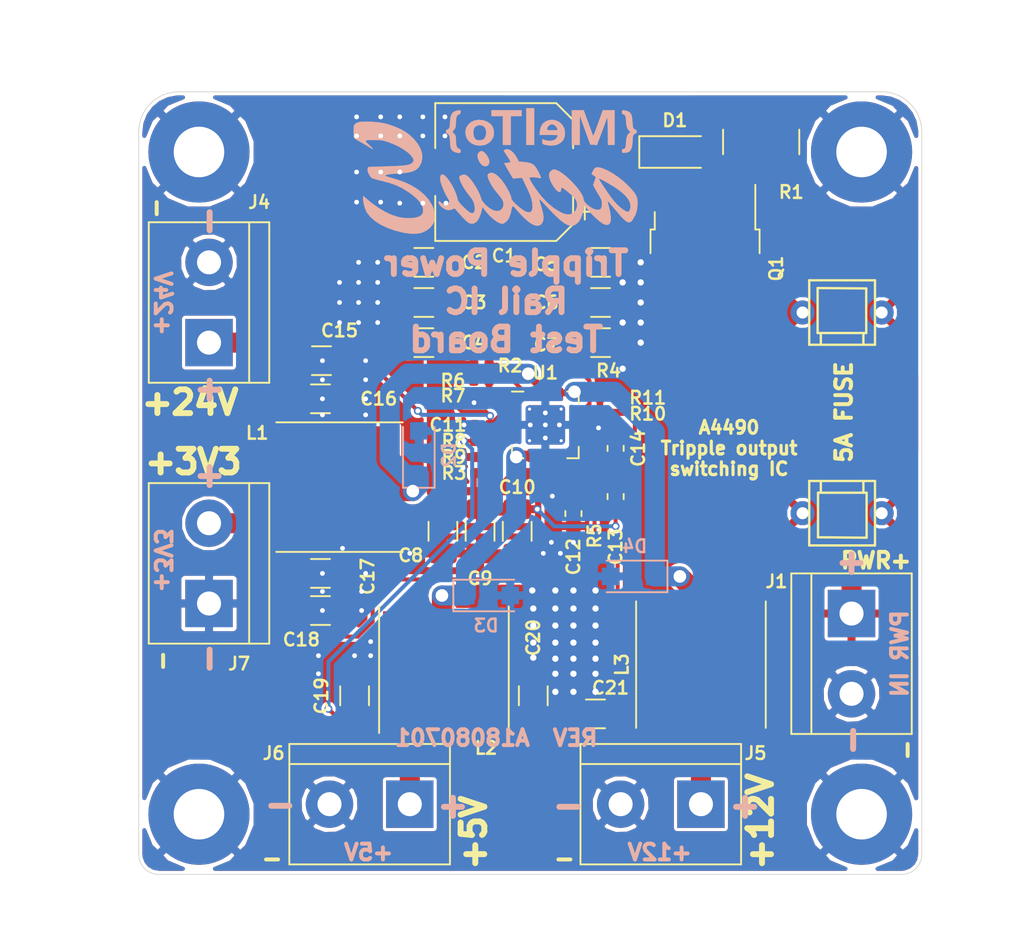
<source format=kicad_pcb>
(kicad_pcb (version 20171130) (host pcbnew "(6.0.0-rc1-dev-271-g539ca5aa3)")

  (general
    (thickness 1.6)
    (drawings 41)
    (tracks 485)
    (zones 0)
    (modules 53)
    (nets 23)
  )

  (page USLetter)
  (title_block
    (title "Tripple output switching supply")
    (date 2018-08-07)
    (rev A18080701)
    (company MeltoActivE)
  )

  (layers
    (0 F.Cu signal)
    (31 B.Cu signal)
    (32 B.Adhes user)
    (33 F.Adhes user)
    (34 B.Paste user)
    (35 F.Paste user)
    (36 B.SilkS user)
    (37 F.SilkS user)
    (38 B.Mask user)
    (39 F.Mask user)
    (40 Dwgs.User user)
    (41 Cmts.User user)
    (42 Eco1.User user)
    (43 Eco2.User user)
    (44 Edge.Cuts user)
    (45 Margin user)
    (46 B.CrtYd user)
    (47 F.CrtYd user)
    (48 B.Fab user hide)
    (49 F.Fab user hide)
  )

  (setup
    (last_trace_width 0.254)
    (user_trace_width 0.254)
    (user_trace_width 0.3048)
    (user_trace_width 0.4064)
    (user_trace_width 0.508)
    (user_trace_width 0.6096)
    (user_trace_width 0.8128)
    (user_trace_width 1.016)
    (user_trace_width 1.27)
    (trace_clearance 0.2032)
    (zone_clearance 0.2024)
    (zone_45_only no)
    (trace_min 0.254)
    (via_size 0.6)
    (via_drill 0.4)
    (via_min_size 0.5)
    (via_min_drill 0.3)
    (user_via 0.5 0.3)
    (user_via 0.6 0.4)
    (user_via 0.7 0.5)
    (user_via 0.8 0.6)
    (user_via 0.9 0.7)
    (user_via 1 0.8)
    (user_via 1.1 0.9)
    (user_via 1.2 1)
    (uvia_size 0.3)
    (uvia_drill 0.1)
    (uvias_allowed no)
    (uvia_min_size 0.2)
    (uvia_min_drill 0.1)
    (edge_width 0.05)
    (segment_width 0.2)
    (pcb_text_width 0.3)
    (pcb_text_size 1.5 1.5)
    (mod_edge_width 0.12)
    (mod_text_size 0.8128 0.8128)
    (mod_text_width 0.2)
    (pad_size 1.524 1.524)
    (pad_drill 0.762)
    (pad_to_mask_clearance 0.1016)
    (aux_axis_origin 25.4 74.93)
    (grid_origin 25.4 74.93)
    (visible_elements 7FFFFF7F)
    (pcbplotparams
      (layerselection 0x010fc_ffffffff)
      (usegerberextensions true)
      (usegerberattributes true)
      (usegerberadvancedattributes false)
      (creategerberjobfile false)
      (excludeedgelayer true)
      (linewidth 0.100000)
      (plotframeref false)
      (viasonmask false)
      (mode 1)
      (useauxorigin true)
      (hpglpennumber 1)
      (hpglpenspeed 20)
      (hpglpendiameter 15.000000)
      (psnegative false)
      (psa4output false)
      (plotreference true)
      (plotvalue true)
      (plotinvisibletext false)
      (padsonsilk false)
      (subtractmaskfromsilk true)
      (outputformat 1)
      (mirror false)
      (drillshape 0)
      (scaleselection 1)
      (outputdirectory "./gerbers"))
  )

  (net 0 "")
  (net 1 "Net-(J1-Pad1)")
  (net 2 "Net-(J3-Pad1)")
  (net 3 GND)
  (net 4 "Net-(D1-Pad2)")
  (net 5 +5V)
  (net 6 +12V)
  (net 7 +24V)
  (net 8 +3V3)
  (net 9 "Net-(R6-Pad2)")
  (net 10 "Net-(R8-Pad2)")
  (net 11 "Net-(R5-Pad2)")
  (net 12 "Net-(R4-Pad2)")
  (net 13 "Net-(R3-Pad2)")
  (net 14 "Net-(R2-Pad2)")
  (net 15 "Net-(R10-Pad2)")
  (net 16 "Net-(D3-Pad1)")
  (net 17 "Net-(C12-Pad1)")
  (net 18 "Net-(C14-Pad2)")
  (net 19 "Net-(C14-Pad1)")
  (net 20 "Net-(D4-Pad1)")
  (net 21 "Net-(D2-Pad1)")
  (net 22 "Net-(C13-Pad2)")

  (net_class Default "This is the default net class."
    (clearance 0.2032)
    (trace_width 0.254)
    (via_dia 0.6)
    (via_drill 0.4)
    (uvia_dia 0.3)
    (uvia_drill 0.1)
    (diff_pair_width 0.254)
    (diff_pair_gap 0.2032)
    (add_net +12V)
    (add_net +24V)
    (add_net +3V3)
    (add_net +5V)
    (add_net GND)
    (add_net "Net-(C12-Pad1)")
    (add_net "Net-(C13-Pad2)")
    (add_net "Net-(C14-Pad1)")
    (add_net "Net-(C14-Pad2)")
    (add_net "Net-(D1-Pad2)")
    (add_net "Net-(D2-Pad1)")
    (add_net "Net-(D3-Pad1)")
    (add_net "Net-(D4-Pad1)")
    (add_net "Net-(J1-Pad1)")
    (add_net "Net-(J3-Pad1)")
    (add_net "Net-(R10-Pad2)")
    (add_net "Net-(R2-Pad2)")
    (add_net "Net-(R3-Pad2)")
    (add_net "Net-(R4-Pad2)")
    (add_net "Net-(R5-Pad2)")
    (add_net "Net-(R6-Pad2)")
    (add_net "Net-(R8-Pad2)")
  )

  (module Capacitor_SMD:CP_Elec_8x10.5 (layer F.Cu) (tedit 5A841F9D) (tstamp 5B6B362B)
    (at 48.514 30.48 180)
    (descr "SMT capacitor, aluminium electrolytic, 8x10.5, Vishay 0810 http://www.vishay.com/docs/28395/150crz.pdf")
    (tags "Capacitor Electrolytic")
    (path /5B0031CD)
    (attr smd)
    (fp_text reference C1 (at 0 -5.3 180) (layer F.SilkS)
      (effects (font (size 0.8 0.8) (thickness 0.15)))
    )
    (fp_text value 220uF (at 0 5.3 180) (layer F.Fab)
      (effects (font (size 1 1) (thickness 0.15)))
    )
    (fp_circle (center 0 0) (end 4 0) (layer F.Fab) (width 0.1))
    (fp_line (start 4.25 -4.25) (end 4.25 4.25) (layer F.Fab) (width 0.1))
    (fp_line (start -3.25 -4.25) (end 4.25 -4.25) (layer F.Fab) (width 0.1))
    (fp_line (start -3.25 4.25) (end 4.25 4.25) (layer F.Fab) (width 0.1))
    (fp_line (start -4.25 -3.25) (end -4.25 3.25) (layer F.Fab) (width 0.1))
    (fp_line (start -4.25 -3.25) (end -3.25 -4.25) (layer F.Fab) (width 0.1))
    (fp_line (start -4.25 3.25) (end -3.25 4.25) (layer F.Fab) (width 0.1))
    (fp_line (start -3.562278 -1.5) (end -2.762278 -1.5) (layer F.Fab) (width 0.1))
    (fp_line (start -3.162278 -1.9) (end -3.162278 -1.1) (layer F.Fab) (width 0.1))
    (fp_line (start 4.36 4.36) (end 4.36 1.51) (layer F.SilkS) (width 0.12))
    (fp_line (start 4.36 -4.36) (end 4.36 -1.51) (layer F.SilkS) (width 0.12))
    (fp_line (start -3.295563 -4.36) (end 4.36 -4.36) (layer F.SilkS) (width 0.12))
    (fp_line (start -3.295563 4.36) (end 4.36 4.36) (layer F.SilkS) (width 0.12))
    (fp_line (start -4.36 3.295563) (end -4.36 1.51) (layer F.SilkS) (width 0.12))
    (fp_line (start -4.36 -3.295563) (end -4.36 -1.51) (layer F.SilkS) (width 0.12))
    (fp_line (start -4.36 -3.295563) (end -3.295563 -4.36) (layer F.SilkS) (width 0.12))
    (fp_line (start -4.36 3.295563) (end -3.295563 4.36) (layer F.SilkS) (width 0.12))
    (fp_line (start -5.6 -2.51) (end -4.6 -2.51) (layer F.SilkS) (width 0.12))
    (fp_line (start -5.1 -3.01) (end -5.1 -2.01) (layer F.SilkS) (width 0.12))
    (fp_line (start 4.5 -4.5) (end 4.5 -1.5) (layer F.CrtYd) (width 0.05))
    (fp_line (start 4.5 -1.5) (end 6.15 -1.5) (layer F.CrtYd) (width 0.05))
    (fp_line (start 6.15 -1.5) (end 6.15 1.5) (layer F.CrtYd) (width 0.05))
    (fp_line (start 6.15 1.5) (end 4.5 1.5) (layer F.CrtYd) (width 0.05))
    (fp_line (start 4.5 1.5) (end 4.5 4.5) (layer F.CrtYd) (width 0.05))
    (fp_line (start -3.35 4.5) (end 4.5 4.5) (layer F.CrtYd) (width 0.05))
    (fp_line (start -3.35 -4.5) (end 4.5 -4.5) (layer F.CrtYd) (width 0.05))
    (fp_line (start -4.5 3.35) (end -3.35 4.5) (layer F.CrtYd) (width 0.05))
    (fp_line (start -4.5 -3.35) (end -3.35 -4.5) (layer F.CrtYd) (width 0.05))
    (fp_line (start -4.5 -3.35) (end -4.5 -1.5) (layer F.CrtYd) (width 0.05))
    (fp_line (start -4.5 1.5) (end -4.5 3.35) (layer F.CrtYd) (width 0.05))
    (fp_line (start -4.5 -1.5) (end -6.15 -1.5) (layer F.CrtYd) (width 0.05))
    (fp_line (start -6.15 -1.5) (end -6.15 1.5) (layer F.CrtYd) (width 0.05))
    (fp_line (start -6.15 1.5) (end -4.5 1.5) (layer F.CrtYd) (width 0.05))
    (fp_text user %R (at 0 0 180) (layer F.Fab)
      (effects (font (size 1 1) (thickness 0.15)))
    )
    (pad 1 smd rect (at -3.7 0 180) (size 4.4 2.5) (layers F.Cu F.Paste F.Mask)
      (net 7 +24V))
    (pad 2 smd rect (at 3.7 0 180) (size 4.4 2.5) (layers F.Cu F.Paste F.Mask)
      (net 3 GND))
    (model ${KISYS3DMOD}/Capacitor_SMD.3dshapes/CP_Elec_8x10.5.wrl
      (at (xyz 0 0 0))
      (scale (xyz 1 1 1))
      (rotate (xyz 0 0 0))
    )
  )

  (module Capacitor_SMD:C_0603_1608Metric (layer F.Cu) (tedit 5B301BBE) (tstamp 5B6AAA4A)
    (at 55.5625 47.968 270)
    (descr "Capacitor SMD 0603 (1608 Metric), square (rectangular) end terminal, IPC_7351 nominal, (Body size source: http://www.tortai-tech.com/upload/download/2011102023233369053.pdf), generated with kicad-footprint-generator")
    (tags capacitor)
    (path /5C5CC654)
    (attr smd)
    (fp_text reference C14 (at 0 -1.43 270) (layer F.SilkS)
      (effects (font (size 0.8 0.8) (thickness 0.16)))
    )
    (fp_text value 47nF (at 0 1.43 270) (layer F.Fab)
      (effects (font (size 1 1) (thickness 0.15)))
    )
    (fp_text user %R (at 0 0 270) (layer F.Fab)
      (effects (font (size 0.4 0.4) (thickness 0.06)))
    )
    (fp_line (start 1.48 0.73) (end -1.48 0.73) (layer F.CrtYd) (width 0.05))
    (fp_line (start 1.48 -0.73) (end 1.48 0.73) (layer F.CrtYd) (width 0.05))
    (fp_line (start -1.48 -0.73) (end 1.48 -0.73) (layer F.CrtYd) (width 0.05))
    (fp_line (start -1.48 0.73) (end -1.48 -0.73) (layer F.CrtYd) (width 0.05))
    (fp_line (start -0.162779 0.51) (end 0.162779 0.51) (layer F.SilkS) (width 0.12))
    (fp_line (start -0.162779 -0.51) (end 0.162779 -0.51) (layer F.SilkS) (width 0.12))
    (fp_line (start 0.8 0.4) (end -0.8 0.4) (layer F.Fab) (width 0.1))
    (fp_line (start 0.8 -0.4) (end 0.8 0.4) (layer F.Fab) (width 0.1))
    (fp_line (start -0.8 -0.4) (end 0.8 -0.4) (layer F.Fab) (width 0.1))
    (fp_line (start -0.8 0.4) (end -0.8 -0.4) (layer F.Fab) (width 0.1))
    (pad 2 smd roundrect (at 0.7875 0 270) (size 0.875 0.95) (layers F.Cu F.Paste F.Mask) (roundrect_rratio 0.25)
      (net 18 "Net-(C14-Pad2)"))
    (pad 1 smd roundrect (at -0.7875 0 270) (size 0.875 0.95) (layers F.Cu F.Paste F.Mask) (roundrect_rratio 0.25)
      (net 19 "Net-(C14-Pad1)"))
    (model ${KISYS3DMOD}/Capacitor_SMD.3dshapes/C_0603_1608Metric.wrl
      (at (xyz 0 0 0))
      (scale (xyz 1 1 1))
      (rotate (xyz 0 0 0))
    )
  )

  (module Capacitor_SMD:C_0603_1608Metric (layer F.Cu) (tedit 5B301BBE) (tstamp 5B6AE380)
    (at 55.5625 51.016 90)
    (descr "Capacitor SMD 0603 (1608 Metric), square (rectangular) end terminal, IPC_7351 nominal, (Body size source: http://www.tortai-tech.com/upload/download/2011102023233369053.pdf), generated with kicad-footprint-generator")
    (tags capacitor)
    (path /5C98C327)
    (attr smd)
    (fp_text reference C13 (at -3.175 0 90) (layer F.SilkS)
      (effects (font (size 0.8 0.8) (thickness 0.16)))
    )
    (fp_text value 47nF (at 0 1.43 90) (layer F.Fab)
      (effects (font (size 1 1) (thickness 0.15)))
    )
    (fp_line (start -0.8 0.4) (end -0.8 -0.4) (layer F.Fab) (width 0.1))
    (fp_line (start -0.8 -0.4) (end 0.8 -0.4) (layer F.Fab) (width 0.1))
    (fp_line (start 0.8 -0.4) (end 0.8 0.4) (layer F.Fab) (width 0.1))
    (fp_line (start 0.8 0.4) (end -0.8 0.4) (layer F.Fab) (width 0.1))
    (fp_line (start -0.162779 -0.51) (end 0.162779 -0.51) (layer F.SilkS) (width 0.12))
    (fp_line (start -0.162779 0.51) (end 0.162779 0.51) (layer F.SilkS) (width 0.12))
    (fp_line (start -1.48 0.73) (end -1.48 -0.73) (layer F.CrtYd) (width 0.05))
    (fp_line (start -1.48 -0.73) (end 1.48 -0.73) (layer F.CrtYd) (width 0.05))
    (fp_line (start 1.48 -0.73) (end 1.48 0.73) (layer F.CrtYd) (width 0.05))
    (fp_line (start 1.48 0.73) (end -1.48 0.73) (layer F.CrtYd) (width 0.05))
    (fp_text user %R (at 0 0 90) (layer F.Fab)
      (effects (font (size 0.4 0.4) (thickness 0.06)))
    )
    (pad 1 smd roundrect (at -0.7875 0 90) (size 0.875 0.95) (layers F.Cu F.Paste F.Mask) (roundrect_rratio 0.25)
      (net 7 +24V))
    (pad 2 smd roundrect (at 0.7875 0 90) (size 0.875 0.95) (layers F.Cu F.Paste F.Mask) (roundrect_rratio 0.25)
      (net 22 "Net-(C13-Pad2)"))
    (model ${KISYS3DMOD}/Capacitor_SMD.3dshapes/C_0603_1608Metric.wrl
      (at (xyz 0 0 0))
      (scale (xyz 1 1 1))
      (rotate (xyz 0 0 0))
    )
  )

  (module TerminalBlock:TerminalBlock_bornier-2_P5.08mm (layer F.Cu) (tedit 59FF03AB) (tstamp 5B6A8817)
    (at 29.845 41.275 90)
    (descr "simple 2-pin terminal block, pitch 5.08mm, revamped version of bornier2")
    (tags "terminal block bornier2")
    (path /5B08017F)
    (fp_text reference J4 (at 8.89 3.175 180) (layer F.SilkS)
      (effects (font (size 0.8 0.8) (thickness 0.16)))
    )
    (fp_text value 24V (at 2.54 5.08 90) (layer F.Fab)
      (effects (font (size 1 1) (thickness 0.15)))
    )
    (fp_line (start 7.79 4) (end -2.71 4) (layer F.CrtYd) (width 0.05))
    (fp_line (start 7.79 4) (end 7.79 -4) (layer F.CrtYd) (width 0.05))
    (fp_line (start -2.71 -4) (end -2.71 4) (layer F.CrtYd) (width 0.05))
    (fp_line (start -2.71 -4) (end 7.79 -4) (layer F.CrtYd) (width 0.05))
    (fp_line (start -2.54 3.81) (end 7.62 3.81) (layer F.SilkS) (width 0.12))
    (fp_line (start -2.54 -3.81) (end -2.54 3.81) (layer F.SilkS) (width 0.12))
    (fp_line (start 7.62 -3.81) (end -2.54 -3.81) (layer F.SilkS) (width 0.12))
    (fp_line (start 7.62 3.81) (end 7.62 -3.81) (layer F.SilkS) (width 0.12))
    (fp_line (start 7.62 2.54) (end -2.54 2.54) (layer F.SilkS) (width 0.12))
    (fp_line (start 7.54 -3.75) (end -2.46 -3.75) (layer F.Fab) (width 0.1))
    (fp_line (start 7.54 3.75) (end 7.54 -3.75) (layer F.Fab) (width 0.1))
    (fp_line (start -2.46 3.75) (end 7.54 3.75) (layer F.Fab) (width 0.1))
    (fp_line (start -2.46 -3.75) (end -2.46 3.75) (layer F.Fab) (width 0.1))
    (fp_line (start -2.41 2.55) (end 7.49 2.55) (layer F.Fab) (width 0.1))
    (fp_text user %R (at 2.54 0 90) (layer F.Fab)
      (effects (font (size 1 1) (thickness 0.15)))
    )
    (pad 2 thru_hole circle (at 5.08 0 90) (size 3 3) (drill 1.52) (layers *.Cu *.Mask)
      (net 3 GND))
    (pad 1 thru_hole rect (at 0 0 90) (size 3 3) (drill 1.52) (layers *.Cu *.Mask)
      (net 7 +24V))
    (model ${KISYS3DMOD}/TerminalBlock.3dshapes/TerminalBlock_bornier-2_P5.08mm.wrl
      (offset (xyz 2.539999961853027 0 0))
      (scale (xyz 1 1 1))
      (rotate (xyz 0 0 0))
    )
  )

  (module TerminalBlock:TerminalBlock_bornier-2_P5.08mm (layer F.Cu) (tedit 59FF03AB) (tstamp 5B6A87DB)
    (at 29.845 57.785 90)
    (descr "simple 2-pin terminal block, pitch 5.08mm, revamped version of bornier2")
    (tags "terminal block bornier2")
    (path /5B0F4113)
    (fp_text reference J7 (at -3.81 1.905 180) (layer F.SilkS)
      (effects (font (size 0.8 0.8) (thickness 0.16)))
    )
    (fp_text value 3V3 (at 2.54 5.08 90) (layer F.Fab)
      (effects (font (size 1 1) (thickness 0.15)))
    )
    (fp_text user %R (at 2.54 0 90) (layer F.Fab)
      (effects (font (size 1 1) (thickness 0.15)))
    )
    (fp_line (start -2.41 2.55) (end 7.49 2.55) (layer F.Fab) (width 0.1))
    (fp_line (start -2.46 -3.75) (end -2.46 3.75) (layer F.Fab) (width 0.1))
    (fp_line (start -2.46 3.75) (end 7.54 3.75) (layer F.Fab) (width 0.1))
    (fp_line (start 7.54 3.75) (end 7.54 -3.75) (layer F.Fab) (width 0.1))
    (fp_line (start 7.54 -3.75) (end -2.46 -3.75) (layer F.Fab) (width 0.1))
    (fp_line (start 7.62 2.54) (end -2.54 2.54) (layer F.SilkS) (width 0.12))
    (fp_line (start 7.62 3.81) (end 7.62 -3.81) (layer F.SilkS) (width 0.12))
    (fp_line (start 7.62 -3.81) (end -2.54 -3.81) (layer F.SilkS) (width 0.12))
    (fp_line (start -2.54 -3.81) (end -2.54 3.81) (layer F.SilkS) (width 0.12))
    (fp_line (start -2.54 3.81) (end 7.62 3.81) (layer F.SilkS) (width 0.12))
    (fp_line (start -2.71 -4) (end 7.79 -4) (layer F.CrtYd) (width 0.05))
    (fp_line (start -2.71 -4) (end -2.71 4) (layer F.CrtYd) (width 0.05))
    (fp_line (start 7.79 4) (end 7.79 -4) (layer F.CrtYd) (width 0.05))
    (fp_line (start 7.79 4) (end -2.71 4) (layer F.CrtYd) (width 0.05))
    (pad 1 thru_hole rect (at 0 0 90) (size 3 3) (drill 1.52) (layers *.Cu *.Mask)
      (net 3 GND))
    (pad 2 thru_hole circle (at 5.08 0 90) (size 3 3) (drill 1.52) (layers *.Cu *.Mask)
      (net 8 +3V3))
    (model ${KISYS3DMOD}/TerminalBlock.3dshapes/TerminalBlock_bornier-2_P5.08mm.wrl
      (offset (xyz 2.539999961853027 0 0))
      (scale (xyz 1 1 1))
      (rotate (xyz 0 0 0))
    )
  )

  (module TerminalBlock:TerminalBlock_bornier-2_P5.08mm (layer F.Cu) (tedit 59FF03AB) (tstamp 5B6A87C7)
    (at 42.545 70.485 180)
    (descr "simple 2-pin terminal block, pitch 5.08mm, revamped version of bornier2")
    (tags "terminal block bornier2")
    (path /5B0C5309)
    (fp_text reference J6 (at 8.6106 3.2258 180) (layer F.SilkS)
      (effects (font (size 0.8 0.8) (thickness 0.16)))
    )
    (fp_text value 5V (at 2.54 5.08 180) (layer F.Fab)
      (effects (font (size 1 1) (thickness 0.15)))
    )
    (fp_line (start 7.79 4) (end -2.71 4) (layer F.CrtYd) (width 0.05))
    (fp_line (start 7.79 4) (end 7.79 -4) (layer F.CrtYd) (width 0.05))
    (fp_line (start -2.71 -4) (end -2.71 4) (layer F.CrtYd) (width 0.05))
    (fp_line (start -2.71 -4) (end 7.79 -4) (layer F.CrtYd) (width 0.05))
    (fp_line (start -2.54 3.81) (end 7.62 3.81) (layer F.SilkS) (width 0.12))
    (fp_line (start -2.54 -3.81) (end -2.54 3.81) (layer F.SilkS) (width 0.12))
    (fp_line (start 7.62 -3.81) (end -2.54 -3.81) (layer F.SilkS) (width 0.12))
    (fp_line (start 7.62 3.81) (end 7.62 -3.81) (layer F.SilkS) (width 0.12))
    (fp_line (start 7.62 2.54) (end -2.54 2.54) (layer F.SilkS) (width 0.12))
    (fp_line (start 7.54 -3.75) (end -2.46 -3.75) (layer F.Fab) (width 0.1))
    (fp_line (start 7.54 3.75) (end 7.54 -3.75) (layer F.Fab) (width 0.1))
    (fp_line (start -2.46 3.75) (end 7.54 3.75) (layer F.Fab) (width 0.1))
    (fp_line (start -2.46 -3.75) (end -2.46 3.75) (layer F.Fab) (width 0.1))
    (fp_line (start -2.41 2.55) (end 7.49 2.55) (layer F.Fab) (width 0.1))
    (fp_text user %R (at 2.54 0 180) (layer F.Fab)
      (effects (font (size 1 1) (thickness 0.15)))
    )
    (pad 2 thru_hole circle (at 5.08 0 180) (size 3 3) (drill 1.52) (layers *.Cu *.Mask)
      (net 3 GND))
    (pad 1 thru_hole rect (at 0 0 180) (size 3 3) (drill 1.52) (layers *.Cu *.Mask)
      (net 5 +5V))
    (model ${KISYS3DMOD}/TerminalBlock.3dshapes/TerminalBlock_bornier-2_P5.08mm.wrl
      (offset (xyz 2.539999961853027 0 0))
      (scale (xyz 1 1 1))
      (rotate (xyz 0 0 0))
    )
  )

  (module TerminalBlock:TerminalBlock_bornier-2_P5.08mm (layer F.Cu) (tedit 59FF03AB) (tstamp 5B6A87B3)
    (at 60.96 70.485 180)
    (descr "simple 2-pin terminal block, pitch 5.08mm, revamped version of bornier2")
    (tags "terminal block bornier2")
    (path /5B02822D)
    (fp_text reference J5 (at -3.4544 3.2258 180) (layer F.SilkS)
      (effects (font (size 0.8 0.8) (thickness 0.16)))
    )
    (fp_text value 12V (at 2.54 5.08 180) (layer F.Fab)
      (effects (font (size 1 1) (thickness 0.15)))
    )
    (fp_text user %R (at 2.54 0 180) (layer F.Fab)
      (effects (font (size 1 1) (thickness 0.15)))
    )
    (fp_line (start -2.41 2.55) (end 7.49 2.55) (layer F.Fab) (width 0.1))
    (fp_line (start -2.46 -3.75) (end -2.46 3.75) (layer F.Fab) (width 0.1))
    (fp_line (start -2.46 3.75) (end 7.54 3.75) (layer F.Fab) (width 0.1))
    (fp_line (start 7.54 3.75) (end 7.54 -3.75) (layer F.Fab) (width 0.1))
    (fp_line (start 7.54 -3.75) (end -2.46 -3.75) (layer F.Fab) (width 0.1))
    (fp_line (start 7.62 2.54) (end -2.54 2.54) (layer F.SilkS) (width 0.12))
    (fp_line (start 7.62 3.81) (end 7.62 -3.81) (layer F.SilkS) (width 0.12))
    (fp_line (start 7.62 -3.81) (end -2.54 -3.81) (layer F.SilkS) (width 0.12))
    (fp_line (start -2.54 -3.81) (end -2.54 3.81) (layer F.SilkS) (width 0.12))
    (fp_line (start -2.54 3.81) (end 7.62 3.81) (layer F.SilkS) (width 0.12))
    (fp_line (start -2.71 -4) (end 7.79 -4) (layer F.CrtYd) (width 0.05))
    (fp_line (start -2.71 -4) (end -2.71 4) (layer F.CrtYd) (width 0.05))
    (fp_line (start 7.79 4) (end 7.79 -4) (layer F.CrtYd) (width 0.05))
    (fp_line (start 7.79 4) (end -2.71 4) (layer F.CrtYd) (width 0.05))
    (pad 1 thru_hole rect (at 0 0 180) (size 3 3) (drill 1.52) (layers *.Cu *.Mask)
      (net 6 +12V))
    (pad 2 thru_hole circle (at 5.08 0 180) (size 3 3) (drill 1.52) (layers *.Cu *.Mask)
      (net 3 GND))
    (model ${KISYS3DMOD}/TerminalBlock.3dshapes/TerminalBlock_bornier-2_P5.08mm.wrl
      (offset (xyz 2.539999961853027 0 0))
      (scale (xyz 1 1 1))
      (rotate (xyz 0 0 0))
    )
  )

  (module Capacitor_SMD:C_0402_1005Metric (layer F.Cu) (tedit 5B301BBE) (tstamp 5B6A705E)
    (at 47.14 46.482 180)
    (descr "Capacitor SMD 0402 (1005 Metric), square (rectangular) end terminal, IPC_7351 nominal, (Body size source: http://www.tortai-tech.com/upload/download/2011102023233369053.pdf), generated with kicad-footprint-generator")
    (tags capacitor)
    (path /5C6B8AAB)
    (attr smd)
    (fp_text reference C11 (at 2.182 0 180) (layer F.SilkS)
      (effects (font (size 0.8 0.8) (thickness 0.16)))
    )
    (fp_text value 100nF (at 0 1.17 180) (layer F.Fab)
      (effects (font (size 1 1) (thickness 0.15)))
    )
    (fp_text user %R (at 0 0 180) (layer F.Fab)
      (effects (font (size 0.25 0.25) (thickness 0.04)))
    )
    (fp_line (start 0.93 0.47) (end -0.93 0.47) (layer F.CrtYd) (width 0.05))
    (fp_line (start 0.93 -0.47) (end 0.93 0.47) (layer F.CrtYd) (width 0.05))
    (fp_line (start -0.93 -0.47) (end 0.93 -0.47) (layer F.CrtYd) (width 0.05))
    (fp_line (start -0.93 0.47) (end -0.93 -0.47) (layer F.CrtYd) (width 0.05))
    (fp_line (start 0.5 0.25) (end -0.5 0.25) (layer F.Fab) (width 0.1))
    (fp_line (start 0.5 -0.25) (end 0.5 0.25) (layer F.Fab) (width 0.1))
    (fp_line (start -0.5 -0.25) (end 0.5 -0.25) (layer F.Fab) (width 0.1))
    (fp_line (start -0.5 0.25) (end -0.5 -0.25) (layer F.Fab) (width 0.1))
    (pad 2 smd roundrect (at 0.485 0 180) (size 0.59 0.64) (layers F.Cu F.Paste F.Mask) (roundrect_rratio 0.25)
      (net 3 GND))
    (pad 1 smd roundrect (at -0.485 0 180) (size 0.59 0.64) (layers F.Cu F.Paste F.Mask) (roundrect_rratio 0.25)
      (net 8 +3V3))
    (model ${KISYS3DMOD}/Capacitor_SMD.3dshapes/C_0402_1005Metric.wrl
      (at (xyz 0 0 0))
      (scale (xyz 1 1 1))
      (rotate (xyz 0 0 0))
    )
  )

  (module Capacitor_SMD:C_0603_1608Metric (layer F.Cu) (tedit 5B301BBE) (tstamp 5B6A7040)
    (at 52.8955 52.0955 270)
    (descr "Capacitor SMD 0603 (1608 Metric), square (rectangular) end terminal, IPC_7351 nominal, (Body size source: http://www.tortai-tech.com/upload/download/2011102023233369053.pdf), generated with kicad-footprint-generator")
    (tags capacitor)
    (path /5C98C1C5)
    (attr smd)
    (fp_text reference C12 (at 2.7305 0 270) (layer F.SilkS)
      (effects (font (size 0.8 0.8) (thickness 0.16)))
    )
    (fp_text value 470nF (at 0 1.43 270) (layer F.Fab)
      (effects (font (size 1 1) (thickness 0.15)))
    )
    (fp_line (start -0.8 0.4) (end -0.8 -0.4) (layer F.Fab) (width 0.1))
    (fp_line (start -0.8 -0.4) (end 0.8 -0.4) (layer F.Fab) (width 0.1))
    (fp_line (start 0.8 -0.4) (end 0.8 0.4) (layer F.Fab) (width 0.1))
    (fp_line (start 0.8 0.4) (end -0.8 0.4) (layer F.Fab) (width 0.1))
    (fp_line (start -0.162779 -0.51) (end 0.162779 -0.51) (layer F.SilkS) (width 0.12))
    (fp_line (start -0.162779 0.51) (end 0.162779 0.51) (layer F.SilkS) (width 0.12))
    (fp_line (start -1.48 0.73) (end -1.48 -0.73) (layer F.CrtYd) (width 0.05))
    (fp_line (start -1.48 -0.73) (end 1.48 -0.73) (layer F.CrtYd) (width 0.05))
    (fp_line (start 1.48 -0.73) (end 1.48 0.73) (layer F.CrtYd) (width 0.05))
    (fp_line (start 1.48 0.73) (end -1.48 0.73) (layer F.CrtYd) (width 0.05))
    (fp_text user %R (at 0 0 270) (layer F.Fab)
      (effects (font (size 0.4 0.4) (thickness 0.06)))
    )
    (pad 1 smd roundrect (at -0.7875 0 270) (size 0.875 0.95) (layers F.Cu F.Paste F.Mask) (roundrect_rratio 0.25)
      (net 17 "Net-(C12-Pad1)"))
    (pad 2 smd roundrect (at 0.7875 0 270) (size 0.875 0.95) (layers F.Cu F.Paste F.Mask) (roundrect_rratio 0.25)
      (net 3 GND))
    (model ${KISYS3DMOD}/Capacitor_SMD.3dshapes/C_0603_1608Metric.wrl
      (at (xyz 0 0 0))
      (scale (xyz 1 1 1))
      (rotate (xyz 0 0 0))
    )
  )

  (module Capacitor_SMD:C_1206_3216Metric (layer F.Cu) (tedit 5B301BBE) (tstamp 5B6A702F)
    (at 46.99 53.216 270)
    (descr "Capacitor SMD 1206 (3216 Metric), square (rectangular) end terminal, IPC_7351 nominal, (Body size source: http://www.tortai-tech.com/upload/download/2011102023233369053.pdf), generated with kicad-footprint-generator")
    (tags capacitor)
    (path /5C29F57E)
    (attr smd)
    (fp_text reference C9 (at 2.9815 0) (layer F.SilkS)
      (effects (font (size 0.8 0.8) (thickness 0.16)))
    )
    (fp_text value 1uF (at 0 1.82 270) (layer F.Fab)
      (effects (font (size 1 1) (thickness 0.15)))
    )
    (fp_text user %R (at 0 0 270) (layer F.Fab)
      (effects (font (size 0.8 0.8) (thickness 0.12)))
    )
    (fp_line (start 2.28 1.12) (end -2.28 1.12) (layer F.CrtYd) (width 0.05))
    (fp_line (start 2.28 -1.12) (end 2.28 1.12) (layer F.CrtYd) (width 0.05))
    (fp_line (start -2.28 -1.12) (end 2.28 -1.12) (layer F.CrtYd) (width 0.05))
    (fp_line (start -2.28 1.12) (end -2.28 -1.12) (layer F.CrtYd) (width 0.05))
    (fp_line (start -0.602064 0.91) (end 0.602064 0.91) (layer F.SilkS) (width 0.12))
    (fp_line (start -0.602064 -0.91) (end 0.602064 -0.91) (layer F.SilkS) (width 0.12))
    (fp_line (start 1.6 0.8) (end -1.6 0.8) (layer F.Fab) (width 0.1))
    (fp_line (start 1.6 -0.8) (end 1.6 0.8) (layer F.Fab) (width 0.1))
    (fp_line (start -1.6 -0.8) (end 1.6 -0.8) (layer F.Fab) (width 0.1))
    (fp_line (start -1.6 0.8) (end -1.6 -0.8) (layer F.Fab) (width 0.1))
    (pad 2 smd roundrect (at 1.4 0 270) (size 1.25 1.75) (layers F.Cu F.Paste F.Mask) (roundrect_rratio 0.2)
      (net 3 GND))
    (pad 1 smd roundrect (at -1.4 0 270) (size 1.25 1.75) (layers F.Cu F.Paste F.Mask) (roundrect_rratio 0.2)
      (net 7 +24V))
    (model ${KISYS3DMOD}/Capacitor_SMD.3dshapes/C_1206_3216Metric.wrl
      (at (xyz 0 0 0))
      (scale (xyz 1 1 1))
      (rotate (xyz 0 0 0))
    )
  )

  (module Capacitor_SMD:C_1206_3216Metric (layer F.Cu) (tedit 5B301BBE) (tstamp 5B6A701E)
    (at 36.8965 58.2295)
    (descr "Capacitor SMD 1206 (3216 Metric), square (rectangular) end terminal, IPC_7351 nominal, (Body size source: http://www.tortai-tech.com/upload/download/2011102023233369053.pdf), generated with kicad-footprint-generator")
    (tags capacitor)
    (path /5DBE93A2)
    (attr smd)
    (fp_text reference C18 (at -1.2095 1.8415) (layer F.SilkS)
      (effects (font (size 0.8 0.8) (thickness 0.16)))
    )
    (fp_text value 10uF (at 0 1.82) (layer F.Fab)
      (effects (font (size 1 1) (thickness 0.15)))
    )
    (fp_line (start -1.6 0.8) (end -1.6 -0.8) (layer F.Fab) (width 0.1))
    (fp_line (start -1.6 -0.8) (end 1.6 -0.8) (layer F.Fab) (width 0.1))
    (fp_line (start 1.6 -0.8) (end 1.6 0.8) (layer F.Fab) (width 0.1))
    (fp_line (start 1.6 0.8) (end -1.6 0.8) (layer F.Fab) (width 0.1))
    (fp_line (start -0.602064 -0.91) (end 0.602064 -0.91) (layer F.SilkS) (width 0.12))
    (fp_line (start -0.602064 0.91) (end 0.602064 0.91) (layer F.SilkS) (width 0.12))
    (fp_line (start -2.28 1.12) (end -2.28 -1.12) (layer F.CrtYd) (width 0.05))
    (fp_line (start -2.28 -1.12) (end 2.28 -1.12) (layer F.CrtYd) (width 0.05))
    (fp_line (start 2.28 -1.12) (end 2.28 1.12) (layer F.CrtYd) (width 0.05))
    (fp_line (start 2.28 1.12) (end -2.28 1.12) (layer F.CrtYd) (width 0.05))
    (fp_text user %R (at 0 0) (layer F.Fab)
      (effects (font (size 0.8 0.8) (thickness 0.12)))
    )
    (pad 1 smd roundrect (at -1.4 0) (size 1.25 1.75) (layers F.Cu F.Paste F.Mask) (roundrect_rratio 0.2)
      (net 8 +3V3))
    (pad 2 smd roundrect (at 1.4 0) (size 1.25 1.75) (layers F.Cu F.Paste F.Mask) (roundrect_rratio 0.2)
      (net 3 GND))
    (model ${KISYS3DMOD}/Capacitor_SMD.3dshapes/C_1206_3216Metric.wrl
      (at (xyz 0 0 0))
      (scale (xyz 1 1 1))
      (rotate (xyz 0 0 0))
    )
  )

  (module Capacitor_SMD:C_1206_3216Metric (layer F.Cu) (tedit 5B301BBE) (tstamp 5B6A700D)
    (at 39.0525 63.627 90)
    (descr "Capacitor SMD 1206 (3216 Metric), square (rectangular) end terminal, IPC_7351 nominal, (Body size source: http://www.tortai-tech.com/upload/download/2011102023233369053.pdf), generated with kicad-footprint-generator")
    (tags capacitor)
    (path /5D9D8C0D)
    (attr smd)
    (fp_text reference C19 (at 0 -2.0955 90) (layer F.SilkS)
      (effects (font (size 0.8 0.8) (thickness 0.16)))
    )
    (fp_text value 10uF (at 0 1.82 90) (layer F.Fab)
      (effects (font (size 1 1) (thickness 0.15)))
    )
    (fp_text user %R (at 0 0 90) (layer F.Fab)
      (effects (font (size 0.8 0.8) (thickness 0.12)))
    )
    (fp_line (start 2.28 1.12) (end -2.28 1.12) (layer F.CrtYd) (width 0.05))
    (fp_line (start 2.28 -1.12) (end 2.28 1.12) (layer F.CrtYd) (width 0.05))
    (fp_line (start -2.28 -1.12) (end 2.28 -1.12) (layer F.CrtYd) (width 0.05))
    (fp_line (start -2.28 1.12) (end -2.28 -1.12) (layer F.CrtYd) (width 0.05))
    (fp_line (start -0.602064 0.91) (end 0.602064 0.91) (layer F.SilkS) (width 0.12))
    (fp_line (start -0.602064 -0.91) (end 0.602064 -0.91) (layer F.SilkS) (width 0.12))
    (fp_line (start 1.6 0.8) (end -1.6 0.8) (layer F.Fab) (width 0.1))
    (fp_line (start 1.6 -0.8) (end 1.6 0.8) (layer F.Fab) (width 0.1))
    (fp_line (start -1.6 -0.8) (end 1.6 -0.8) (layer F.Fab) (width 0.1))
    (fp_line (start -1.6 0.8) (end -1.6 -0.8) (layer F.Fab) (width 0.1))
    (pad 2 smd roundrect (at 1.4 0 90) (size 1.25 1.75) (layers F.Cu F.Paste F.Mask) (roundrect_rratio 0.2)
      (net 3 GND))
    (pad 1 smd roundrect (at -1.4 0 90) (size 1.25 1.75) (layers F.Cu F.Paste F.Mask) (roundrect_rratio 0.2)
      (net 5 +5V))
    (model ${KISYS3DMOD}/Capacitor_SMD.3dshapes/C_1206_3216Metric.wrl
      (at (xyz 0 0 0))
      (scale (xyz 1 1 1))
      (rotate (xyz 0 0 0))
    )
  )

  (module Capacitor_SMD:C_1206_3216Metric (layer F.Cu) (tedit 5B301BBE) (tstamp 5B6A6FFC)
    (at 50.3555 63.624 90)
    (descr "Capacitor SMD 1206 (3216 Metric), square (rectangular) end terminal, IPC_7351 nominal, (Body size source: http://www.tortai-tech.com/upload/download/2011102023233369053.pdf), generated with kicad-footprint-generator")
    (tags capacitor)
    (path /5D9D8F67)
    (attr smd)
    (fp_text reference C20 (at 3.68 0 90) (layer F.SilkS)
      (effects (font (size 0.8 0.8) (thickness 0.16)))
    )
    (fp_text value 10uF (at 0 1.82 90) (layer F.Fab)
      (effects (font (size 1 1) (thickness 0.15)))
    )
    (fp_line (start -1.6 0.8) (end -1.6 -0.8) (layer F.Fab) (width 0.1))
    (fp_line (start -1.6 -0.8) (end 1.6 -0.8) (layer F.Fab) (width 0.1))
    (fp_line (start 1.6 -0.8) (end 1.6 0.8) (layer F.Fab) (width 0.1))
    (fp_line (start 1.6 0.8) (end -1.6 0.8) (layer F.Fab) (width 0.1))
    (fp_line (start -0.602064 -0.91) (end 0.602064 -0.91) (layer F.SilkS) (width 0.12))
    (fp_line (start -0.602064 0.91) (end 0.602064 0.91) (layer F.SilkS) (width 0.12))
    (fp_line (start -2.28 1.12) (end -2.28 -1.12) (layer F.CrtYd) (width 0.05))
    (fp_line (start -2.28 -1.12) (end 2.28 -1.12) (layer F.CrtYd) (width 0.05))
    (fp_line (start 2.28 -1.12) (end 2.28 1.12) (layer F.CrtYd) (width 0.05))
    (fp_line (start 2.28 1.12) (end -2.28 1.12) (layer F.CrtYd) (width 0.05))
    (fp_text user %R (at 0 0 90) (layer F.Fab)
      (effects (font (size 0.8 0.8) (thickness 0.12)))
    )
    (pad 1 smd roundrect (at -1.4 0 90) (size 1.25 1.75) (layers F.Cu F.Paste F.Mask) (roundrect_rratio 0.2)
      (net 5 +5V))
    (pad 2 smd roundrect (at 1.4 0 90) (size 1.25 1.75) (layers F.Cu F.Paste F.Mask) (roundrect_rratio 0.2)
      (net 3 GND))
    (model ${KISYS3DMOD}/Capacitor_SMD.3dshapes/C_1206_3216Metric.wrl
      (at (xyz 0 0 0))
      (scale (xyz 1 1 1))
      (rotate (xyz 0 0 0))
    )
  )

  (module Capacitor_SMD:C_1206_3216Metric (layer F.Cu) (tedit 5B301BBE) (tstamp 5B6A6FEB)
    (at 54.2895 64.77 180)
    (descr "Capacitor SMD 1206 (3216 Metric), square (rectangular) end terminal, IPC_7351 nominal, (Body size source: http://www.tortai-tech.com/upload/download/2011102023233369053.pdf), generated with kicad-footprint-generator")
    (tags capacitor)
    (path /5D835EFA)
    (attr smd)
    (fp_text reference C21 (at -0.9525 1.651 180) (layer F.SilkS)
      (effects (font (size 0.8 0.8) (thickness 0.16)))
    )
    (fp_text value 10uF (at 0 1.82 180) (layer F.Fab)
      (effects (font (size 1 1) (thickness 0.15)))
    )
    (fp_text user %R (at 0 0 180) (layer F.Fab)
      (effects (font (size 0.8 0.8) (thickness 0.12)))
    )
    (fp_line (start 2.28 1.12) (end -2.28 1.12) (layer F.CrtYd) (width 0.05))
    (fp_line (start 2.28 -1.12) (end 2.28 1.12) (layer F.CrtYd) (width 0.05))
    (fp_line (start -2.28 -1.12) (end 2.28 -1.12) (layer F.CrtYd) (width 0.05))
    (fp_line (start -2.28 1.12) (end -2.28 -1.12) (layer F.CrtYd) (width 0.05))
    (fp_line (start -0.602064 0.91) (end 0.602064 0.91) (layer F.SilkS) (width 0.12))
    (fp_line (start -0.602064 -0.91) (end 0.602064 -0.91) (layer F.SilkS) (width 0.12))
    (fp_line (start 1.6 0.8) (end -1.6 0.8) (layer F.Fab) (width 0.1))
    (fp_line (start 1.6 -0.8) (end 1.6 0.8) (layer F.Fab) (width 0.1))
    (fp_line (start -1.6 -0.8) (end 1.6 -0.8) (layer F.Fab) (width 0.1))
    (fp_line (start -1.6 0.8) (end -1.6 -0.8) (layer F.Fab) (width 0.1))
    (pad 2 smd roundrect (at 1.4 0 180) (size 1.25 1.75) (layers F.Cu F.Paste F.Mask) (roundrect_rratio 0.2)
      (net 3 GND))
    (pad 1 smd roundrect (at -1.4 0 180) (size 1.25 1.75) (layers F.Cu F.Paste F.Mask) (roundrect_rratio 0.2)
      (net 6 +12V))
    (model ${KISYS3DMOD}/Capacitor_SMD.3dshapes/C_1206_3216Metric.wrl
      (at (xyz 0 0 0))
      (scale (xyz 1 1 1))
      (rotate (xyz 0 0 0))
    )
  )

  (module Capacitor_SMD:C_1206_3216Metric (layer F.Cu) (tedit 5B301BBE) (tstamp 5B6A6FDA)
    (at 36.8965 44.831)
    (descr "Capacitor SMD 1206 (3216 Metric), square (rectangular) end terminal, IPC_7351 nominal, (Body size source: http://www.tortai-tech.com/upload/download/2011102023233369053.pdf), generated with kicad-footprint-generator")
    (tags capacitor)
    (path /5DBE8CF3)
    (attr smd)
    (fp_text reference C16 (at 3.68 0) (layer F.SilkS)
      (effects (font (size 0.8 0.8) (thickness 0.16)))
    )
    (fp_text value 10uF (at 0 1.82) (layer F.Fab)
      (effects (font (size 1 1) (thickness 0.15)))
    )
    (fp_line (start -1.6 0.8) (end -1.6 -0.8) (layer F.Fab) (width 0.1))
    (fp_line (start -1.6 -0.8) (end 1.6 -0.8) (layer F.Fab) (width 0.1))
    (fp_line (start 1.6 -0.8) (end 1.6 0.8) (layer F.Fab) (width 0.1))
    (fp_line (start 1.6 0.8) (end -1.6 0.8) (layer F.Fab) (width 0.1))
    (fp_line (start -0.602064 -0.91) (end 0.602064 -0.91) (layer F.SilkS) (width 0.12))
    (fp_line (start -0.602064 0.91) (end 0.602064 0.91) (layer F.SilkS) (width 0.12))
    (fp_line (start -2.28 1.12) (end -2.28 -1.12) (layer F.CrtYd) (width 0.05))
    (fp_line (start -2.28 -1.12) (end 2.28 -1.12) (layer F.CrtYd) (width 0.05))
    (fp_line (start 2.28 -1.12) (end 2.28 1.12) (layer F.CrtYd) (width 0.05))
    (fp_line (start 2.28 1.12) (end -2.28 1.12) (layer F.CrtYd) (width 0.05))
    (fp_text user %R (at 0 0) (layer F.Fab)
      (effects (font (size 0.8 0.8) (thickness 0.12)))
    )
    (pad 1 smd roundrect (at -1.4 0) (size 1.25 1.75) (layers F.Cu F.Paste F.Mask) (roundrect_rratio 0.2)
      (net 8 +3V3))
    (pad 2 smd roundrect (at 1.4 0) (size 1.25 1.75) (layers F.Cu F.Paste F.Mask) (roundrect_rratio 0.2)
      (net 3 GND))
    (model ${KISYS3DMOD}/Capacitor_SMD.3dshapes/C_1206_3216Metric.wrl
      (at (xyz 0 0 0))
      (scale (xyz 1 1 1))
      (rotate (xyz 0 0 0))
    )
  )

  (module Capacitor_SMD:C_1206_3216Metric (layer F.Cu) (tedit 5B301BBE) (tstamp 5B6A6FC9)
    (at 36.96 42.418)
    (descr "Capacitor SMD 1206 (3216 Metric), square (rectangular) end terminal, IPC_7351 nominal, (Body size source: http://www.tortai-tech.com/upload/download/2011102023233369053.pdf), generated with kicad-footprint-generator")
    (tags capacitor)
    (path /5DBE899B)
    (attr smd)
    (fp_text reference C15 (at 1.14 -1.905) (layer F.SilkS)
      (effects (font (size 0.8 0.8) (thickness 0.16)))
    )
    (fp_text value 10uF (at 0 1.82) (layer F.Fab)
      (effects (font (size 1 1) (thickness 0.15)))
    )
    (fp_text user %R (at 0 0) (layer F.Fab)
      (effects (font (size 0.8 0.8) (thickness 0.12)))
    )
    (fp_line (start 2.28 1.12) (end -2.28 1.12) (layer F.CrtYd) (width 0.05))
    (fp_line (start 2.28 -1.12) (end 2.28 1.12) (layer F.CrtYd) (width 0.05))
    (fp_line (start -2.28 -1.12) (end 2.28 -1.12) (layer F.CrtYd) (width 0.05))
    (fp_line (start -2.28 1.12) (end -2.28 -1.12) (layer F.CrtYd) (width 0.05))
    (fp_line (start -0.602064 0.91) (end 0.602064 0.91) (layer F.SilkS) (width 0.12))
    (fp_line (start -0.602064 -0.91) (end 0.602064 -0.91) (layer F.SilkS) (width 0.12))
    (fp_line (start 1.6 0.8) (end -1.6 0.8) (layer F.Fab) (width 0.1))
    (fp_line (start 1.6 -0.8) (end 1.6 0.8) (layer F.Fab) (width 0.1))
    (fp_line (start -1.6 -0.8) (end 1.6 -0.8) (layer F.Fab) (width 0.1))
    (fp_line (start -1.6 0.8) (end -1.6 -0.8) (layer F.Fab) (width 0.1))
    (pad 2 smd roundrect (at 1.4 0) (size 1.25 1.75) (layers F.Cu F.Paste F.Mask) (roundrect_rratio 0.2)
      (net 3 GND))
    (pad 1 smd roundrect (at -1.4 0) (size 1.25 1.75) (layers F.Cu F.Paste F.Mask) (roundrect_rratio 0.2)
      (net 8 +3V3))
    (model ${KISYS3DMOD}/Capacitor_SMD.3dshapes/C_1206_3216Metric.wrl
      (at (xyz 0 0 0))
      (scale (xyz 1 1 1))
      (rotate (xyz 0 0 0))
    )
  )

  (module Capacitor_SMD:C_1206_3216Metric (layer F.Cu) (tedit 5B301BBE) (tstamp 5B6A6FB8)
    (at 43.434 36.195 180)
    (descr "Capacitor SMD 1206 (3216 Metric), square (rectangular) end terminal, IPC_7351 nominal, (Body size source: http://www.tortai-tech.com/upload/download/2011102023233369053.pdf), generated with kicad-footprint-generator")
    (tags capacitor)
    (path /5B004B6D)
    (attr smd)
    (fp_text reference C2 (at -3.175 0 180) (layer F.SilkS)
      (effects (font (size 0.8 0.8) (thickness 0.16)))
    )
    (fp_text value 10uF (at 0 1.82 180) (layer F.Fab)
      (effects (font (size 1 1) (thickness 0.15)))
    )
    (fp_line (start -1.6 0.8) (end -1.6 -0.8) (layer F.Fab) (width 0.1))
    (fp_line (start -1.6 -0.8) (end 1.6 -0.8) (layer F.Fab) (width 0.1))
    (fp_line (start 1.6 -0.8) (end 1.6 0.8) (layer F.Fab) (width 0.1))
    (fp_line (start 1.6 0.8) (end -1.6 0.8) (layer F.Fab) (width 0.1))
    (fp_line (start -0.602064 -0.91) (end 0.602064 -0.91) (layer F.SilkS) (width 0.12))
    (fp_line (start -0.602064 0.91) (end 0.602064 0.91) (layer F.SilkS) (width 0.12))
    (fp_line (start -2.28 1.12) (end -2.28 -1.12) (layer F.CrtYd) (width 0.05))
    (fp_line (start -2.28 -1.12) (end 2.28 -1.12) (layer F.CrtYd) (width 0.05))
    (fp_line (start 2.28 -1.12) (end 2.28 1.12) (layer F.CrtYd) (width 0.05))
    (fp_line (start 2.28 1.12) (end -2.28 1.12) (layer F.CrtYd) (width 0.05))
    (fp_text user %R (at 0 0 180) (layer F.Fab)
      (effects (font (size 0.8 0.8) (thickness 0.12)))
    )
    (pad 1 smd roundrect (at -1.4 0 180) (size 1.25 1.75) (layers F.Cu F.Paste F.Mask) (roundrect_rratio 0.2)
      (net 7 +24V))
    (pad 2 smd roundrect (at 1.4 0 180) (size 1.25 1.75) (layers F.Cu F.Paste F.Mask) (roundrect_rratio 0.2)
      (net 3 GND))
    (model ${KISYS3DMOD}/Capacitor_SMD.3dshapes/C_1206_3216Metric.wrl
      (at (xyz 0 0 0))
      (scale (xyz 1 1 1))
      (rotate (xyz 0 0 0))
    )
  )

  (module Capacitor_SMD:C_1206_3216Metric (layer F.Cu) (tedit 5B301BBE) (tstamp 5B6A6FA7)
    (at 43.434 38.735 180)
    (descr "Capacitor SMD 1206 (3216 Metric), square (rectangular) end terminal, IPC_7351 nominal, (Body size source: http://www.tortai-tech.com/upload/download/2011102023233369053.pdf), generated with kicad-footprint-generator")
    (tags capacitor)
    (path /5B7F30AF)
    (attr smd)
    (fp_text reference C3 (at -3.175 0 180) (layer F.SilkS)
      (effects (font (size 0.8 0.8) (thickness 0.16)))
    )
    (fp_text value 1uF (at 0 1.82 180) (layer F.Fab)
      (effects (font (size 1 1) (thickness 0.15)))
    )
    (fp_text user %R (at 0 0 180) (layer F.Fab)
      (effects (font (size 0.8 0.8) (thickness 0.12)))
    )
    (fp_line (start 2.28 1.12) (end -2.28 1.12) (layer F.CrtYd) (width 0.05))
    (fp_line (start 2.28 -1.12) (end 2.28 1.12) (layer F.CrtYd) (width 0.05))
    (fp_line (start -2.28 -1.12) (end 2.28 -1.12) (layer F.CrtYd) (width 0.05))
    (fp_line (start -2.28 1.12) (end -2.28 -1.12) (layer F.CrtYd) (width 0.05))
    (fp_line (start -0.602064 0.91) (end 0.602064 0.91) (layer F.SilkS) (width 0.12))
    (fp_line (start -0.602064 -0.91) (end 0.602064 -0.91) (layer F.SilkS) (width 0.12))
    (fp_line (start 1.6 0.8) (end -1.6 0.8) (layer F.Fab) (width 0.1))
    (fp_line (start 1.6 -0.8) (end 1.6 0.8) (layer F.Fab) (width 0.1))
    (fp_line (start -1.6 -0.8) (end 1.6 -0.8) (layer F.Fab) (width 0.1))
    (fp_line (start -1.6 0.8) (end -1.6 -0.8) (layer F.Fab) (width 0.1))
    (pad 2 smd roundrect (at 1.4 0 180) (size 1.25 1.75) (layers F.Cu F.Paste F.Mask) (roundrect_rratio 0.2)
      (net 3 GND))
    (pad 1 smd roundrect (at -1.4 0 180) (size 1.25 1.75) (layers F.Cu F.Paste F.Mask) (roundrect_rratio 0.2)
      (net 7 +24V))
    (model ${KISYS3DMOD}/Capacitor_SMD.3dshapes/C_1206_3216Metric.wrl
      (at (xyz 0 0 0))
      (scale (xyz 1 1 1))
      (rotate (xyz 0 0 0))
    )
  )

  (module Capacitor_SMD:C_1206_3216Metric (layer F.Cu) (tedit 5B301BBE) (tstamp 5B6A6F96)
    (at 49.3395 53.216 270)
    (descr "Capacitor SMD 1206 (3216 Metric), square (rectangular) end terminal, IPC_7351 nominal, (Body size source: http://www.tortai-tech.com/upload/download/2011102023233369053.pdf), generated with kicad-footprint-generator")
    (tags capacitor)
    (path /5C29F86B)
    (attr smd)
    (fp_text reference C10 (at -2.794 0) (layer F.SilkS)
      (effects (font (size 0.8 0.8) (thickness 0.16)))
    )
    (fp_text value 100nF (at 0 1.82 270) (layer F.Fab)
      (effects (font (size 1 1) (thickness 0.15)))
    )
    (fp_line (start -1.6 0.8) (end -1.6 -0.8) (layer F.Fab) (width 0.1))
    (fp_line (start -1.6 -0.8) (end 1.6 -0.8) (layer F.Fab) (width 0.1))
    (fp_line (start 1.6 -0.8) (end 1.6 0.8) (layer F.Fab) (width 0.1))
    (fp_line (start 1.6 0.8) (end -1.6 0.8) (layer F.Fab) (width 0.1))
    (fp_line (start -0.602064 -0.91) (end 0.602064 -0.91) (layer F.SilkS) (width 0.12))
    (fp_line (start -0.602064 0.91) (end 0.602064 0.91) (layer F.SilkS) (width 0.12))
    (fp_line (start -2.28 1.12) (end -2.28 -1.12) (layer F.CrtYd) (width 0.05))
    (fp_line (start -2.28 -1.12) (end 2.28 -1.12) (layer F.CrtYd) (width 0.05))
    (fp_line (start 2.28 -1.12) (end 2.28 1.12) (layer F.CrtYd) (width 0.05))
    (fp_line (start 2.28 1.12) (end -2.28 1.12) (layer F.CrtYd) (width 0.05))
    (fp_text user %R (at 0 0 270) (layer F.Fab)
      (effects (font (size 0.8 0.8) (thickness 0.12)))
    )
    (pad 1 smd roundrect (at -1.4 0 270) (size 1.25 1.75) (layers F.Cu F.Paste F.Mask) (roundrect_rratio 0.2)
      (net 7 +24V))
    (pad 2 smd roundrect (at 1.4 0 270) (size 1.25 1.75) (layers F.Cu F.Paste F.Mask) (roundrect_rratio 0.2)
      (net 3 GND))
    (model ${KISYS3DMOD}/Capacitor_SMD.3dshapes/C_1206_3216Metric.wrl
      (at (xyz 0 0 0))
      (scale (xyz 1 1 1))
      (rotate (xyz 0 0 0))
    )
  )

  (module Capacitor_SMD:C_1206_3216Metric (layer F.Cu) (tedit 5B301BBE) (tstamp 5B6A6F85)
    (at 44.6405 53.216 270)
    (descr "Capacitor SMD 1206 (3216 Metric), square (rectangular) end terminal, IPC_7351 nominal, (Body size source: http://www.tortai-tech.com/upload/download/2011102023233369053.pdf), generated with kicad-footprint-generator")
    (tags capacitor)
    (path /5BD2FA57)
    (attr smd)
    (fp_text reference C8 (at 1.524 2.032) (layer F.SilkS)
      (effects (font (size 0.8 0.8) (thickness 0.16)))
    )
    (fp_text value 10uF (at 0 1.82 270) (layer F.Fab)
      (effects (font (size 1 1) (thickness 0.15)))
    )
    (fp_text user %R (at 0 0 270) (layer F.Fab)
      (effects (font (size 0.8 0.8) (thickness 0.12)))
    )
    (fp_line (start 2.28 1.12) (end -2.28 1.12) (layer F.CrtYd) (width 0.05))
    (fp_line (start 2.28 -1.12) (end 2.28 1.12) (layer F.CrtYd) (width 0.05))
    (fp_line (start -2.28 -1.12) (end 2.28 -1.12) (layer F.CrtYd) (width 0.05))
    (fp_line (start -2.28 1.12) (end -2.28 -1.12) (layer F.CrtYd) (width 0.05))
    (fp_line (start -0.602064 0.91) (end 0.602064 0.91) (layer F.SilkS) (width 0.12))
    (fp_line (start -0.602064 -0.91) (end 0.602064 -0.91) (layer F.SilkS) (width 0.12))
    (fp_line (start 1.6 0.8) (end -1.6 0.8) (layer F.Fab) (width 0.1))
    (fp_line (start 1.6 -0.8) (end 1.6 0.8) (layer F.Fab) (width 0.1))
    (fp_line (start -1.6 -0.8) (end 1.6 -0.8) (layer F.Fab) (width 0.1))
    (fp_line (start -1.6 0.8) (end -1.6 -0.8) (layer F.Fab) (width 0.1))
    (pad 2 smd roundrect (at 1.4 0 270) (size 1.25 1.75) (layers F.Cu F.Paste F.Mask) (roundrect_rratio 0.2)
      (net 3 GND))
    (pad 1 smd roundrect (at -1.4 0 270) (size 1.25 1.75) (layers F.Cu F.Paste F.Mask) (roundrect_rratio 0.2)
      (net 7 +24V))
    (model ${KISYS3DMOD}/Capacitor_SMD.3dshapes/C_1206_3216Metric.wrl
      (at (xyz 0 0 0))
      (scale (xyz 1 1 1))
      (rotate (xyz 0 0 0))
    )
  )

  (module Capacitor_SMD:C_1206_3216Metric (layer F.Cu) (tedit 5B301BBE) (tstamp 5B6A6F74)
    (at 54.61 41.275)
    (descr "Capacitor SMD 1206 (3216 Metric), square (rectangular) end terminal, IPC_7351 nominal, (Body size source: http://www.tortai-tech.com/upload/download/2011102023233369053.pdf), generated with kicad-footprint-generator")
    (tags capacitor)
    (path /5B7F3C54)
    (attr smd)
    (fp_text reference C7 (at -3.429 0.127) (layer F.SilkS)
      (effects (font (size 0.8 0.8) (thickness 0.16)))
    )
    (fp_text value 100nF (at 0 1.82) (layer F.Fab)
      (effects (font (size 1 1) (thickness 0.15)))
    )
    (fp_line (start -1.6 0.8) (end -1.6 -0.8) (layer F.Fab) (width 0.1))
    (fp_line (start -1.6 -0.8) (end 1.6 -0.8) (layer F.Fab) (width 0.1))
    (fp_line (start 1.6 -0.8) (end 1.6 0.8) (layer F.Fab) (width 0.1))
    (fp_line (start 1.6 0.8) (end -1.6 0.8) (layer F.Fab) (width 0.1))
    (fp_line (start -0.602064 -0.91) (end 0.602064 -0.91) (layer F.SilkS) (width 0.12))
    (fp_line (start -0.602064 0.91) (end 0.602064 0.91) (layer F.SilkS) (width 0.12))
    (fp_line (start -2.28 1.12) (end -2.28 -1.12) (layer F.CrtYd) (width 0.05))
    (fp_line (start -2.28 -1.12) (end 2.28 -1.12) (layer F.CrtYd) (width 0.05))
    (fp_line (start 2.28 -1.12) (end 2.28 1.12) (layer F.CrtYd) (width 0.05))
    (fp_line (start 2.28 1.12) (end -2.28 1.12) (layer F.CrtYd) (width 0.05))
    (fp_text user %R (at 0 0) (layer F.Fab)
      (effects (font (size 0.8 0.8) (thickness 0.12)))
    )
    (pad 1 smd roundrect (at -1.4 0) (size 1.25 1.75) (layers F.Cu F.Paste F.Mask) (roundrect_rratio 0.2)
      (net 7 +24V))
    (pad 2 smd roundrect (at 1.4 0) (size 1.25 1.75) (layers F.Cu F.Paste F.Mask) (roundrect_rratio 0.2)
      (net 3 GND))
    (model ${KISYS3DMOD}/Capacitor_SMD.3dshapes/C_1206_3216Metric.wrl
      (at (xyz 0 0 0))
      (scale (xyz 1 1 1))
      (rotate (xyz 0 0 0))
    )
  )

  (module Capacitor_SMD:C_1206_3216Metric (layer F.Cu) (tedit 5B301BBE) (tstamp 5B6A6F63)
    (at 54.61 38.735)
    (descr "Capacitor SMD 1206 (3216 Metric), square (rectangular) end terminal, IPC_7351 nominal, (Body size source: http://www.tortai-tech.com/upload/download/2011102023233369053.pdf), generated with kicad-footprint-generator")
    (tags capacitor)
    (path /5B7F2D52)
    (attr smd)
    (fp_text reference C6 (at -3.429 0) (layer F.SilkS)
      (effects (font (size 0.8 0.8) (thickness 0.16)))
    )
    (fp_text value 1uF (at 0 1.82) (layer F.Fab)
      (effects (font (size 1 1) (thickness 0.15)))
    )
    (fp_text user %R (at 0 0) (layer F.Fab)
      (effects (font (size 0.8 0.8) (thickness 0.12)))
    )
    (fp_line (start 2.28 1.12) (end -2.28 1.12) (layer F.CrtYd) (width 0.05))
    (fp_line (start 2.28 -1.12) (end 2.28 1.12) (layer F.CrtYd) (width 0.05))
    (fp_line (start -2.28 -1.12) (end 2.28 -1.12) (layer F.CrtYd) (width 0.05))
    (fp_line (start -2.28 1.12) (end -2.28 -1.12) (layer F.CrtYd) (width 0.05))
    (fp_line (start -0.602064 0.91) (end 0.602064 0.91) (layer F.SilkS) (width 0.12))
    (fp_line (start -0.602064 -0.91) (end 0.602064 -0.91) (layer F.SilkS) (width 0.12))
    (fp_line (start 1.6 0.8) (end -1.6 0.8) (layer F.Fab) (width 0.1))
    (fp_line (start 1.6 -0.8) (end 1.6 0.8) (layer F.Fab) (width 0.1))
    (fp_line (start -1.6 -0.8) (end 1.6 -0.8) (layer F.Fab) (width 0.1))
    (fp_line (start -1.6 0.8) (end -1.6 -0.8) (layer F.Fab) (width 0.1))
    (pad 2 smd roundrect (at 1.4 0) (size 1.25 1.75) (layers F.Cu F.Paste F.Mask) (roundrect_rratio 0.2)
      (net 3 GND))
    (pad 1 smd roundrect (at -1.4 0) (size 1.25 1.75) (layers F.Cu F.Paste F.Mask) (roundrect_rratio 0.2)
      (net 7 +24V))
    (model ${KISYS3DMOD}/Capacitor_SMD.3dshapes/C_1206_3216Metric.wrl
      (at (xyz 0 0 0))
      (scale (xyz 1 1 1))
      (rotate (xyz 0 0 0))
    )
  )

  (module Capacitor_SMD:C_1206_3216Metric (layer F.Cu) (tedit 5B301BBE) (tstamp 5B6A6F52)
    (at 54.61 36.195)
    (descr "Capacitor SMD 1206 (3216 Metric), square (rectangular) end terminal, IPC_7351 nominal, (Body size source: http://www.tortai-tech.com/upload/download/2011102023233369053.pdf), generated with kicad-footprint-generator")
    (tags capacitor)
    (path /5B004B37)
    (attr smd)
    (fp_text reference C5 (at -3.429 0.127) (layer F.SilkS)
      (effects (font (size 0.8 0.8) (thickness 0.16)))
    )
    (fp_text value 10uF (at 0 1.82) (layer F.Fab)
      (effects (font (size 1 1) (thickness 0.15)))
    )
    (fp_line (start -1.6 0.8) (end -1.6 -0.8) (layer F.Fab) (width 0.1))
    (fp_line (start -1.6 -0.8) (end 1.6 -0.8) (layer F.Fab) (width 0.1))
    (fp_line (start 1.6 -0.8) (end 1.6 0.8) (layer F.Fab) (width 0.1))
    (fp_line (start 1.6 0.8) (end -1.6 0.8) (layer F.Fab) (width 0.1))
    (fp_line (start -0.602064 -0.91) (end 0.602064 -0.91) (layer F.SilkS) (width 0.12))
    (fp_line (start -0.602064 0.91) (end 0.602064 0.91) (layer F.SilkS) (width 0.12))
    (fp_line (start -2.28 1.12) (end -2.28 -1.12) (layer F.CrtYd) (width 0.05))
    (fp_line (start -2.28 -1.12) (end 2.28 -1.12) (layer F.CrtYd) (width 0.05))
    (fp_line (start 2.28 -1.12) (end 2.28 1.12) (layer F.CrtYd) (width 0.05))
    (fp_line (start 2.28 1.12) (end -2.28 1.12) (layer F.CrtYd) (width 0.05))
    (fp_text user %R (at 0 0) (layer F.Fab)
      (effects (font (size 0.8 0.8) (thickness 0.12)))
    )
    (pad 1 smd roundrect (at -1.4 0) (size 1.25 1.75) (layers F.Cu F.Paste F.Mask) (roundrect_rratio 0.2)
      (net 7 +24V))
    (pad 2 smd roundrect (at 1.4 0) (size 1.25 1.75) (layers F.Cu F.Paste F.Mask) (roundrect_rratio 0.2)
      (net 3 GND))
    (model ${KISYS3DMOD}/Capacitor_SMD.3dshapes/C_1206_3216Metric.wrl
      (at (xyz 0 0 0))
      (scale (xyz 1 1 1))
      (rotate (xyz 0 0 0))
    )
  )

  (module Capacitor_SMD:C_1206_3216Metric (layer F.Cu) (tedit 5B301BBE) (tstamp 5B6A6F41)
    (at 43.434 41.275 180)
    (descr "Capacitor SMD 1206 (3216 Metric), square (rectangular) end terminal, IPC_7351 nominal, (Body size source: http://www.tortai-tech.com/upload/download/2011102023233369053.pdf), generated with kicad-footprint-generator")
    (tags capacitor)
    (path /5B7F38F2)
    (attr smd)
    (fp_text reference C4 (at -3.175 0 180) (layer F.SilkS)
      (effects (font (size 0.8 0.8) (thickness 0.16)))
    )
    (fp_text value 100nF (at 0 1.82 180) (layer F.Fab)
      (effects (font (size 1 1) (thickness 0.15)))
    )
    (fp_text user %R (at 0 0 180) (layer F.Fab)
      (effects (font (size 0.8 0.8) (thickness 0.12)))
    )
    (fp_line (start 2.28 1.12) (end -2.28 1.12) (layer F.CrtYd) (width 0.05))
    (fp_line (start 2.28 -1.12) (end 2.28 1.12) (layer F.CrtYd) (width 0.05))
    (fp_line (start -2.28 -1.12) (end 2.28 -1.12) (layer F.CrtYd) (width 0.05))
    (fp_line (start -2.28 1.12) (end -2.28 -1.12) (layer F.CrtYd) (width 0.05))
    (fp_line (start -0.602064 0.91) (end 0.602064 0.91) (layer F.SilkS) (width 0.12))
    (fp_line (start -0.602064 -0.91) (end 0.602064 -0.91) (layer F.SilkS) (width 0.12))
    (fp_line (start 1.6 0.8) (end -1.6 0.8) (layer F.Fab) (width 0.1))
    (fp_line (start 1.6 -0.8) (end 1.6 0.8) (layer F.Fab) (width 0.1))
    (fp_line (start -1.6 -0.8) (end 1.6 -0.8) (layer F.Fab) (width 0.1))
    (fp_line (start -1.6 0.8) (end -1.6 -0.8) (layer F.Fab) (width 0.1))
    (pad 2 smd roundrect (at 1.4 0 180) (size 1.25 1.75) (layers F.Cu F.Paste F.Mask) (roundrect_rratio 0.2)
      (net 3 GND))
    (pad 1 smd roundrect (at -1.4 0 180) (size 1.25 1.75) (layers F.Cu F.Paste F.Mask) (roundrect_rratio 0.2)
      (net 7 +24V))
    (model ${KISYS3DMOD}/Capacitor_SMD.3dshapes/C_1206_3216Metric.wrl
      (at (xyz 0 0 0))
      (scale (xyz 1 1 1))
      (rotate (xyz 0 0 0))
    )
  )

  (module Capacitor_SMD:C_1206_3216Metric (layer F.Cu) (tedit 5B301BBE) (tstamp 5B6A6F30)
    (at 36.8965 55.88)
    (descr "Capacitor SMD 1206 (3216 Metric), square (rectangular) end terminal, IPC_7351 nominal, (Body size source: http://www.tortai-tech.com/upload/download/2011102023233369053.pdf), generated with kicad-footprint-generator")
    (tags capacitor)
    (path /5DBE904A)
    (attr smd)
    (fp_text reference C17 (at 2.9815 0.1905 90) (layer F.SilkS)
      (effects (font (size 0.8 0.8) (thickness 0.16)))
    )
    (fp_text value 10uF (at 0 1.82) (layer F.Fab)
      (effects (font (size 1 1) (thickness 0.15)))
    )
    (fp_line (start -1.6 0.8) (end -1.6 -0.8) (layer F.Fab) (width 0.1))
    (fp_line (start -1.6 -0.8) (end 1.6 -0.8) (layer F.Fab) (width 0.1))
    (fp_line (start 1.6 -0.8) (end 1.6 0.8) (layer F.Fab) (width 0.1))
    (fp_line (start 1.6 0.8) (end -1.6 0.8) (layer F.Fab) (width 0.1))
    (fp_line (start -0.602064 -0.91) (end 0.602064 -0.91) (layer F.SilkS) (width 0.12))
    (fp_line (start -0.602064 0.91) (end 0.602064 0.91) (layer F.SilkS) (width 0.12))
    (fp_line (start -2.28 1.12) (end -2.28 -1.12) (layer F.CrtYd) (width 0.05))
    (fp_line (start -2.28 -1.12) (end 2.28 -1.12) (layer F.CrtYd) (width 0.05))
    (fp_line (start 2.28 -1.12) (end 2.28 1.12) (layer F.CrtYd) (width 0.05))
    (fp_line (start 2.28 1.12) (end -2.28 1.12) (layer F.CrtYd) (width 0.05))
    (fp_text user %R (at 0 0) (layer F.Fab)
      (effects (font (size 0.8 0.8) (thickness 0.12)))
    )
    (pad 1 smd roundrect (at -1.4 0) (size 1.25 1.75) (layers F.Cu F.Paste F.Mask) (roundrect_rratio 0.2)
      (net 8 +3V3))
    (pad 2 smd roundrect (at 1.4 0) (size 1.25 1.75) (layers F.Cu F.Paste F.Mask) (roundrect_rratio 0.2)
      (net 3 GND))
    (model ${KISYS3DMOD}/Capacitor_SMD.3dshapes/C_1206_3216Metric.wrl
      (at (xyz 0 0 0))
      (scale (xyz 1 1 1))
      (rotate (xyz 0 0 0))
    )
  )

  (module Diode_SMD:D_SOD-123 (layer F.Cu) (tedit 58645DC7) (tstamp 5B6A6E9F)
    (at 59.31 29.21)
    (descr SOD-123)
    (tags SOD-123)
    (path /5B6F08CC)
    (attr smd)
    (fp_text reference D1 (at 0 -2) (layer F.SilkS)
      (effects (font (size 0.8 0.8) (thickness 0.16)))
    )
    (fp_text value 10V (at 0 2.1) (layer F.Fab)
      (effects (font (size 1 1) (thickness 0.15)))
    )
    (fp_text user %R (at 0 -2) (layer F.Fab)
      (effects (font (size 1 1) (thickness 0.15)))
    )
    (fp_line (start -2.25 -1) (end -2.25 1) (layer F.SilkS) (width 0.12))
    (fp_line (start 0.25 0) (end 0.75 0) (layer F.Fab) (width 0.1))
    (fp_line (start 0.25 0.4) (end -0.35 0) (layer F.Fab) (width 0.1))
    (fp_line (start 0.25 -0.4) (end 0.25 0.4) (layer F.Fab) (width 0.1))
    (fp_line (start -0.35 0) (end 0.25 -0.4) (layer F.Fab) (width 0.1))
    (fp_line (start -0.35 0) (end -0.35 0.55) (layer F.Fab) (width 0.1))
    (fp_line (start -0.35 0) (end -0.35 -0.55) (layer F.Fab) (width 0.1))
    (fp_line (start -0.75 0) (end -0.35 0) (layer F.Fab) (width 0.1))
    (fp_line (start -1.4 0.9) (end -1.4 -0.9) (layer F.Fab) (width 0.1))
    (fp_line (start 1.4 0.9) (end -1.4 0.9) (layer F.Fab) (width 0.1))
    (fp_line (start 1.4 -0.9) (end 1.4 0.9) (layer F.Fab) (width 0.1))
    (fp_line (start -1.4 -0.9) (end 1.4 -0.9) (layer F.Fab) (width 0.1))
    (fp_line (start -2.35 -1.15) (end 2.35 -1.15) (layer F.CrtYd) (width 0.05))
    (fp_line (start 2.35 -1.15) (end 2.35 1.15) (layer F.CrtYd) (width 0.05))
    (fp_line (start 2.35 1.15) (end -2.35 1.15) (layer F.CrtYd) (width 0.05))
    (fp_line (start -2.35 -1.15) (end -2.35 1.15) (layer F.CrtYd) (width 0.05))
    (fp_line (start -2.25 1) (end 1.65 1) (layer F.SilkS) (width 0.12))
    (fp_line (start -2.25 -1) (end 1.65 -1) (layer F.SilkS) (width 0.12))
    (pad 1 smd rect (at -1.65 0) (size 0.9 1.2) (layers F.Cu F.Paste F.Mask)
      (net 7 +24V))
    (pad 2 smd rect (at 1.65 0) (size 0.9 1.2) (layers F.Cu F.Paste F.Mask)
      (net 4 "Net-(D1-Pad2)"))
    (model ${KISYS3DMOD}/Diode_SMD.3dshapes/D_SOD-123.wrl
      (at (xyz 0 0 0))
      (scale (xyz 1 1 1))
      (rotate (xyz 0 0 0))
    )
  )

  (module Diode_SMD:D_SOD-123F (layer B.Cu) (tedit 587F7769) (tstamp 5B6A6E86)
    (at 56.642 56.0705 180)
    (descr D_SOD-123F)
    (tags D_SOD-123F)
    (path /5CBDD652)
    (attr smd)
    (fp_text reference D4 (at -0.127 1.905 180) (layer B.SilkS)
      (effects (font (size 0.8 0.8) (thickness 0.16)) (justify mirror))
    )
    (fp_text value "DB2W40300L 3A" (at 0 -2.1 180) (layer B.Fab)
      (effects (font (size 1 1) (thickness 0.15)) (justify mirror))
    )
    (fp_text user %R (at -0.127 1.905 180) (layer B.Fab)
      (effects (font (size 1 1) (thickness 0.15)) (justify mirror))
    )
    (fp_line (start -2.2 1) (end -2.2 -1) (layer B.SilkS) (width 0.12))
    (fp_line (start 0.25 0) (end 0.75 0) (layer B.Fab) (width 0.1))
    (fp_line (start 0.25 -0.4) (end -0.35 0) (layer B.Fab) (width 0.1))
    (fp_line (start 0.25 0.4) (end 0.25 -0.4) (layer B.Fab) (width 0.1))
    (fp_line (start -0.35 0) (end 0.25 0.4) (layer B.Fab) (width 0.1))
    (fp_line (start -0.35 0) (end -0.35 -0.55) (layer B.Fab) (width 0.1))
    (fp_line (start -0.35 0) (end -0.35 0.55) (layer B.Fab) (width 0.1))
    (fp_line (start -0.75 0) (end -0.35 0) (layer B.Fab) (width 0.1))
    (fp_line (start -1.4 -0.9) (end -1.4 0.9) (layer B.Fab) (width 0.1))
    (fp_line (start 1.4 -0.9) (end -1.4 -0.9) (layer B.Fab) (width 0.1))
    (fp_line (start 1.4 0.9) (end 1.4 -0.9) (layer B.Fab) (width 0.1))
    (fp_line (start -1.4 0.9) (end 1.4 0.9) (layer B.Fab) (width 0.1))
    (fp_line (start -2.2 1.15) (end 2.2 1.15) (layer B.CrtYd) (width 0.05))
    (fp_line (start 2.2 1.15) (end 2.2 -1.15) (layer B.CrtYd) (width 0.05))
    (fp_line (start 2.2 -1.15) (end -2.2 -1.15) (layer B.CrtYd) (width 0.05))
    (fp_line (start -2.2 1.15) (end -2.2 -1.15) (layer B.CrtYd) (width 0.05))
    (fp_line (start -2.2 -1) (end 1.65 -1) (layer B.SilkS) (width 0.12))
    (fp_line (start -2.2 1) (end 1.65 1) (layer B.SilkS) (width 0.12))
    (pad 1 smd rect (at -1.4 0 180) (size 1.1 1.1) (layers B.Cu B.Paste B.Mask)
      (net 20 "Net-(D4-Pad1)"))
    (pad 2 smd rect (at 1.4 0 180) (size 1.1 1.1) (layers B.Cu B.Paste B.Mask)
      (net 3 GND))
    (model ${KISYS3DMOD}/Diode_SMD.3dshapes/D_SOD-123F.wrl
      (at (xyz 0 0 0))
      (scale (xyz 1 1 1))
      (rotate (xyz 0 0 0))
    )
  )

  (module Diode_SMD:D_SOD-123F (layer B.Cu) (tedit 587F7769) (tstamp 5B6A6E6D)
    (at 47.498 57.277)
    (descr D_SOD-123F)
    (tags D_SOD-123F)
    (path /5CBD8D2A)
    (attr smd)
    (fp_text reference D3 (at -0.127 1.905) (layer B.SilkS)
      (effects (font (size 0.8 0.8) (thickness 0.16)) (justify mirror))
    )
    (fp_text value "DB2W40300L 3A" (at 0 -2.1) (layer B.Fab)
      (effects (font (size 1 1) (thickness 0.15)) (justify mirror))
    )
    (fp_line (start -2.2 1) (end 1.65 1) (layer B.SilkS) (width 0.12))
    (fp_line (start -2.2 -1) (end 1.65 -1) (layer B.SilkS) (width 0.12))
    (fp_line (start -2.2 1.15) (end -2.2 -1.15) (layer B.CrtYd) (width 0.05))
    (fp_line (start 2.2 -1.15) (end -2.2 -1.15) (layer B.CrtYd) (width 0.05))
    (fp_line (start 2.2 1.15) (end 2.2 -1.15) (layer B.CrtYd) (width 0.05))
    (fp_line (start -2.2 1.15) (end 2.2 1.15) (layer B.CrtYd) (width 0.05))
    (fp_line (start -1.4 0.9) (end 1.4 0.9) (layer B.Fab) (width 0.1))
    (fp_line (start 1.4 0.9) (end 1.4 -0.9) (layer B.Fab) (width 0.1))
    (fp_line (start 1.4 -0.9) (end -1.4 -0.9) (layer B.Fab) (width 0.1))
    (fp_line (start -1.4 -0.9) (end -1.4 0.9) (layer B.Fab) (width 0.1))
    (fp_line (start -0.75 0) (end -0.35 0) (layer B.Fab) (width 0.1))
    (fp_line (start -0.35 0) (end -0.35 0.55) (layer B.Fab) (width 0.1))
    (fp_line (start -0.35 0) (end -0.35 -0.55) (layer B.Fab) (width 0.1))
    (fp_line (start -0.35 0) (end 0.25 0.4) (layer B.Fab) (width 0.1))
    (fp_line (start 0.25 0.4) (end 0.25 -0.4) (layer B.Fab) (width 0.1))
    (fp_line (start 0.25 -0.4) (end -0.35 0) (layer B.Fab) (width 0.1))
    (fp_line (start 0.25 0) (end 0.75 0) (layer B.Fab) (width 0.1))
    (fp_line (start -2.2 1) (end -2.2 -1) (layer B.SilkS) (width 0.12))
    (fp_text user %R (at -0.127 1.905) (layer B.Fab)
      (effects (font (size 1 1) (thickness 0.15)) (justify mirror))
    )
    (pad 2 smd rect (at 1.4 0) (size 1.1 1.1) (layers B.Cu B.Paste B.Mask)
      (net 3 GND))
    (pad 1 smd rect (at -1.4 0) (size 1.1 1.1) (layers B.Cu B.Paste B.Mask)
      (net 16 "Net-(D3-Pad1)"))
    (model ${KISYS3DMOD}/Diode_SMD.3dshapes/D_SOD-123F.wrl
      (at (xyz 0 0 0))
      (scale (xyz 1 1 1))
      (rotate (xyz 0 0 0))
    )
  )

  (module Diode_SMD:D_SOD-123F (layer B.Cu) (tedit 587F7769) (tstamp 5B6A6E54)
    (at 43.1165 48.26 90)
    (descr D_SOD-123F)
    (tags D_SOD-123F)
    (path /5B005D32)
    (attr smd)
    (fp_text reference D2 (at -0.127 1.905 90) (layer B.SilkS)
      (effects (font (size 0.8 0.8) (thickness 0.16)) (justify mirror))
    )
    (fp_text value "DB2W40300L 3A" (at 0 -2.1 90) (layer B.Fab)
      (effects (font (size 1 1) (thickness 0.15)) (justify mirror))
    )
    (fp_text user %R (at -0.127 1.905 90) (layer B.Fab)
      (effects (font (size 1 1) (thickness 0.15)) (justify mirror))
    )
    (fp_line (start -2.2 1) (end -2.2 -1) (layer B.SilkS) (width 0.12))
    (fp_line (start 0.25 0) (end 0.75 0) (layer B.Fab) (width 0.1))
    (fp_line (start 0.25 -0.4) (end -0.35 0) (layer B.Fab) (width 0.1))
    (fp_line (start 0.25 0.4) (end 0.25 -0.4) (layer B.Fab) (width 0.1))
    (fp_line (start -0.35 0) (end 0.25 0.4) (layer B.Fab) (width 0.1))
    (fp_line (start -0.35 0) (end -0.35 -0.55) (layer B.Fab) (width 0.1))
    (fp_line (start -0.35 0) (end -0.35 0.55) (layer B.Fab) (width 0.1))
    (fp_line (start -0.75 0) (end -0.35 0) (layer B.Fab) (width 0.1))
    (fp_line (start -1.4 -0.9) (end -1.4 0.9) (layer B.Fab) (width 0.1))
    (fp_line (start 1.4 -0.9) (end -1.4 -0.9) (layer B.Fab) (width 0.1))
    (fp_line (start 1.4 0.9) (end 1.4 -0.9) (layer B.Fab) (width 0.1))
    (fp_line (start -1.4 0.9) (end 1.4 0.9) (layer B.Fab) (width 0.1))
    (fp_line (start -2.2 1.15) (end 2.2 1.15) (layer B.CrtYd) (width 0.05))
    (fp_line (start 2.2 1.15) (end 2.2 -1.15) (layer B.CrtYd) (width 0.05))
    (fp_line (start 2.2 -1.15) (end -2.2 -1.15) (layer B.CrtYd) (width 0.05))
    (fp_line (start -2.2 1.15) (end -2.2 -1.15) (layer B.CrtYd) (width 0.05))
    (fp_line (start -2.2 -1) (end 1.65 -1) (layer B.SilkS) (width 0.12))
    (fp_line (start -2.2 1) (end 1.65 1) (layer B.SilkS) (width 0.12))
    (pad 1 smd rect (at -1.4 0 90) (size 1.1 1.1) (layers B.Cu B.Paste B.Mask)
      (net 21 "Net-(D2-Pad1)"))
    (pad 2 smd rect (at 1.4 0 90) (size 1.1 1.1) (layers B.Cu B.Paste B.Mask)
      (net 3 GND))
    (model ${KISYS3DMOD}/Diode_SMD.3dshapes/D_SOD-123F.wrl
      (at (xyz 0 0 0))
      (scale (xyz 1 1 1))
      (rotate (xyz 0 0 0))
    )
  )

  (module Inductor_SMD:L_Taiyo-Yuden_NR-80xx (layer F.Cu) (tedit 5990349D) (tstamp 5B6A6E3B)
    (at 60.96 61.6525 90)
    (descr "Inductor, Taiyo Yuden, NR series, Taiyo-Yuden_NR-80xx, 8.0mmx8.0mm")
    (tags "inductor taiyo-yuden nr smd")
    (path /5CBDC610)
    (attr smd)
    (fp_text reference L3 (at 0 -5 90) (layer F.SilkS)
      (effects (font (size 0.8 0.8) (thickness 0.16)))
    )
    (fp_text value "47uH 2.5A" (at 0 5.5 90) (layer F.Fab)
      (effects (font (size 1 1) (thickness 0.15)))
    )
    (fp_text user %R (at 0 0 90) (layer F.Fab)
      (effects (font (size 1 1) (thickness 0.15)))
    )
    (fp_line (start -4 0) (end -4 -2.8) (layer F.Fab) (width 0.1))
    (fp_line (start -4 -2.8) (end -2.8 -4) (layer F.Fab) (width 0.1))
    (fp_line (start -2.8 -4) (end 0 -4) (layer F.Fab) (width 0.1))
    (fp_line (start 4 0) (end 4 -2.8) (layer F.Fab) (width 0.1))
    (fp_line (start 4 -2.8) (end 2.8 -4) (layer F.Fab) (width 0.1))
    (fp_line (start 2.8 -4) (end 0 -4) (layer F.Fab) (width 0.1))
    (fp_line (start 4 0) (end 4 2.8) (layer F.Fab) (width 0.1))
    (fp_line (start 4 2.8) (end 2.8 4) (layer F.Fab) (width 0.1))
    (fp_line (start 2.8 4) (end 0 4) (layer F.Fab) (width 0.1))
    (fp_line (start -4 0) (end -4 2.8) (layer F.Fab) (width 0.1))
    (fp_line (start -4 2.8) (end -2.8 4) (layer F.Fab) (width 0.1))
    (fp_line (start -2.8 4) (end 0 4) (layer F.Fab) (width 0.1))
    (fp_line (start -4 -4.1) (end 4 -4.1) (layer F.SilkS) (width 0.12))
    (fp_line (start -4 4.1) (end 4 4.1) (layer F.SilkS) (width 0.12))
    (fp_line (start -4.25 -4.25) (end -4.25 4.25) (layer F.CrtYd) (width 0.05))
    (fp_line (start -4.25 4.25) (end 4.25 4.25) (layer F.CrtYd) (width 0.05))
    (fp_line (start 4.25 4.25) (end 4.25 -4.25) (layer F.CrtYd) (width 0.05))
    (fp_line (start 4.25 -4.25) (end -4.25 -4.25) (layer F.CrtYd) (width 0.05))
    (pad 1 smd rect (at -2.8 0 90) (size 1.8 7.7) (layers F.Cu F.Paste F.Mask)
      (net 6 +12V))
    (pad 2 smd rect (at 2.8 0 90) (size 1.8 7.7) (layers F.Cu F.Paste F.Mask)
      (net 20 "Net-(D4-Pad1)"))
    (model ${KISYS3DMOD}/Inductor_SMD.3dshapes/L_Taiyo-Yuden_NR-80xx.wrl
      (at (xyz 0 0 0))
      (scale (xyz 1 1 1))
      (rotate (xyz 0 0 0))
    )
  )

  (module Inductor_SMD:L_Taiyo-Yuden_NR-80xx (layer F.Cu) (tedit 5990349D) (tstamp 5B6A6E22)
    (at 38.1 50.419)
    (descr "Inductor, Taiyo Yuden, NR series, Taiyo-Yuden_NR-80xx, 8.0mmx8.0mm")
    (tags "inductor taiyo-yuden nr smd")
    (path /5B0068ED)
    (attr smd)
    (fp_text reference L1 (at -5.207 -3.429) (layer F.SilkS)
      (effects (font (size 0.8 0.8) (thickness 0.16)))
    )
    (fp_text value "22uH 2.9A" (at 0 5.5) (layer F.Fab)
      (effects (font (size 1 1) (thickness 0.15)))
    )
    (fp_line (start 4.25 -4.25) (end -4.25 -4.25) (layer F.CrtYd) (width 0.05))
    (fp_line (start 4.25 4.25) (end 4.25 -4.25) (layer F.CrtYd) (width 0.05))
    (fp_line (start -4.25 4.25) (end 4.25 4.25) (layer F.CrtYd) (width 0.05))
    (fp_line (start -4.25 -4.25) (end -4.25 4.25) (layer F.CrtYd) (width 0.05))
    (fp_line (start -4 4.1) (end 4 4.1) (layer F.SilkS) (width 0.12))
    (fp_line (start -4 -4.1) (end 4 -4.1) (layer F.SilkS) (width 0.12))
    (fp_line (start -2.8 4) (end 0 4) (layer F.Fab) (width 0.1))
    (fp_line (start -4 2.8) (end -2.8 4) (layer F.Fab) (width 0.1))
    (fp_line (start -4 0) (end -4 2.8) (layer F.Fab) (width 0.1))
    (fp_line (start 2.8 4) (end 0 4) (layer F.Fab) (width 0.1))
    (fp_line (start 4 2.8) (end 2.8 4) (layer F.Fab) (width 0.1))
    (fp_line (start 4 0) (end 4 2.8) (layer F.Fab) (width 0.1))
    (fp_line (start 2.8 -4) (end 0 -4) (layer F.Fab) (width 0.1))
    (fp_line (start 4 -2.8) (end 2.8 -4) (layer F.Fab) (width 0.1))
    (fp_line (start 4 0) (end 4 -2.8) (layer F.Fab) (width 0.1))
    (fp_line (start -2.8 -4) (end 0 -4) (layer F.Fab) (width 0.1))
    (fp_line (start -4 -2.8) (end -2.8 -4) (layer F.Fab) (width 0.1))
    (fp_line (start -4 0) (end -4 -2.8) (layer F.Fab) (width 0.1))
    (fp_text user %R (at 0 0) (layer F.Fab)
      (effects (font (size 1 1) (thickness 0.15)))
    )
    (pad 2 smd rect (at 2.8 0) (size 1.8 7.7) (layers F.Cu F.Paste F.Mask)
      (net 21 "Net-(D2-Pad1)"))
    (pad 1 smd rect (at -2.8 0) (size 1.8 7.7) (layers F.Cu F.Paste F.Mask)
      (net 8 +3V3))
    (model ${KISYS3DMOD}/Inductor_SMD.3dshapes/L_Taiyo-Yuden_NR-80xx.wrl
      (at (xyz 0 0 0))
      (scale (xyz 1 1 1))
      (rotate (xyz 0 0 0))
    )
  )

  (module Inductor_SMD:L_Taiyo-Yuden_NR-80xx (layer F.Cu) (tedit 5990349D) (tstamp 5B6A6E09)
    (at 44.704 61.976 90)
    (descr "Inductor, Taiyo Yuden, NR series, Taiyo-Yuden_NR-80xx, 8.0mmx8.0mm")
    (tags "inductor taiyo-yuden nr smd")
    (path /5CBDC1C8)
    (attr smd)
    (fp_text reference L2 (at -4.953 2.667 180) (layer F.SilkS)
      (effects (font (size 0.8 0.8) (thickness 0.16)))
    )
    (fp_text value "33uH 2.8A" (at 0 5.5 90) (layer F.Fab)
      (effects (font (size 1 1) (thickness 0.15)))
    )
    (fp_text user %R (at 0 0 90) (layer F.Fab)
      (effects (font (size 1 1) (thickness 0.15)))
    )
    (fp_line (start -4 0) (end -4 -2.8) (layer F.Fab) (width 0.1))
    (fp_line (start -4 -2.8) (end -2.8 -4) (layer F.Fab) (width 0.1))
    (fp_line (start -2.8 -4) (end 0 -4) (layer F.Fab) (width 0.1))
    (fp_line (start 4 0) (end 4 -2.8) (layer F.Fab) (width 0.1))
    (fp_line (start 4 -2.8) (end 2.8 -4) (layer F.Fab) (width 0.1))
    (fp_line (start 2.8 -4) (end 0 -4) (layer F.Fab) (width 0.1))
    (fp_line (start 4 0) (end 4 2.8) (layer F.Fab) (width 0.1))
    (fp_line (start 4 2.8) (end 2.8 4) (layer F.Fab) (width 0.1))
    (fp_line (start 2.8 4) (end 0 4) (layer F.Fab) (width 0.1))
    (fp_line (start -4 0) (end -4 2.8) (layer F.Fab) (width 0.1))
    (fp_line (start -4 2.8) (end -2.8 4) (layer F.Fab) (width 0.1))
    (fp_line (start -2.8 4) (end 0 4) (layer F.Fab) (width 0.1))
    (fp_line (start -4 -4.1) (end 4 -4.1) (layer F.SilkS) (width 0.12))
    (fp_line (start -4 4.1) (end 4 4.1) (layer F.SilkS) (width 0.12))
    (fp_line (start -4.25 -4.25) (end -4.25 4.25) (layer F.CrtYd) (width 0.05))
    (fp_line (start -4.25 4.25) (end 4.25 4.25) (layer F.CrtYd) (width 0.05))
    (fp_line (start 4.25 4.25) (end 4.25 -4.25) (layer F.CrtYd) (width 0.05))
    (fp_line (start 4.25 -4.25) (end -4.25 -4.25) (layer F.CrtYd) (width 0.05))
    (pad 1 smd rect (at -2.8 0 90) (size 1.8 7.7) (layers F.Cu F.Paste F.Mask)
      (net 5 +5V))
    (pad 2 smd rect (at 2.8 0 90) (size 1.8 7.7) (layers F.Cu F.Paste F.Mask)
      (net 16 "Net-(D3-Pad1)"))
    (model ${KISYS3DMOD}/Inductor_SMD.3dshapes/L_Taiyo-Yuden_NR-80xx.wrl
      (at (xyz 0 0 0))
      (scale (xyz 1 1 1))
      (rotate (xyz 0 0 0))
    )
  )

  (module MountingHole:MountingHole_3.2mm_M3_Pad (layer F.Cu) (tedit 56D1B4CB) (tstamp 5B6A6DA4)
    (at 29.21 71.12)
    (descr "Mounting Hole 3.2mm, M3")
    (tags "mounting hole 3.2mm m3")
    (path /5B72BED0)
    (attr virtual)
    (fp_text reference MK1 (at 0 -4.2) (layer F.SilkS) hide
      (effects (font (size 0.8 0.8) (thickness 0.16)))
    )
    (fp_text value Mounting_Hole_PAD (at 0 4.2) (layer F.Fab)
      (effects (font (size 1 1) (thickness 0.15)))
    )
    (fp_circle (center 0 0) (end 3.45 0) (layer F.CrtYd) (width 0.05))
    (fp_circle (center 0 0) (end 3.2 0) (layer Cmts.User) (width 0.15))
    (fp_text user %R (at 0.3 0) (layer F.Fab)
      (effects (font (size 1 1) (thickness 0.15)))
    )
    (pad 1 thru_hole circle (at 0 0) (size 6.4 6.4) (drill 3.2) (layers *.Cu *.Mask)
      (net 3 GND))
  )

  (module MountingHole:MountingHole_3.2mm_M3_Pad (layer F.Cu) (tedit 56D1B4CB) (tstamp 5B6A6D9C)
    (at 71.12 71.12)
    (descr "Mounting Hole 3.2mm, M3")
    (tags "mounting hole 3.2mm m3")
    (path /5B72C2C0)
    (attr virtual)
    (fp_text reference MK2 (at 0 -4.2) (layer F.SilkS) hide
      (effects (font (size 0.8 0.8) (thickness 0.16)))
    )
    (fp_text value Mounting_Hole_PAD (at 0 4.2) (layer F.Fab)
      (effects (font (size 1 1) (thickness 0.15)))
    )
    (fp_text user %R (at 0.3 0) (layer F.Fab)
      (effects (font (size 1 1) (thickness 0.15)))
    )
    (fp_circle (center 0 0) (end 3.2 0) (layer Cmts.User) (width 0.15))
    (fp_circle (center 0 0) (end 3.45 0) (layer F.CrtYd) (width 0.05))
    (pad 1 thru_hole circle (at 0 0) (size 6.4 6.4) (drill 3.2) (layers *.Cu *.Mask)
      (net 3 GND))
  )

  (module MountingHole:MountingHole_3.2mm_M3_Pad (layer F.Cu) (tedit 56D1B4CB) (tstamp 5B6A6D94)
    (at 71.12 29.21)
    (descr "Mounting Hole 3.2mm, M3")
    (tags "mounting hole 3.2mm m3")
    (path /5B75464A)
    (attr virtual)
    (fp_text reference MK3 (at 0 -4.2) (layer F.SilkS) hide
      (effects (font (size 0.8 0.8) (thickness 0.16)))
    )
    (fp_text value Mounting_Hole_PAD (at 0 4.2) (layer F.Fab)
      (effects (font (size 1 1) (thickness 0.15)))
    )
    (fp_circle (center 0 0) (end 3.45 0) (layer F.CrtYd) (width 0.05))
    (fp_circle (center 0 0) (end 3.2 0) (layer Cmts.User) (width 0.15))
    (fp_text user %R (at 0.3 0) (layer F.Fab)
      (effects (font (size 1 1) (thickness 0.15)))
    )
    (pad 1 thru_hole circle (at 0 0) (size 6.4 6.4) (drill 3.2) (layers *.Cu *.Mask)
      (net 3 GND))
  )

  (module MountingHole:MountingHole_3.2mm_M3_Pad (layer F.Cu) (tedit 56D1B4CB) (tstamp 5B6A6D8C)
    (at 29.21 29.21)
    (descr "Mounting Hole 3.2mm, M3")
    (tags "mounting hole 3.2mm m3")
    (path /5B75471C)
    (attr virtual)
    (fp_text reference MK4 (at 0 -4.2) (layer F.SilkS) hide
      (effects (font (size 0.8 0.8) (thickness 0.16)))
    )
    (fp_text value Mounting_Hole_PAD (at 0 4.2) (layer F.Fab)
      (effects (font (size 1 1) (thickness 0.15)))
    )
    (fp_text user %R (at 0.3 0) (layer F.Fab)
      (effects (font (size 1 1) (thickness 0.15)))
    )
    (fp_circle (center 0 0) (end 3.2 0) (layer Cmts.User) (width 0.15))
    (fp_circle (center 0 0) (end 3.45 0) (layer F.CrtYd) (width 0.05))
    (pad 1 thru_hole circle (at 0 0) (size 6.4 6.4) (drill 3.2) (layers *.Cu *.Mask)
      (net 3 GND))
  )

  (module Package_DFN_QFN:QFN-20-1EP_4x4mm_P0.5mm_EP2.5x2.5mm_ThermalVias (layer F.Cu) (tedit 5B4E6D2C) (tstamp 5B6A6D84)
    (at 51.1175 46.482)
    (descr "QFN, 20 Pin (http://ww1.microchip.com/downloads/en/PackagingSpec/00000049BQ.pdf (Page 274)), generated with kicad-footprint-generator ipc_dfn_qfn_generator.py")
    (tags "QFN DFN_QFN")
    (path /5BD6D367)
    (attr smd)
    (fp_text reference U1 (at 0 -3.3) (layer F.SilkS)
      (effects (font (size 0.8 0.8) (thickness 0.16)))
    )
    (fp_text value A4490 (at 0 3.3) (layer F.Fab)
      (effects (font (size 1 1) (thickness 0.15)))
    )
    (fp_line (start 1.385 -2.11) (end 2.11 -2.11) (layer F.SilkS) (width 0.12))
    (fp_line (start 2.11 -2.11) (end 2.11 -1.385) (layer F.SilkS) (width 0.12))
    (fp_line (start -1.385 2.11) (end -2.11 2.11) (layer F.SilkS) (width 0.12))
    (fp_line (start -2.11 2.11) (end -2.11 1.385) (layer F.SilkS) (width 0.12))
    (fp_line (start 1.385 2.11) (end 2.11 2.11) (layer F.SilkS) (width 0.12))
    (fp_line (start 2.11 2.11) (end 2.11 1.385) (layer F.SilkS) (width 0.12))
    (fp_line (start -1.385 -2.11) (end -2.11 -2.11) (layer F.SilkS) (width 0.12))
    (fp_line (start -1 -2) (end 2 -2) (layer F.Fab) (width 0.1))
    (fp_line (start 2 -2) (end 2 2) (layer F.Fab) (width 0.1))
    (fp_line (start 2 2) (end -2 2) (layer F.Fab) (width 0.1))
    (fp_line (start -2 2) (end -2 -1) (layer F.Fab) (width 0.1))
    (fp_line (start -2 -1) (end -1 -2) (layer F.Fab) (width 0.1))
    (fp_line (start -2.6 -2.6) (end -2.6 2.6) (layer F.CrtYd) (width 0.05))
    (fp_line (start -2.6 2.6) (end 2.6 2.6) (layer F.CrtYd) (width 0.05))
    (fp_line (start 2.6 2.6) (end 2.6 -2.6) (layer F.CrtYd) (width 0.05))
    (fp_line (start 2.6 -2.6) (end -2.6 -2.6) (layer F.CrtYd) (width 0.05))
    (fp_text user %R (at 0 0) (layer F.Fab)
      (effects (font (size 1 1) (thickness 0.15)))
    )
    (pad 21 smd roundrect (at 0 0) (size 2.5 2.5) (layers F.Cu F.Mask) (roundrect_rratio 0.1)
      (net 3 GND))
    (pad 21 thru_hole circle (at -1 -1) (size 0.5 0.5) (drill 0.2) (layers *.Cu)
      (net 3 GND))
    (pad 21 thru_hole circle (at 1 -1) (size 0.5 0.5) (drill 0.2) (layers *.Cu)
      (net 3 GND))
    (pad 21 thru_hole circle (at -1 1) (size 0.5 0.5) (drill 0.2) (layers *.Cu)
      (net 3 GND))
    (pad 21 thru_hole circle (at 1 1) (size 0.5 0.5) (drill 0.2) (layers *.Cu)
      (net 3 GND))
    (pad 21 smd roundrect (at 0 0) (size 2.5 2.5) (layers B.Cu) (roundrect_rratio 0.1)
      (net 3 GND))
    (pad "" smd roundrect (at -0.625 -0.625) (size 1.08 1.08) (layers F.Paste) (roundrect_rratio 0.231481))
    (pad "" smd roundrect (at -0.625 0.625) (size 1.08 1.08) (layers F.Paste) (roundrect_rratio 0.231481))
    (pad "" smd roundrect (at 0.625 -0.625) (size 1.08 1.08) (layers F.Paste) (roundrect_rratio 0.231481))
    (pad "" smd roundrect (at 0.625 0.625) (size 1.08 1.08) (layers F.Paste) (roundrect_rratio 0.231481))
    (pad 1 smd roundrect (at -1.9375 -1) (size 0.825 0.25) (layers F.Cu F.Paste F.Mask) (roundrect_rratio 0.25)
      (net 9 "Net-(R6-Pad2)"))
    (pad 2 smd roundrect (at -1.9375 -0.5) (size 0.825 0.25) (layers F.Cu F.Paste F.Mask) (roundrect_rratio 0.25)
      (net 8 +3V3))
    (pad 3 smd roundrect (at -1.9375 0) (size 0.825 0.25) (layers F.Cu F.Paste F.Mask) (roundrect_rratio 0.25)
      (net 3 GND))
    (pad 4 smd roundrect (at -1.9375 0.5) (size 0.825 0.25) (layers F.Cu F.Paste F.Mask) (roundrect_rratio 0.25)
      (net 10 "Net-(R8-Pad2)"))
    (pad 5 smd roundrect (at -1.9375 1) (size 0.825 0.25) (layers F.Cu F.Paste F.Mask) (roundrect_rratio 0.25)
      (net 13 "Net-(R3-Pad2)"))
    (pad 6 smd roundrect (at -1 1.9375) (size 0.25 0.825) (layers F.Cu F.Paste F.Mask) (roundrect_rratio 0.25)
      (net 16 "Net-(D3-Pad1)"))
    (pad 7 smd roundrect (at -0.5 1.9375) (size 0.25 0.825) (layers F.Cu F.Paste F.Mask) (roundrect_rratio 0.25)
      (net 7 +24V))
    (pad 8 smd roundrect (at 0 1.9375) (size 0.25 0.825) (layers F.Cu F.Paste F.Mask) (roundrect_rratio 0.25)
      (net 17 "Net-(C12-Pad1)"))
    (pad 9 smd roundrect (at 0.5 1.9375) (size 0.25 0.825) (layers F.Cu F.Paste F.Mask) (roundrect_rratio 0.25)
      (net 11 "Net-(R5-Pad2)"))
    (pad 10 smd roundrect (at 1 1.9375) (size 0.25 0.825) (layers F.Cu F.Paste F.Mask) (roundrect_rratio 0.25)
      (net 22 "Net-(C13-Pad2)"))
    (pad 11 smd roundrect (at 1.9375 1) (size 0.825 0.25) (layers F.Cu F.Paste F.Mask) (roundrect_rratio 0.25)
      (net 18 "Net-(C14-Pad2)"))
    (pad 12 smd roundrect (at 1.9375 0.5) (size 0.825 0.25) (layers F.Cu F.Paste F.Mask) (roundrect_rratio 0.25)
      (net 19 "Net-(C14-Pad1)"))
    (pad 13 smd roundrect (at 1.9375 0) (size 0.825 0.25) (layers F.Cu F.Paste F.Mask) (roundrect_rratio 0.25)
      (net 3 GND))
    (pad 14 smd roundrect (at 1.9375 -0.5) (size 0.825 0.25) (layers F.Cu F.Paste F.Mask) (roundrect_rratio 0.25)
      (net 15 "Net-(R10-Pad2)"))
    (pad 15 smd roundrect (at 1.9375 -1) (size 0.825 0.25) (layers F.Cu F.Paste F.Mask) (roundrect_rratio 0.25)
      (net 12 "Net-(R4-Pad2)"))
    (pad 16 smd roundrect (at 1 -1.9375) (size 0.25 0.825) (layers F.Cu F.Paste F.Mask) (roundrect_rratio 0.25)
      (net 20 "Net-(D4-Pad1)"))
    (pad 17 smd roundrect (at 0.5 -1.9375) (size 0.25 0.825) (layers F.Cu F.Paste F.Mask) (roundrect_rratio 0.25)
      (net 7 +24V))
    (pad 18 smd roundrect (at 0 -1.9375) (size 0.25 0.825) (layers F.Cu F.Paste F.Mask) (roundrect_rratio 0.25)
      (net 7 +24V))
    (pad 19 smd roundrect (at -0.5 -1.9375) (size 0.25 0.825) (layers F.Cu F.Paste F.Mask) (roundrect_rratio 0.25)
      (net 21 "Net-(D2-Pad1)"))
    (pad 20 smd roundrect (at -1 -1.9375) (size 0.25 0.825) (layers F.Cu F.Paste F.Mask) (roundrect_rratio 0.25)
      (net 14 "Net-(R2-Pad2)"))
    (model ${KISYS3DMOD}/Package_DFN_QFN.3dshapes/QFN-20-1EP_4x4mm_P0.5mm_EP2.5x2.5mm.wrl
      (at (xyz 0 0 0))
      (scale (xyz 1 1 1))
      (rotate (xyz 0 0 0))
    )
  )

  (module Package_TO_SOT_SMD:TO-252-2 (layer F.Cu) (tedit 5A70A390) (tstamp 5B6A6D51)
    (at 61.22 36.585 270)
    (descr "TO-252 / DPAK SMD package, http://www.infineon.com/cms/en/product/packages/PG-TO252/PG-TO252-3-1/")
    (tags "DPAK TO-252 DPAK-3 TO-252-3 SOT-428")
    (path /5B6F0869)
    (attr smd)
    (fp_text reference Q1 (at 0 -4.5 270) (layer F.SilkS)
      (effects (font (size 0.8 0.8) (thickness 0.16)))
    )
    (fp_text value IRFR5305 (at 0 4.5 270) (layer F.Fab)
      (effects (font (size 1 1) (thickness 0.15)))
    )
    (fp_line (start 3.95 -2.7) (end 4.95 -2.7) (layer F.Fab) (width 0.1))
    (fp_line (start 4.95 -2.7) (end 4.95 2.7) (layer F.Fab) (width 0.1))
    (fp_line (start 4.95 2.7) (end 3.95 2.7) (layer F.Fab) (width 0.1))
    (fp_line (start 3.95 -3.25) (end 3.95 3.25) (layer F.Fab) (width 0.1))
    (fp_line (start 3.95 3.25) (end -2.27 3.25) (layer F.Fab) (width 0.1))
    (fp_line (start -2.27 3.25) (end -2.27 -2.25) (layer F.Fab) (width 0.1))
    (fp_line (start -2.27 -2.25) (end -1.27 -3.25) (layer F.Fab) (width 0.1))
    (fp_line (start -1.27 -3.25) (end 3.95 -3.25) (layer F.Fab) (width 0.1))
    (fp_line (start -1.865 -2.655) (end -4.97 -2.655) (layer F.Fab) (width 0.1))
    (fp_line (start -4.97 -2.655) (end -4.97 -1.905) (layer F.Fab) (width 0.1))
    (fp_line (start -4.97 -1.905) (end -2.27 -1.905) (layer F.Fab) (width 0.1))
    (fp_line (start -2.27 1.905) (end -4.97 1.905) (layer F.Fab) (width 0.1))
    (fp_line (start -4.97 1.905) (end -4.97 2.655) (layer F.Fab) (width 0.1))
    (fp_line (start -4.97 2.655) (end -2.27 2.655) (layer F.Fab) (width 0.1))
    (fp_line (start -0.97 -3.45) (end -2.47 -3.45) (layer F.SilkS) (width 0.12))
    (fp_line (start -2.47 -3.45) (end -2.47 -3.18) (layer F.SilkS) (width 0.12))
    (fp_line (start -2.47 -3.18) (end -5.3 -3.18) (layer F.SilkS) (width 0.12))
    (fp_line (start -0.97 3.45) (end -2.47 3.45) (layer F.SilkS) (width 0.12))
    (fp_line (start -2.47 3.45) (end -2.47 3.18) (layer F.SilkS) (width 0.12))
    (fp_line (start -2.47 3.18) (end -3.57 3.18) (layer F.SilkS) (width 0.12))
    (fp_line (start -5.55 -3.5) (end -5.55 3.5) (layer F.CrtYd) (width 0.05))
    (fp_line (start -5.55 3.5) (end 5.55 3.5) (layer F.CrtYd) (width 0.05))
    (fp_line (start 5.55 3.5) (end 5.55 -3.5) (layer F.CrtYd) (width 0.05))
    (fp_line (start 5.55 -3.5) (end -5.55 -3.5) (layer F.CrtYd) (width 0.05))
    (fp_text user %R (at 0 0 270) (layer F.Fab)
      (effects (font (size 1 1) (thickness 0.15)))
    )
    (pad 1 smd rect (at -4.2 -2.28 270) (size 2.2 1.2) (layers F.Cu F.Paste F.Mask)
      (net 4 "Net-(D1-Pad2)"))
    (pad 3 smd rect (at -4.2 2.28 270) (size 2.2 1.2) (layers F.Cu F.Paste F.Mask)
      (net 7 +24V))
    (pad 2 smd rect (at 2.1 0 270) (size 6.4 5.8) (layers F.Cu F.Mask)
      (net 2 "Net-(J3-Pad1)"))
    (pad "" smd rect (at 3.775 1.525 270) (size 3.05 2.75) (layers F.Paste))
    (pad "" smd rect (at 0.425 -1.525 270) (size 3.05 2.75) (layers F.Paste))
    (pad "" smd rect (at 3.775 -1.525 270) (size 3.05 2.75) (layers F.Paste))
    (pad "" smd rect (at 0.425 1.525 270) (size 3.05 2.75) (layers F.Paste))
    (model ${KISYS3DMOD}/Package_TO_SOT_SMD.3dshapes/TO-252-2.wrl
      (at (xyz 0 0 0))
      (scale (xyz 1 1 1))
      (rotate (xyz 0 0 0))
    )
  )

  (module Resistor_SMD:R_0402_1005Metric (layer F.Cu) (tedit 5B301BBD) (tstamp 5B6A6D2D)
    (at 47.14 48.514)
    (descr "Resistor SMD 0402 (1005 Metric), square (rectangular) end terminal, IPC_7351 nominal, (Body size source: http://www.tortai-tech.com/upload/download/2011102023233369053.pdf), generated with kicad-footprint-generator")
    (tags resistor)
    (path /5D11C033)
    (attr smd)
    (fp_text reference R9 (at -1.801 0) (layer F.SilkS)
      (effects (font (size 0.8 0.8) (thickness 0.16)))
    )
    (fp_text value 10k (at 0 1.17) (layer F.Fab)
      (effects (font (size 1 1) (thickness 0.15)))
    )
    (fp_text user %R (at 0 0) (layer F.Fab)
      (effects (font (size 0.25 0.25) (thickness 0.04)))
    )
    (fp_line (start 0.93 0.47) (end -0.93 0.47) (layer F.CrtYd) (width 0.05))
    (fp_line (start 0.93 -0.47) (end 0.93 0.47) (layer F.CrtYd) (width 0.05))
    (fp_line (start -0.93 -0.47) (end 0.93 -0.47) (layer F.CrtYd) (width 0.05))
    (fp_line (start -0.93 0.47) (end -0.93 -0.47) (layer F.CrtYd) (width 0.05))
    (fp_line (start 0.5 0.25) (end -0.5 0.25) (layer F.Fab) (width 0.1))
    (fp_line (start 0.5 -0.25) (end 0.5 0.25) (layer F.Fab) (width 0.1))
    (fp_line (start -0.5 -0.25) (end 0.5 -0.25) (layer F.Fab) (width 0.1))
    (fp_line (start -0.5 0.25) (end -0.5 -0.25) (layer F.Fab) (width 0.1))
    (pad 2 smd roundrect (at 0.485 0) (size 0.59 0.64) (layers F.Cu F.Paste F.Mask) (roundrect_rratio 0.25)
      (net 10 "Net-(R8-Pad2)"))
    (pad 1 smd roundrect (at -0.485 0) (size 0.59 0.64) (layers F.Cu F.Paste F.Mask) (roundrect_rratio 0.25)
      (net 3 GND))
    (model ${KISYS3DMOD}/Resistor_SMD.3dshapes/R_0402_1005Metric.wrl
      (at (xyz 0 0 0))
      (scale (xyz 1 1 1))
      (rotate (xyz 0 0 0))
    )
  )

  (module Resistor_SMD:R_0402_1005Metric (layer F.Cu) (tedit 5B301BBD) (tstamp 5B6A6D1E)
    (at 55.0545 44.7675 180)
    (descr "Resistor SMD 0402 (1005 Metric), square (rectangular) end terminal, IPC_7351 nominal, (Body size source: http://www.tortai-tech.com/upload/download/2011102023233369053.pdf), generated with kicad-footprint-generator")
    (tags resistor)
    (path /5D1D6807)
    (attr smd)
    (fp_text reference R11 (at -2.54 0 180) (layer F.SilkS)
      (effects (font (size 0.8 0.8) (thickness 0.16)))
    )
    (fp_text value 10k (at 0 1.17 180) (layer F.Fab)
      (effects (font (size 1 1) (thickness 0.15)))
    )
    (fp_line (start -0.5 0.25) (end -0.5 -0.25) (layer F.Fab) (width 0.1))
    (fp_line (start -0.5 -0.25) (end 0.5 -0.25) (layer F.Fab) (width 0.1))
    (fp_line (start 0.5 -0.25) (end 0.5 0.25) (layer F.Fab) (width 0.1))
    (fp_line (start 0.5 0.25) (end -0.5 0.25) (layer F.Fab) (width 0.1))
    (fp_line (start -0.93 0.47) (end -0.93 -0.47) (layer F.CrtYd) (width 0.05))
    (fp_line (start -0.93 -0.47) (end 0.93 -0.47) (layer F.CrtYd) (width 0.05))
    (fp_line (start 0.93 -0.47) (end 0.93 0.47) (layer F.CrtYd) (width 0.05))
    (fp_line (start 0.93 0.47) (end -0.93 0.47) (layer F.CrtYd) (width 0.05))
    (fp_text user %R (at 0 0 180) (layer F.Fab)
      (effects (font (size 0.25 0.25) (thickness 0.04)))
    )
    (pad 1 smd roundrect (at -0.485 0 180) (size 0.59 0.64) (layers F.Cu F.Paste F.Mask) (roundrect_rratio 0.25)
      (net 3 GND))
    (pad 2 smd roundrect (at 0.485 0 180) (size 0.59 0.64) (layers F.Cu F.Paste F.Mask) (roundrect_rratio 0.25)
      (net 15 "Net-(R10-Pad2)"))
    (model ${KISYS3DMOD}/Resistor_SMD.3dshapes/R_0402_1005Metric.wrl
      (at (xyz 0 0 0))
      (scale (xyz 1 1 1))
      (rotate (xyz 0 0 0))
    )
  )

  (module Resistor_SMD:R_0402_1005Metric (layer F.Cu) (tedit 5B301BBD) (tstamp 5B6A6D0F)
    (at 55.0545 45.7835 180)
    (descr "Resistor SMD 0402 (1005 Metric), square (rectangular) end terminal, IPC_7351 nominal, (Body size source: http://www.tortai-tech.com/upload/download/2011102023233369053.pdf), generated with kicad-footprint-generator")
    (tags resistor)
    (path /5D4BF6AD)
    (attr smd)
    (fp_text reference R10 (at -2.54 0 180) (layer F.SilkS)
      (effects (font (size 0.8 0.8) (thickness 0.16)))
    )
    (fp_text value 140k (at 0 1.17 180) (layer F.Fab)
      (effects (font (size 1 1) (thickness 0.15)))
    )
    (fp_text user %R (at 0 0 180) (layer F.Fab)
      (effects (font (size 0.25 0.25) (thickness 0.04)))
    )
    (fp_line (start 0.93 0.47) (end -0.93 0.47) (layer F.CrtYd) (width 0.05))
    (fp_line (start 0.93 -0.47) (end 0.93 0.47) (layer F.CrtYd) (width 0.05))
    (fp_line (start -0.93 -0.47) (end 0.93 -0.47) (layer F.CrtYd) (width 0.05))
    (fp_line (start -0.93 0.47) (end -0.93 -0.47) (layer F.CrtYd) (width 0.05))
    (fp_line (start 0.5 0.25) (end -0.5 0.25) (layer F.Fab) (width 0.1))
    (fp_line (start 0.5 -0.25) (end 0.5 0.25) (layer F.Fab) (width 0.1))
    (fp_line (start -0.5 -0.25) (end 0.5 -0.25) (layer F.Fab) (width 0.1))
    (fp_line (start -0.5 0.25) (end -0.5 -0.25) (layer F.Fab) (width 0.1))
    (pad 2 smd roundrect (at 0.485 0 180) (size 0.59 0.64) (layers F.Cu F.Paste F.Mask) (roundrect_rratio 0.25)
      (net 15 "Net-(R10-Pad2)"))
    (pad 1 smd roundrect (at -0.485 0 180) (size 0.59 0.64) (layers F.Cu F.Paste F.Mask) (roundrect_rratio 0.25)
      (net 6 +12V))
    (model ${KISYS3DMOD}/Resistor_SMD.3dshapes/R_0402_1005Metric.wrl
      (at (xyz 0 0 0))
      (scale (xyz 1 1 1))
      (rotate (xyz 0 0 0))
    )
  )

  (module Resistor_SMD:R_0402_1005Metric (layer F.Cu) (tedit 5B301BBD) (tstamp 5B6AE343)
    (at 47.0765 42.672)
    (descr "Resistor SMD 0402 (1005 Metric), square (rectangular) end terminal, IPC_7351 nominal, (Body size source: http://www.tortai-tech.com/upload/download/2011102023233369053.pdf), generated with kicad-footprint-generator")
    (tags resistor)
    (path /5C49A858)
    (attr smd)
    (fp_text reference R2 (at 1.8185 0.0635) (layer F.SilkS)
      (effects (font (size 0.8 0.8) (thickness 0.16)))
    )
    (fp_text value 100k (at 0 1.17) (layer F.Fab)
      (effects (font (size 1 1) (thickness 0.15)))
    )
    (fp_line (start -0.5 0.25) (end -0.5 -0.25) (layer F.Fab) (width 0.1))
    (fp_line (start -0.5 -0.25) (end 0.5 -0.25) (layer F.Fab) (width 0.1))
    (fp_line (start 0.5 -0.25) (end 0.5 0.25) (layer F.Fab) (width 0.1))
    (fp_line (start 0.5 0.25) (end -0.5 0.25) (layer F.Fab) (width 0.1))
    (fp_line (start -0.93 0.47) (end -0.93 -0.47) (layer F.CrtYd) (width 0.05))
    (fp_line (start -0.93 -0.47) (end 0.93 -0.47) (layer F.CrtYd) (width 0.05))
    (fp_line (start 0.93 -0.47) (end 0.93 0.47) (layer F.CrtYd) (width 0.05))
    (fp_line (start 0.93 0.47) (end -0.93 0.47) (layer F.CrtYd) (width 0.05))
    (fp_text user %R (at 0 0) (layer F.Fab)
      (effects (font (size 0.25 0.25) (thickness 0.04)))
    )
    (pad 1 smd roundrect (at -0.485 0) (size 0.59 0.64) (layers F.Cu F.Paste F.Mask) (roundrect_rratio 0.25)
      (net 7 +24V))
    (pad 2 smd roundrect (at 0.485 0) (size 0.59 0.64) (layers F.Cu F.Paste F.Mask) (roundrect_rratio 0.25)
      (net 14 "Net-(R2-Pad2)"))
    (model ${KISYS3DMOD}/Resistor_SMD.3dshapes/R_0402_1005Metric.wrl
      (at (xyz 0 0 0))
      (scale (xyz 1 1 1))
      (rotate (xyz 0 0 0))
    )
  )

  (module Resistor_SMD:R_0402_1005Metric (layer F.Cu) (tedit 5B301BBD) (tstamp 5B6A6CF1)
    (at 47.14 49.53)
    (descr "Resistor SMD 0402 (1005 Metric), square (rectangular) end terminal, IPC_7351 nominal, (Body size source: http://www.tortai-tech.com/upload/download/2011102023233369053.pdf), generated with kicad-footprint-generator")
    (tags resistor)
    (path /5FA5E573)
    (attr smd)
    (fp_text reference R3 (at -1.801 0) (layer F.SilkS)
      (effects (font (size 0.8 0.8) (thickness 0.16)))
    )
    (fp_text value 100k (at 0 1.17) (layer F.Fab)
      (effects (font (size 1 1) (thickness 0.15)))
    )
    (fp_text user %R (at 0 0) (layer F.Fab)
      (effects (font (size 0.25 0.25) (thickness 0.04)))
    )
    (fp_line (start 0.93 0.47) (end -0.93 0.47) (layer F.CrtYd) (width 0.05))
    (fp_line (start 0.93 -0.47) (end 0.93 0.47) (layer F.CrtYd) (width 0.05))
    (fp_line (start -0.93 -0.47) (end 0.93 -0.47) (layer F.CrtYd) (width 0.05))
    (fp_line (start -0.93 0.47) (end -0.93 -0.47) (layer F.CrtYd) (width 0.05))
    (fp_line (start 0.5 0.25) (end -0.5 0.25) (layer F.Fab) (width 0.1))
    (fp_line (start 0.5 -0.25) (end 0.5 0.25) (layer F.Fab) (width 0.1))
    (fp_line (start -0.5 -0.25) (end 0.5 -0.25) (layer F.Fab) (width 0.1))
    (fp_line (start -0.5 0.25) (end -0.5 -0.25) (layer F.Fab) (width 0.1))
    (pad 2 smd roundrect (at 0.485 0) (size 0.59 0.64) (layers F.Cu F.Paste F.Mask) (roundrect_rratio 0.25)
      (net 13 "Net-(R3-Pad2)"))
    (pad 1 smd roundrect (at -0.485 0) (size 0.59 0.64) (layers F.Cu F.Paste F.Mask) (roundrect_rratio 0.25)
      (net 7 +24V))
    (model ${KISYS3DMOD}/Resistor_SMD.3dshapes/R_0402_1005Metric.wrl
      (at (xyz 0 0 0))
      (scale (xyz 1 1 1))
      (rotate (xyz 0 0 0))
    )
  )

  (module Resistor_SMD:R_0402_1005Metric (layer F.Cu) (tedit 5B301BBD) (tstamp 5B6A6CE2)
    (at 53.213 43.053)
    (descr "Resistor SMD 0402 (1005 Metric), square (rectangular) end terminal, IPC_7351 nominal, (Body size source: http://www.tortai-tech.com/upload/download/2011102023233369053.pdf), generated with kicad-footprint-generator")
    (tags resistor)
    (path /5FA5E6D3)
    (attr smd)
    (fp_text reference R4 (at 1.905 0) (layer F.SilkS)
      (effects (font (size 0.8 0.8) (thickness 0.16)))
    )
    (fp_text value 100k (at 0 1.17) (layer F.Fab)
      (effects (font (size 1 1) (thickness 0.15)))
    )
    (fp_line (start -0.5 0.25) (end -0.5 -0.25) (layer F.Fab) (width 0.1))
    (fp_line (start -0.5 -0.25) (end 0.5 -0.25) (layer F.Fab) (width 0.1))
    (fp_line (start 0.5 -0.25) (end 0.5 0.25) (layer F.Fab) (width 0.1))
    (fp_line (start 0.5 0.25) (end -0.5 0.25) (layer F.Fab) (width 0.1))
    (fp_line (start -0.93 0.47) (end -0.93 -0.47) (layer F.CrtYd) (width 0.05))
    (fp_line (start -0.93 -0.47) (end 0.93 -0.47) (layer F.CrtYd) (width 0.05))
    (fp_line (start 0.93 -0.47) (end 0.93 0.47) (layer F.CrtYd) (width 0.05))
    (fp_line (start 0.93 0.47) (end -0.93 0.47) (layer F.CrtYd) (width 0.05))
    (fp_text user %R (at 0 0) (layer F.Fab)
      (effects (font (size 0.25 0.25) (thickness 0.04)))
    )
    (pad 1 smd roundrect (at -0.485 0) (size 0.59 0.64) (layers F.Cu F.Paste F.Mask) (roundrect_rratio 0.25)
      (net 7 +24V))
    (pad 2 smd roundrect (at 0.485 0) (size 0.59 0.64) (layers F.Cu F.Paste F.Mask) (roundrect_rratio 0.25)
      (net 12 "Net-(R4-Pad2)"))
    (model ${KISYS3DMOD}/Resistor_SMD.3dshapes/R_0402_1005Metric.wrl
      (at (xyz 0 0 0))
      (scale (xyz 1 1 1))
      (rotate (xyz 0 0 0))
    )
  )

  (module Resistor_SMD:R_0402_1005Metric (layer F.Cu) (tedit 5B301BBD) (tstamp 5B6A6CD3)
    (at 54.229 51.539 90)
    (descr "Resistor SMD 0402 (1005 Metric), square (rectangular) end terminal, IPC_7351 nominal, (Body size source: http://www.tortai-tech.com/upload/download/2011102023233369053.pdf), generated with kicad-footprint-generator")
    (tags resistor)
    (path /5C7A8BCF)
    (attr smd)
    (fp_text reference R5 (at -1.9685 0 90) (layer F.SilkS)
      (effects (font (size 0.8 0.8) (thickness 0.16)))
    )
    (fp_text value 100k (at 0 1.17 90) (layer F.Fab)
      (effects (font (size 1 1) (thickness 0.15)))
    )
    (fp_text user %R (at 0 0 90) (layer F.Fab)
      (effects (font (size 0.25 0.25) (thickness 0.04)))
    )
    (fp_line (start 0.93 0.47) (end -0.93 0.47) (layer F.CrtYd) (width 0.05))
    (fp_line (start 0.93 -0.47) (end 0.93 0.47) (layer F.CrtYd) (width 0.05))
    (fp_line (start -0.93 -0.47) (end 0.93 -0.47) (layer F.CrtYd) (width 0.05))
    (fp_line (start -0.93 0.47) (end -0.93 -0.47) (layer F.CrtYd) (width 0.05))
    (fp_line (start 0.5 0.25) (end -0.5 0.25) (layer F.Fab) (width 0.1))
    (fp_line (start 0.5 -0.25) (end 0.5 0.25) (layer F.Fab) (width 0.1))
    (fp_line (start -0.5 -0.25) (end 0.5 -0.25) (layer F.Fab) (width 0.1))
    (fp_line (start -0.5 0.25) (end -0.5 -0.25) (layer F.Fab) (width 0.1))
    (pad 2 smd roundrect (at 0.485 0 90) (size 0.59 0.64) (layers F.Cu F.Paste F.Mask) (roundrect_rratio 0.25)
      (net 11 "Net-(R5-Pad2)"))
    (pad 1 smd roundrect (at -0.485 0 90) (size 0.59 0.64) (layers F.Cu F.Paste F.Mask) (roundrect_rratio 0.25)
      (net 8 +3V3))
    (model ${KISYS3DMOD}/Resistor_SMD.3dshapes/R_0402_1005Metric.wrl
      (at (xyz 0 0 0))
      (scale (xyz 1 1 1))
      (rotate (xyz 0 0 0))
    )
  )

  (module Resistor_SMD:R_0402_1005Metric (layer F.Cu) (tedit 5B301BBD) (tstamp 5B6A6CC4)
    (at 47.0765 44.6405)
    (descr "Resistor SMD 0402 (1005 Metric), square (rectangular) end terminal, IPC_7351 nominal, (Body size source: http://www.tortai-tech.com/upload/download/2011102023233369053.pdf), generated with kicad-footprint-generator")
    (tags resistor)
    (path /5D3A644C)
    (attr smd)
    (fp_text reference R7 (at -1.801 0) (layer F.SilkS)
      (effects (font (size 0.8 0.8) (thickness 0.16)))
    )
    (fp_text value 11k (at 0 1.17) (layer F.Fab)
      (effects (font (size 1 1) (thickness 0.15)))
    )
    (fp_line (start -0.5 0.25) (end -0.5 -0.25) (layer F.Fab) (width 0.1))
    (fp_line (start -0.5 -0.25) (end 0.5 -0.25) (layer F.Fab) (width 0.1))
    (fp_line (start 0.5 -0.25) (end 0.5 0.25) (layer F.Fab) (width 0.1))
    (fp_line (start 0.5 0.25) (end -0.5 0.25) (layer F.Fab) (width 0.1))
    (fp_line (start -0.93 0.47) (end -0.93 -0.47) (layer F.CrtYd) (width 0.05))
    (fp_line (start -0.93 -0.47) (end 0.93 -0.47) (layer F.CrtYd) (width 0.05))
    (fp_line (start 0.93 -0.47) (end 0.93 0.47) (layer F.CrtYd) (width 0.05))
    (fp_line (start 0.93 0.47) (end -0.93 0.47) (layer F.CrtYd) (width 0.05))
    (fp_text user %R (at 0 0) (layer F.Fab)
      (effects (font (size 0.25 0.25) (thickness 0.04)))
    )
    (pad 1 smd roundrect (at -0.485 0) (size 0.59 0.64) (layers F.Cu F.Paste F.Mask) (roundrect_rratio 0.25)
      (net 3 GND))
    (pad 2 smd roundrect (at 0.485 0) (size 0.59 0.64) (layers F.Cu F.Paste F.Mask) (roundrect_rratio 0.25)
      (net 9 "Net-(R6-Pad2)"))
    (model ${KISYS3DMOD}/Resistor_SMD.3dshapes/R_0402_1005Metric.wrl
      (at (xyz 0 0 0))
      (scale (xyz 1 1 1))
      (rotate (xyz 0 0 0))
    )
  )

  (module Resistor_SMD:R_0402_1005Metric (layer F.Cu) (tedit 5B301BBD) (tstamp 5B6A6CB5)
    (at 47.14 47.498)
    (descr "Resistor SMD 0402 (1005 Metric), square (rectangular) end terminal, IPC_7351 nominal, (Body size source: http://www.tortai-tech.com/upload/download/2011102023233369053.pdf), generated with kicad-footprint-generator")
    (tags resistor)
    (path /5D5DF151)
    (attr smd)
    (fp_text reference R8 (at -1.801 0) (layer F.SilkS)
      (effects (font (size 0.8 0.8) (thickness 0.16)))
    )
    (fp_text value 56k (at 0 1.17) (layer F.Fab)
      (effects (font (size 1 1) (thickness 0.15)))
    )
    (fp_text user %R (at 0 0) (layer F.Fab)
      (effects (font (size 0.25 0.25) (thickness 0.04)))
    )
    (fp_line (start 0.93 0.47) (end -0.93 0.47) (layer F.CrtYd) (width 0.05))
    (fp_line (start 0.93 -0.47) (end 0.93 0.47) (layer F.CrtYd) (width 0.05))
    (fp_line (start -0.93 -0.47) (end 0.93 -0.47) (layer F.CrtYd) (width 0.05))
    (fp_line (start -0.93 0.47) (end -0.93 -0.47) (layer F.CrtYd) (width 0.05))
    (fp_line (start 0.5 0.25) (end -0.5 0.25) (layer F.Fab) (width 0.1))
    (fp_line (start 0.5 -0.25) (end 0.5 0.25) (layer F.Fab) (width 0.1))
    (fp_line (start -0.5 -0.25) (end 0.5 -0.25) (layer F.Fab) (width 0.1))
    (fp_line (start -0.5 0.25) (end -0.5 -0.25) (layer F.Fab) (width 0.1))
    (pad 2 smd roundrect (at 0.485 0) (size 0.59 0.64) (layers F.Cu F.Paste F.Mask) (roundrect_rratio 0.25)
      (net 10 "Net-(R8-Pad2)"))
    (pad 1 smd roundrect (at -0.485 0) (size 0.59 0.64) (layers F.Cu F.Paste F.Mask) (roundrect_rratio 0.25)
      (net 5 +5V))
    (model ${KISYS3DMOD}/Resistor_SMD.3dshapes/R_0402_1005Metric.wrl
      (at (xyz 0 0 0))
      (scale (xyz 1 1 1))
      (rotate (xyz 0 0 0))
    )
  )

  (module Resistor_SMD:R_0402_1005Metric (layer F.Cu) (tedit 5B301BBD) (tstamp 5B6A6CA6)
    (at 47.0765 43.688)
    (descr "Resistor SMD 0402 (1005 Metric), square (rectangular) end terminal, IPC_7351 nominal, (Body size source: http://www.tortai-tech.com/upload/download/2011102023233369053.pdf), generated with kicad-footprint-generator")
    (tags resistor)
    (path /5D705E27)
    (attr smd)
    (fp_text reference R6 (at -1.801 0) (layer F.SilkS)
      (effects (font (size 0.8 0.8) (thickness 0.16)))
    )
    (fp_text value 33k (at 0 1.17) (layer F.Fab)
      (effects (font (size 1 1) (thickness 0.15)))
    )
    (fp_line (start -0.5 0.25) (end -0.5 -0.25) (layer F.Fab) (width 0.1))
    (fp_line (start -0.5 -0.25) (end 0.5 -0.25) (layer F.Fab) (width 0.1))
    (fp_line (start 0.5 -0.25) (end 0.5 0.25) (layer F.Fab) (width 0.1))
    (fp_line (start 0.5 0.25) (end -0.5 0.25) (layer F.Fab) (width 0.1))
    (fp_line (start -0.93 0.47) (end -0.93 -0.47) (layer F.CrtYd) (width 0.05))
    (fp_line (start -0.93 -0.47) (end 0.93 -0.47) (layer F.CrtYd) (width 0.05))
    (fp_line (start 0.93 -0.47) (end 0.93 0.47) (layer F.CrtYd) (width 0.05))
    (fp_line (start 0.93 0.47) (end -0.93 0.47) (layer F.CrtYd) (width 0.05))
    (fp_text user %R (at 0 0) (layer F.Fab)
      (effects (font (size 0.25 0.25) (thickness 0.04)))
    )
    (pad 1 smd roundrect (at -0.485 0) (size 0.59 0.64) (layers F.Cu F.Paste F.Mask) (roundrect_rratio 0.25)
      (net 8 +3V3))
    (pad 2 smd roundrect (at 0.485 0) (size 0.59 0.64) (layers F.Cu F.Paste F.Mask) (roundrect_rratio 0.25)
      (net 9 "Net-(R6-Pad2)"))
    (model ${KISYS3DMOD}/Resistor_SMD.3dshapes/R_0402_1005Metric.wrl
      (at (xyz 0 0 0))
      (scale (xyz 1 1 1))
      (rotate (xyz 0 0 0))
    )
  )

  (module Resistor_SMD:R_1218_3246Metric (layer F.Cu) (tedit 5B341556) (tstamp 5B6A6C53)
    (at 64.77 28.575 90)
    (descr "Resistor SMD 1218 (3246 Metric), square (rectangular) end terminal, IPC_7351 nominal, (Body size source: https://www.vishay.com/docs/20035/dcrcwe3.pdf), generated with kicad-footprint-generator")
    (tags resistor)
    (path /5B6F097E)
    (attr smd)
    (fp_text reference R1 (at -3.175 1.905 180) (layer F.SilkS)
      (effects (font (size 0.8 0.8) (thickness 0.16)))
    )
    (fp_text value "10k 1W" (at 0 3.32 90) (layer F.Fab)
      (effects (font (size 1 1) (thickness 0.15)))
    )
    (fp_line (start -1.6 2.3) (end -1.6 -2.3) (layer F.Fab) (width 0.1))
    (fp_line (start -1.6 -2.3) (end 1.6 -2.3) (layer F.Fab) (width 0.1))
    (fp_line (start 1.6 -2.3) (end 1.6 2.3) (layer F.Fab) (width 0.1))
    (fp_line (start 1.6 2.3) (end -1.6 2.3) (layer F.Fab) (width 0.1))
    (fp_line (start -0.777064 -2.41) (end 0.777064 -2.41) (layer F.SilkS) (width 0.12))
    (fp_line (start -0.777064 2.41) (end 0.777064 2.41) (layer F.SilkS) (width 0.12))
    (fp_line (start -2.25 2.62) (end -2.25 -2.62) (layer F.CrtYd) (width 0.05))
    (fp_line (start -2.25 -2.62) (end 2.25 -2.62) (layer F.CrtYd) (width 0.05))
    (fp_line (start 2.25 -2.62) (end 2.25 2.62) (layer F.CrtYd) (width 0.05))
    (fp_line (start 2.25 2.62) (end -2.25 2.62) (layer F.CrtYd) (width 0.05))
    (fp_text user %R (at 0 0 90) (layer F.Fab)
      (effects (font (size 0.8 0.8) (thickness 0.12)))
    )
    (pad 1 smd roundrect (at -1.475 0 90) (size 1.05 4.75) (layers F.Cu F.Paste F.Mask) (roundrect_rratio 0.238095)
      (net 4 "Net-(D1-Pad2)"))
    (pad 2 smd roundrect (at 1.475 0 90) (size 1.05 4.75) (layers F.Cu F.Paste F.Mask) (roundrect_rratio 0.238095)
      (net 3 GND))
    (model ${KISYS3DMOD}/Resistor_SMD.3dshapes/R_1218_3246Metric.wrl
      (at (xyz 0 0 0))
      (scale (xyz 1 1 1))
      (rotate (xyz 0 0 0))
    )
  )

  (module TerminalBlock:TerminalBlock_bornier-2_P5.08mm (layer F.Cu) (tedit 59FF03AB) (tstamp 5B6A6C42)
    (at 70.485 58.42 270)
    (descr "simple 2-pin terminal block, pitch 5.08mm, revamped version of bornier2")
    (tags "terminal block bornier2")
    (path /5B6F067A)
    (fp_text reference J1 (at -2.032 4.7498) (layer F.SilkS)
      (effects (font (size 0.8 0.8) (thickness 0.16)))
    )
    (fp_text value "+24V DC IN" (at 2.54 5.08 270) (layer F.Fab)
      (effects (font (size 1 1) (thickness 0.15)))
    )
    (fp_text user %R (at 2.54 0 270) (layer F.Fab)
      (effects (font (size 1 1) (thickness 0.15)))
    )
    (fp_line (start -2.41 2.55) (end 7.49 2.55) (layer F.Fab) (width 0.1))
    (fp_line (start -2.46 -3.75) (end -2.46 3.75) (layer F.Fab) (width 0.1))
    (fp_line (start -2.46 3.75) (end 7.54 3.75) (layer F.Fab) (width 0.1))
    (fp_line (start 7.54 3.75) (end 7.54 -3.75) (layer F.Fab) (width 0.1))
    (fp_line (start 7.54 -3.75) (end -2.46 -3.75) (layer F.Fab) (width 0.1))
    (fp_line (start 7.62 2.54) (end -2.54 2.54) (layer F.SilkS) (width 0.12))
    (fp_line (start 7.62 3.81) (end 7.62 -3.81) (layer F.SilkS) (width 0.12))
    (fp_line (start 7.62 -3.81) (end -2.54 -3.81) (layer F.SilkS) (width 0.12))
    (fp_line (start -2.54 -3.81) (end -2.54 3.81) (layer F.SilkS) (width 0.12))
    (fp_line (start -2.54 3.81) (end 7.62 3.81) (layer F.SilkS) (width 0.12))
    (fp_line (start -2.71 -4) (end 7.79 -4) (layer F.CrtYd) (width 0.05))
    (fp_line (start -2.71 -4) (end -2.71 4) (layer F.CrtYd) (width 0.05))
    (fp_line (start 7.79 4) (end 7.79 -4) (layer F.CrtYd) (width 0.05))
    (fp_line (start 7.79 4) (end -2.71 4) (layer F.CrtYd) (width 0.05))
    (pad 1 thru_hole rect (at 0 0 270) (size 3 3) (drill 1.52) (layers *.Cu *.Mask)
      (net 1 "Net-(J1-Pad1)"))
    (pad 2 thru_hole circle (at 5.08 0 270) (size 3 3) (drill 1.52) (layers *.Cu *.Mask)
      (net 3 GND))
    (model ${KISYS3DMOD}/TerminalBlock.3dshapes/TerminalBlock_bornier-2_P5.08mm.wrl
      (offset (xyz 2.539999961853027 0 0))
      (scale (xyz 1 1 1))
      (rotate (xyz 0 0 0))
    )
  )

  (module tt-connect:FP-211-22 (layer F.Cu) (tedit 5B6A0E19) (tstamp 5B6A6C2D)
    (at 69.89 39.37 270)
    (descr "PCB fuse holder for 5mm dia cartridge fuse, longitudinal leads")
    (path /5B6F078E)
    (fp_text reference J3 (at 0 4.2164 270) (layer F.Fab)
      (effects (font (size 0.8 0.8) (thickness 0.16)))
    )
    (fp_text value FH (at -3.175 -1.23) (layer F.SilkS) hide
      (effects (font (size 0.8 0.8) (thickness 0.16)))
    )
    (fp_line (start 1.2954 1.3462) (end 2.032 1.3462) (layer F.SilkS) (width 0.15))
    (fp_line (start 1.2954 -1.3462) (end 2.032 -1.3462) (layer F.SilkS) (width 0.15))
    (fp_line (start -1.524 -1.524) (end -1.4986 -1.4986) (layer F.SilkS) (width 0.15))
    (fp_line (start 1.2954 -1.524) (end -1.524 -1.524) (layer F.SilkS) (width 0.15))
    (fp_line (start 1.2954 1.5494) (end 1.2954 -1.524) (layer F.SilkS) (width 0.15))
    (fp_line (start -1.5494 1.5494) (end 1.2954 1.5494) (layer F.SilkS) (width 0.15))
    (fp_line (start -1.524 -1.524) (end -1.5494 1.5494) (layer F.SilkS) (width 0.15))
    (fp_line (start 2.04 -2.08) (end 2.04 2.08) (layer F.SilkS) (width 0.15))
    (fp_line (start -2.04 -2.08) (end -2.04 2.08) (layer F.SilkS) (width 0.15))
    (fp_line (start 2.04 2.08) (end -2.04 2.08) (layer F.SilkS) (width 0.15))
    (fp_line (start -2.04 -2.08) (end 2.04 -2.08) (layer F.SilkS) (width 0.15))
    (pad 1 thru_hole circle (at 0 2.5 270) (size 1.524 1.524) (drill 0.762) (layers *.Cu *.Mask)
      (net 2 "Net-(J3-Pad1)"))
    (pad 1 thru_hole circle (at 0 -2.5 270) (size 1.524 1.524) (drill 0.762) (layers *.Cu *.Mask)
      (net 2 "Net-(J3-Pad1)"))
  )

  (module tt-connect:FP-211-22 (layer F.Cu) (tedit 5B6A0E19) (tstamp 5B6A6C1C)
    (at 69.89 52.07 90)
    (descr "PCB fuse holder for 5mm dia cartridge fuse, longitudinal leads")
    (path /5B6F0756)
    (fp_text reference J2 (at 0 4.2164 90) (layer F.Fab)
      (effects (font (size 0.8 0.8) (thickness 0.16)))
    )
    (fp_text value FH (at 3.175 1.23 180) (layer F.SilkS) hide
      (effects (font (size 0.8 0.8) (thickness 0.16)))
    )
    (fp_line (start -2.04 -2.08) (end 2.04 -2.08) (layer F.SilkS) (width 0.15))
    (fp_line (start 2.04 2.08) (end -2.04 2.08) (layer F.SilkS) (width 0.15))
    (fp_line (start -2.04 -2.08) (end -2.04 2.08) (layer F.SilkS) (width 0.15))
    (fp_line (start 2.04 -2.08) (end 2.04 2.08) (layer F.SilkS) (width 0.15))
    (fp_line (start -1.524 -1.524) (end -1.5494 1.5494) (layer F.SilkS) (width 0.15))
    (fp_line (start -1.5494 1.5494) (end 1.2954 1.5494) (layer F.SilkS) (width 0.15))
    (fp_line (start 1.2954 1.5494) (end 1.2954 -1.524) (layer F.SilkS) (width 0.15))
    (fp_line (start 1.2954 -1.524) (end -1.524 -1.524) (layer F.SilkS) (width 0.15))
    (fp_line (start -1.524 -1.524) (end -1.4986 -1.4986) (layer F.SilkS) (width 0.15))
    (fp_line (start 1.2954 -1.3462) (end 2.032 -1.3462) (layer F.SilkS) (width 0.15))
    (fp_line (start 1.2954 1.3462) (end 2.032 1.3462) (layer F.SilkS) (width 0.15))
    (pad 1 thru_hole circle (at 0 -2.5 90) (size 1.524 1.524) (drill 0.762) (layers *.Cu *.Mask)
      (net 1 "Net-(J1-Pad1)"))
    (pad 1 thru_hole circle (at 0 2.5 90) (size 1.524 1.524) (drill 0.762) (layers *.Cu *.Mask)
      (net 1 "Net-(J1-Pad1)"))
  )

  (module tt-logos:meltoactive_20x10mm_top (layer B.Cu) (tedit 0) (tstamp 5B6BB9E6)
    (at 48.006 30.4165 180)
    (fp_text reference G*** (at 0 0 180) (layer B.SilkS) hide
      (effects (font (size 1.524 1.524) (thickness 0.3)) (justify mirror))
    )
    (fp_text value LOGO (at -1.27 0.381 180) (layer B.SilkS) hide
      (effects (font (size 1.524 1.524) (thickness 0.3)) (justify mirror))
    )
    (fp_poly (pts (xy 0.296334 3.471333) (xy -0.423333 3.471333) (xy -0.423333 1.651) (xy -0.931333 1.651)
      (xy -0.931333 3.471333) (xy -1.608666 3.471333) (xy -1.608666 3.852333) (xy 0.296334 3.852333)
      (xy 0.296334 3.471333)) (layer B.SilkS) (width 0.01))
    (fp_poly (pts (xy -1.905 1.651) (xy -2.413 1.651) (xy -2.413 3.979333) (xy -1.905 3.979333)
      (xy -1.905 1.651)) (layer B.SilkS) (width 0.01))
    (fp_poly (pts (xy -5.161625 3.852333) (xy -4.783666 3.852333) (xy -4.783666 1.651) (xy -5.291666 1.651)
      (xy -5.293799 2.57175) (xy -5.295931 3.4925) (xy -5.479365 2.9845) (xy -5.567653 2.740421)
      (xy -5.663167 2.477056) (xy -5.752925 2.230166) (xy -5.80975 2.074333) (xy -5.956701 1.672167)
      (xy -6.167834 1.659603) (xy -6.378966 1.647039) (xy -6.678081 2.44277) (xy -6.772078 2.694403)
      (xy -6.857648 2.926431) (xy -6.929542 3.124384) (xy -6.982511 3.273795) (xy -7.011307 3.360198)
      (xy -7.012848 3.3655) (xy -7.025587 3.371563) (xy -7.036784 3.29574) (xy -7.046276 3.140802)
      (xy -7.053899 2.909519) (xy -7.059487 2.604661) (xy -7.059909 2.57175) (xy -7.071318 1.651)
      (xy -7.493 1.651) (xy -7.493 3.852333) (xy -6.746636 3.852333) (xy -6.628513 3.52425)
      (xy -6.565309 3.348582) (xy -6.484657 3.124244) (xy -6.397707 2.882258) (xy -6.328002 2.688167)
      (xy -6.258763 2.503957) (xy -6.198404 2.359477) (xy -6.152693 2.267377) (xy -6.127399 2.240313)
      (xy -6.125345 2.243667) (xy -6.103793 2.30561) (xy -6.058668 2.431665) (xy -5.995554 2.606457)
      (xy -5.920037 2.814613) (xy -5.8377 3.040755) (xy -5.754129 3.269511) (xy -5.674907 3.485503)
      (xy -5.629446 3.608917) (xy -5.539583 3.852334) (xy -5.161625 3.852333)) (layer B.SilkS) (width 0.01))
    (fp_poly (pts (xy 1.36819 3.200684) (xy 1.586007 3.100618) (xy 1.760105 2.952261) (xy 1.882081 2.764772)
      (xy 1.94353 2.54731) (xy 1.936049 2.309032) (xy 1.867761 2.093749) (xy 1.730736 1.888648)
      (xy 1.537704 1.735695) (xy 1.302965 1.639864) (xy 1.040821 1.606129) (xy 0.765572 1.639466)
      (xy 0.656167 1.672283) (xy 0.472631 1.771962) (xy 0.311679 1.922111) (xy 0.195115 2.098447)
      (xy 0.149328 2.236794) (xy 0.137206 2.502225) (xy 0.635003 2.502225) (xy 0.640368 2.317331)
      (xy 0.686574 2.152667) (xy 0.768587 2.032202) (xy 0.819746 1.996846) (xy 0.95114 1.96038)
      (xy 1.108626 1.951056) (xy 1.241491 1.97163) (xy 1.246937 1.97363) (xy 1.336595 2.049307)
      (xy 1.400139 2.182007) (xy 1.434293 2.347225) (xy 1.435778 2.520458) (xy 1.40132 2.677198)
      (xy 1.352832 2.76555) (xy 1.229855 2.862793) (xy 1.077119 2.90233) (xy 0.91903 2.887122)
      (xy 0.779995 2.820131) (xy 0.684418 2.704317) (xy 0.675515 2.683383) (xy 0.635003 2.502225)
      (xy 0.137206 2.502225) (xy 0.136425 2.519311) (xy 0.197455 2.76213) (xy 0.329482 2.961044)
      (xy 0.529572 3.111847) (xy 0.79479 3.210335) (xy 0.835012 3.219308) (xy 1.115057 3.2433)
      (xy 1.36819 3.200684)) (layer B.SilkS) (width 0.01))
    (fp_poly (pts (xy -3.386984 3.233641) (xy -3.14967 3.157988) (xy -2.965315 3.017497) (xy -2.837119 2.815832)
      (xy -2.768285 2.556657) (xy -2.764032 2.520577) (xy -2.739821 2.286) (xy -3.317244 2.286)
      (xy -3.527303 2.284732) (xy -3.703202 2.281254) (xy -3.829597 2.276054) (xy -3.89114 2.269623)
      (xy -3.894666 2.267589) (xy -3.88123 2.218789) (xy -3.852602 2.138542) (xy -3.767045 2.024935)
      (xy -3.622544 1.948729) (xy -3.438061 1.914173) (xy -3.23256 1.925516) (xy -3.07975 1.96537)
      (xy -2.921 2.022023) (xy -2.921 1.862704) (xy -2.926449 1.763693) (xy -2.957699 1.709348)
      (xy -3.037099 1.675108) (xy -3.109079 1.656026) (xy -3.366085 1.615573) (xy -3.622067 1.617859)
      (xy -3.846013 1.661628) (xy -3.915833 1.688679) (xy -4.127333 1.820623) (xy -4.268266 1.992637)
      (xy -4.343698 2.213024) (xy -4.360333 2.417443) (xy -4.327439 2.630526) (xy -3.882667 2.630526)
      (xy -3.867915 2.602256) (xy -3.812905 2.58799) (xy -3.701864 2.582945) (xy -3.558853 2.582333)
      (xy -3.389412 2.584003) (xy -3.287604 2.591886) (xy -3.236418 2.610296) (xy -3.21884 2.643547)
      (xy -3.217333 2.668924) (xy -3.253131 2.773358) (xy -3.341323 2.874714) (xy -3.45311 2.945922)
      (xy -3.530548 2.963333) (xy -3.650341 2.927972) (xy -3.768896 2.839062) (xy -3.855344 2.722367)
      (xy -3.872931 2.677583) (xy -3.882667 2.630526) (xy -4.327439 2.630526) (xy -4.321567 2.668559)
      (xy -4.213572 2.886962) (xy -4.048806 3.062203) (xy -3.839727 3.183838) (xy -3.598792 3.24142)
      (xy -3.386984 3.233641)) (layer B.SilkS) (width 0.01))
    (fp_poly (pts (xy 2.352246 3.845833) (xy 2.423584 3.8354) (xy 2.616302 3.782817) (xy 2.756314 3.687157)
      (xy 2.849477 3.539266) (xy 2.901647 3.329989) (xy 2.918611 3.061607) (xy 2.933202 2.848223)
      (xy 2.975013 2.709242) (xy 3.04706 2.637935) (xy 3.114524 2.624667) (xy 3.161735 2.586518)
      (xy 3.175 2.497667) (xy 3.157962 2.401229) (xy 3.118061 2.370667) (xy 3.022366 2.335206)
      (xy 2.958269 2.227025) (xy 2.924623 2.043426) (xy 2.918611 1.901667) (xy 2.905876 1.64525)
      (xy 2.868885 1.457878) (xy 2.802719 1.326169) (xy 2.702459 1.236739) (xy 2.667 1.217149)
      (xy 2.529692 1.166901) (xy 2.39295 1.143316) (xy 2.38125 1.143066) (xy 2.286358 1.151665)
      (xy 2.249316 1.193384) (xy 2.243667 1.267056) (xy 2.259743 1.361921) (xy 2.319336 1.401261)
      (xy 2.337857 1.404639) (xy 2.433562 1.453359) (xy 2.49777 1.570309) (xy 2.532153 1.759932)
      (xy 2.539376 1.940007) (xy 2.542577 2.105003) (xy 2.556402 2.211765) (xy 2.588407 2.286665)
      (xy 2.646148 2.356081) (xy 2.663673 2.373853) (xy 2.738878 2.454426) (xy 2.758362 2.501463)
      (xy 2.728724 2.538734) (xy 2.712725 2.550513) (xy 2.619473 2.647029) (xy 2.564231 2.785612)
      (xy 2.541386 2.982939) (xy 2.54 3.063628) (xy 2.529237 3.290654) (xy 2.494382 3.44599)
      (xy 2.43159 3.540157) (xy 2.350997 3.580574) (xy 2.271725 3.619859) (xy 2.244713 3.701401)
      (xy 2.243667 3.735333) (xy 2.24798 3.814438) (xy 2.276422 3.84696) (xy 2.352246 3.845833)) (layer B.SilkS) (width 0.01))
    (fp_poly (pts (xy -7.974359 3.8375) (xy -7.959478 3.785264) (xy -7.958666 3.730744) (xy -7.976226 3.627697)
      (xy -8.019143 3.598333) (xy -8.120997 3.560319) (xy -8.185988 3.44776) (xy -8.212958 3.262882)
      (xy -8.213676 3.224893) (xy -8.233464 2.933237) (xy -8.289873 2.715994) (xy -8.382617 2.574202)
      (xy -8.397572 2.561167) (xy -8.502111 2.4765) (xy -8.401546 2.401816) (xy -8.301728 2.276261)
      (xy -8.238808 2.076417) (xy -8.213434 1.804513) (xy -8.212903 1.754717) (xy -8.200937 1.570227)
      (xy -8.161919 1.456908) (xy -8.090545 1.404107) (xy -8.034866 1.397) (xy -7.977943 1.372405)
      (xy -7.958904 1.287003) (xy -7.958666 1.27) (xy -7.968764 1.180585) (xy -8.015284 1.149625)
      (xy -8.075083 1.148765) (xy -8.200415 1.159992) (xy -8.283495 1.17245) (xy -8.425764 1.233614)
      (xy -8.529731 1.357071) (xy -8.597444 1.547495) (xy -8.630949 1.80956) (xy -8.635534 1.97606)
      (xy -8.653456 2.181361) (xy -8.706971 2.311302) (xy -8.797004 2.367766) (xy -8.829524 2.370667)
      (xy -8.876861 2.408557) (xy -8.89 2.493078) (xy -8.87154 2.590078) (xy -8.802485 2.636959)
      (xy -8.784811 2.641889) (xy -8.728123 2.663109) (xy -8.688551 2.703221) (xy -8.661559 2.777168)
      (xy -8.642615 2.899894) (xy -8.627182 3.086341) (xy -8.621001 3.181721) (xy -8.594104 3.425163)
      (xy -8.54207 3.598757) (xy -8.454964 3.715946) (xy -8.32285 3.790173) (xy -8.138583 3.834438)
      (xy -8.026308 3.849423) (xy -7.974359 3.8375)) (layer B.SilkS) (width 0.01))
    (fp_poly (pts (xy 1.03549 1.232345) (xy 1.127831 1.137585) (xy 1.180516 1.013027) (xy 1.185334 0.964217)
      (xy 1.156551 0.803419) (xy 1.082396 0.624281) (xy 0.98116 0.464277) (xy 0.900761 0.381165)
      (xy 0.761646 0.309799) (xy 0.624626 0.303606) (xy 0.513064 0.362061) (xy 0.489234 0.39042)
      (xy 0.438006 0.502402) (xy 0.423334 0.588721) (xy 0.45066 0.733895) (xy 0.522636 0.8932)
      (xy 0.624259 1.046326) (xy 0.740526 1.172964) (xy 0.856435 1.252802) (xy 0.926599 1.27)
      (xy 1.03549 1.232345)) (layer B.SilkS) (width 0.01))
    (fp_poly (pts (xy -0.574424 1.36658) (xy -0.55539 1.357373) (xy -0.493446 1.300809) (xy -0.494059 1.257293)
      (xy -0.529973 1.200526) (xy -0.599624 1.092284) (xy -0.690487 0.951999) (xy -0.731326 0.889177)
      (xy -0.828444 0.738398) (xy -0.883804 0.643561) (xy -0.90206 0.589795) (xy -0.887866 0.562231)
      (xy -0.845877 0.546) (xy -0.839331 0.544147) (xy -0.718138 0.520924) (xy -0.623329 0.51222)
      (xy -0.505826 0.508) (xy -0.575524 0.370417) (xy -0.628234 0.273096) (xy -0.710865 0.127998)
      (xy -0.809333 -0.040324) (xy -0.858012 -0.122034) (xy -1.070802 -0.476901) (xy -1.354576 -0.45311)
      (xy -1.63835 -0.42932) (xy -1.876962 -0.923743) (xy -2.011212 -1.207272) (xy -2.111302 -1.433476)
      (xy -2.183479 -1.619432) (xy -2.233989 -1.782216) (xy -2.269079 -1.938906) (xy -2.286071 -2.042111)
      (xy -2.30275 -2.286581) (xy -2.272444 -2.464587) (xy -2.196779 -2.574245) (xy -2.07738 -2.613674)
      (xy -1.915872 -2.580991) (xy -1.846863 -2.550783) (xy -1.718809 -2.474907) (xy -1.567299 -2.365405)
      (xy -1.407103 -2.235551) (xy -1.252991 -2.098617) (xy -1.119735 -1.967877) (xy -1.022102 -1.856603)
      (xy -0.974865 -1.778068) (xy -0.972662 -1.765194) (xy -0.947357 -1.633975) (xy -0.878439 -1.450863)
      (xy -0.773159 -1.231651) (xy -0.638771 -0.992128) (xy -0.557516 -0.861248) (xy -0.356282 -0.577987)
      (xy -0.158954 -0.357652) (xy 0.029338 -0.203872) (xy 0.203464 -0.120274) (xy 0.358296 -0.110486)
      (xy 0.450616 -0.148281) (xy 0.525844 -0.214688) (xy 0.541694 -0.296898) (xy 0.533371 -0.353178)
      (xy 0.475643 -0.537209) (xy 0.373017 -0.756902) (xy 0.239344 -0.986953) (xy 0.088476 -1.202058)
      (xy 0.027904 -1.27651) (xy -0.157599 -1.498246) (xy -0.291777 -1.671537) (xy -0.382117 -1.808842)
      (xy -0.436108 -1.92262) (xy -0.461238 -2.02533) (xy -0.465666 -2.097762) (xy -0.431489 -2.287519)
      (xy -0.337178 -2.426963) (xy -0.195063 -2.509568) (xy -0.017475 -2.528808) (xy 0.183256 -2.478157)
      (xy 0.220884 -2.461118) (xy 0.415353 -2.346141) (xy 0.602567 -2.198984) (xy 0.764317 -2.03743)
      (xy 0.882394 -1.879262) (xy 0.933776 -1.764875) (xy 1.018773 -1.52017) (xy 1.150104 -1.239776)
      (xy 1.314829 -0.94846) (xy 1.500012 -0.670992) (xy 1.51776 -0.646845) (xy 1.676857 -0.446614)
      (xy 1.811031 -0.314927) (xy 1.932734 -0.244356) (xy 2.054416 -0.227473) (xy 2.177677 -0.253178)
      (xy 2.280156 -0.298448) (xy 2.322226 -0.359216) (xy 2.328334 -0.423324) (xy 2.302931 -0.548198)
      (xy 2.232998 -0.721306) (xy 2.127947 -0.925622) (xy 1.99719 -1.14412) (xy 1.85014 -1.359777)
      (xy 1.713958 -1.534608) (xy 1.550453 -1.745451) (xy 1.443403 -1.928629) (xy 1.382589 -2.108658)
      (xy 1.35779 -2.310053) (xy 1.355702 -2.39395) (xy 1.366893 -2.515578) (xy 1.395968 -2.603644)
      (xy 1.405467 -2.6162) (xy 1.477211 -2.663766) (xy 1.561392 -2.665827) (xy 1.66759 -2.617585)
      (xy 1.805386 -2.514246) (xy 1.984359 -2.351011) (xy 2.036862 -2.300082) (xy 2.206461 -2.129486)
      (xy 2.321677 -2.000706) (xy 2.392595 -1.900674) (xy 2.429301 -1.816321) (xy 2.437098 -1.781499)
      (xy 2.489482 -1.567704) (xy 2.574927 -1.333261) (xy 2.685415 -1.091295) (xy 2.812925 -0.854932)
      (xy 2.949439 -0.6373) (xy 3.086938 -0.451522) (xy 3.217403 -0.310726) (xy 3.332814 -0.228037)
      (xy 3.396166 -0.211667) (xy 3.483925 -0.248275) (xy 3.532595 -0.351859) (xy 3.539706 -0.513058)
      (xy 3.516166 -0.666664) (xy 3.46581 -0.839986) (xy 3.385468 -1.055647) (xy 3.287345 -1.285716)
      (xy 3.183648 -1.502266) (xy 3.086584 -1.677368) (xy 3.050483 -1.732179) (xy 2.978971 -1.858522)
      (xy 2.973897 -1.961204) (xy 3.034483 -2.068048) (xy 3.040858 -2.076025) (xy 3.141286 -2.144154)
      (xy 3.268755 -2.133058) (xy 3.424159 -2.042598) (xy 3.463599 -2.010846) (xy 3.563785 -1.932339)
      (xy 3.617229 -1.912474) (xy 3.638009 -1.950986) (xy 3.640667 -2.007534) (xy 3.605242 -2.103675)
      (xy 3.512709 -2.215368) (xy 3.383676 -2.324578) (xy 3.238755 -2.41327) (xy 3.12728 -2.456784)
      (xy 2.990618 -2.477322) (xy 2.85726 -2.452537) (xy 2.795022 -2.429636) (xy 2.620811 -2.359931)
      (xy 2.464717 -2.545215) (xy 2.280246 -2.75713) (xy 2.101713 -2.949353) (xy 1.941036 -3.109922)
      (xy 1.810139 -3.226878) (xy 1.727186 -3.285202) (xy 1.549092 -3.33836) (xy 1.383315 -3.310041)
      (xy 1.232865 -3.202923) (xy 1.100753 -3.019683) (xy 0.989989 -2.762997) (xy 0.936995 -2.582623)
      (xy 0.859665 -2.278117) (xy 0.704863 -2.488998) (xy 0.544772 -2.684543) (xy 0.357624 -2.877746)
      (xy 0.161936 -3.052203) (xy -0.023776 -3.191512) (xy -0.180995 -3.279272) (xy -0.192422 -3.283817)
      (xy -0.314451 -3.327186) (xy -0.394483 -3.338351) (xy -0.469068 -3.316724) (xy -0.544304 -3.278151)
      (xy -0.701996 -3.147472) (xy -0.82926 -2.947264) (xy -0.919042 -2.689379) (xy -0.933346 -2.624667)
      (xy -0.97335 -2.420105) (xy -1.004805 -2.28967) (xy -1.040215 -2.230835) (xy -1.092083 -2.241076)
      (xy -1.172911 -2.317866) (xy -1.295203 -2.45868) (xy -1.363251 -2.537824) (xy -1.67288 -2.87447)
      (xy -1.954073 -3.13644) (xy -2.205879 -3.323211) (xy -2.427346 -3.434259) (xy -2.617522 -3.46906)
      (xy -2.775453 -3.42709) (xy -2.85857 -3.360344) (xy -2.946749 -3.232702) (xy -2.993629 -3.07757)
      (xy -2.999039 -2.884545) (xy -2.962806 -2.643221) (xy -2.884761 -2.343195) (xy -2.839415 -2.197)
      (xy -2.787532 -2.027252) (xy -2.750521 -1.889532) (xy -2.733045 -1.80223) (xy -2.734068 -1.781487)
      (xy -2.769024 -1.80217) (xy -2.84706 -1.874742) (xy -2.95582 -1.987099) (xy -3.056318 -2.097129)
      (xy -3.209723 -2.264438) (xy -3.399075 -2.464223) (xy -3.599273 -2.670298) (xy -3.769167 -2.840678)
      (xy -4.049572 -3.100393) (xy -4.294358 -3.288885) (xy -4.509412 -3.40873) (xy -4.70062 -3.4625)
      (xy -4.873869 -3.452768) (xy -5.023762 -3.38915) (xy -5.134152 -3.300321) (xy -5.243166 -3.18029)
      (xy -5.268295 -3.145892) (xy -5.34996 -2.997556) (xy -5.428998 -2.806124) (xy -5.494724 -2.603267)
      (xy -5.536452 -2.42065) (xy -5.545666 -2.323874) (xy -5.555317 -2.236608) (xy -5.577868 -2.201333)
      (xy -5.618291 -2.232081) (xy -5.694354 -2.312986) (xy -5.790148 -2.427036) (xy -5.797294 -2.435963)
      (xy -5.957379 -2.622741) (xy -6.141783 -2.815829) (xy -6.334798 -3.000803) (xy -6.520711 -3.16324)
      (xy -6.683812 -3.288716) (xy -6.805487 -3.361528) (xy -6.979625 -3.411887) (xy -7.112389 -3.390089)
      (xy -7.203252 -3.298135) (xy -7.251686 -3.13803) (xy -7.257163 -2.911777) (xy -7.219156 -2.621381)
      (xy -7.137138 -2.268844) (xy -7.114516 -2.187951) (xy -7.078712 -2.04928) (xy -7.061074 -1.951126)
      (xy -7.064889 -1.912513) (xy -7.066948 -1.912785) (xy -7.104811 -1.948475) (xy -7.186177 -2.03817)
      (xy -7.300953 -2.170332) (xy -7.439046 -2.333421) (xy -7.522973 -2.434167) (xy -7.761764 -2.717653)
      (xy -7.95747 -2.936715) (xy -8.116886 -3.095339) (xy -8.246813 -3.19751) (xy -8.354047 -3.247215)
      (xy -8.445386 -3.24844) (xy -8.527627 -3.205172) (xy -8.60757 -3.121396) (xy -8.634359 -3.085881)
      (xy -8.807977 -2.789227) (xy -8.910793 -2.469512) (xy -8.931946 -2.266541) (xy -8.500794 -2.266541)
      (xy -8.495484 -2.310554) (xy -8.455598 -2.467073) (xy -8.393035 -2.554324) (xy -8.300211 -2.573347)
      (xy -8.169542 -2.52518) (xy -7.993444 -2.410862) (xy -7.957522 -2.384231) (xy -7.795734 -2.248648)
      (xy -7.620598 -2.080301) (xy -7.468909 -1.91465) (xy -7.463351 -1.907981) (xy -7.368405 -1.787305)
      (xy -7.250969 -1.628691) (xy -7.119383 -1.444494) (xy -6.981986 -1.247067) (xy -6.84712 -1.048763)
      (xy -6.723123 -0.861935) (xy -6.618336 -0.698936) (xy -6.541098 -0.57212) (xy -6.499751 -0.49384)
      (xy -6.495898 -0.474991) (xy -6.541163 -0.4846) (xy -6.644668 -0.53175) (xy -6.792963 -0.608936)
      (xy -6.972597 -0.708652) (xy -7.170122 -0.823394) (xy -7.372087 -0.945658) (xy -7.565042 -1.067939)
      (xy -7.602018 -1.092166) (xy -7.932595 -1.334585) (xy -8.190249 -1.576625) (xy -8.372492 -1.814892)
      (xy -8.476836 -2.045995) (xy -8.500794 -2.266541) (xy -8.931946 -2.266541) (xy -8.94839 -2.108767)
      (xy -8.948764 -2.074333) (xy -8.94187 -1.865695) (xy -8.913323 -1.692472) (xy -8.854181 -1.535748)
      (xy -8.7555 -1.376611) (xy -8.608339 -1.196146) (xy -8.454365 -1.028643) (xy -8.114342 -0.698922)
      (xy -7.753376 -0.402887) (xy -7.385798 -0.150153) (xy -7.025937 0.049665) (xy -6.688125 0.18695)
      (xy -6.607143 0.21082) (xy -6.425729 0.243038) (xy -6.2949 0.219672) (xy -6.195318 0.132886)
      (xy -6.126914 0.016159) (xy -6.032974 -0.177198) (xy -6.128553 -0.254593) (xy -6.215237 -0.317044)
      (xy -6.274008 -0.348614) (xy -6.292861 -0.387493) (xy -6.274417 -0.485143) (xy -6.227766 -0.622255)
      (xy -6.131649 -0.87927) (xy -6.215351 -1.042885) (xy -6.277656 -1.156976) (xy -6.368028 -1.313211)
      (xy -6.469347 -1.482135) (xy -6.49386 -1.522053) (xy -6.591309 -1.686477) (xy -6.649818 -1.80891)
      (xy -6.678958 -1.916754) (xy -6.688296 -2.037412) (xy -6.688666 -2.079946) (xy -6.674072 -2.264667)
      (xy -6.624166 -2.380789) (xy -6.529763 -2.440246) (xy -6.399893 -2.455175) (xy -6.261167 -2.428224)
      (xy -6.097843 -2.35656) (xy -5.928106 -2.253599) (xy -5.770142 -2.132756) (xy -5.642133 -2.007446)
      (xy -5.562266 -1.891087) (xy -5.544737 -1.82429) (xy -5.510099 -1.661751) (xy -5.415585 -1.463264)
      (xy -5.271716 -1.23992) (xy -5.089015 -1.002808) (xy -4.878003 -0.76302) (xy -4.649202 -0.531645)
      (xy -4.413133 -0.319774) (xy -4.180318 -0.138498) (xy -3.961279 0.001093) (xy -3.766536 0.087909)
      (xy -3.71799 0.101205) (xy -3.613069 0.100972) (xy -3.504222 0.041292) (xy -3.474573 0.017397)
      (xy -3.375837 -0.104311) (xy -3.340271 -0.255534) (xy -3.368103 -0.4442) (xy -3.459561 -0.678237)
      (xy -3.496691 -0.753152) (xy -3.61602 -0.959792) (xy -3.737624 -1.126615) (xy -3.853682 -1.248058)
      (xy -3.956372 -1.31856) (xy -4.03787 -1.332557) (xy -4.090356 -1.284489) (xy -4.106333 -1.186662)
      (xy -4.123962 -1.087467) (xy -4.165511 -1.058333) (xy -4.22734 -1.085604) (xy -4.33411 -1.158554)
      (xy -4.470011 -1.263889) (xy -4.619233 -1.388317) (xy -4.765965 -1.518545) (xy -4.894399 -1.641278)
      (xy -4.988724 -1.743224) (xy -5.005916 -1.764959) (xy -5.096395 -1.947633) (xy -5.123444 -2.151679)
      (xy -5.090722 -2.354465) (xy -5.001887 -2.53336) (xy -4.860596 -2.665732) (xy -4.860297 -2.665915)
      (xy -4.681984 -2.738117) (xy -4.483915 -2.744173) (xy -4.254812 -2.683206) (xy -4.080271 -2.605399)
      (xy -3.652562 -2.345522) (xy -3.240932 -2.003794) (xy -2.846941 -1.58178) (xy -2.472154 -1.081043)
      (xy -2.317111 -0.841625) (xy -2.210239 -0.666111) (xy -2.145072 -0.547979) (xy -2.116294 -0.474199)
      (xy -2.118594 -0.431743) (xy -2.141247 -0.410419) (xy -2.217269 -0.395903) (xy -2.347889 -0.394986)
      (xy -2.504454 -0.405849) (xy -2.65831 -0.42667) (xy -2.76225 -0.449868) (xy -2.815879 -0.452426)
      (xy -2.830954 -0.41253) (xy -2.805794 -0.321828) (xy -2.738716 -0.171965) (xy -2.684474 -0.0635)
      (xy -2.557337 0.167446) (xy -2.437985 0.331371) (xy -2.307275 0.441523) (xy -2.146059 0.511151)
      (xy -1.935192 0.553502) (xy -1.765519 0.572394) (xy -1.435539 0.60297) (xy -1.331681 0.807922)
      (xy -1.192653 1.03636) (xy -1.037348 1.213569) (xy -0.875832 1.332424) (xy -0.718169 1.385803)
      (xy -0.574424 1.36658)) (layer B.SilkS) (width 0.01))
    (fp_poly (pts (xy 8.47219 3.12445) (xy 8.661177 3.102033) (xy 8.799646 3.060941) (xy 8.898578 2.999708)
      (xy 8.916482 2.983033) (xy 8.965449 2.925909) (xy 8.995329 2.860233) (xy 9.010668 2.764475)
      (xy 9.016015 2.6171) (xy 9.016352 2.510174) (xy 9.012699 2.337176) (xy 9.003502 2.194907)
      (xy 8.990464 2.105866) (xy 8.984602 2.090265) (xy 8.93653 2.051251) (xy 8.830666 1.982705)
      (xy 8.68383 1.895115) (xy 8.551334 1.820131) (xy 8.363101 1.713675) (xy 8.181958 1.607278)
      (xy 8.033627 1.516232) (xy 7.96925 1.474082) (xy 7.85494 1.402561) (xy 7.801015 1.384342)
      (xy 7.80573 1.415211) (xy 7.867338 1.490954) (xy 7.984095 1.607357) (xy 8.04943 1.667604)
      (xy 8.167168 1.777832) (xy 8.23515 1.857316) (xy 8.247346 1.910977) (xy 8.197723 1.943737)
      (xy 8.080251 1.960516) (xy 7.888899 1.966235) (xy 7.6835 1.96618) (xy 7.457471 1.962056)
      (xy 7.282833 1.948707) (xy 7.126399 1.920734) (xy 6.95498 1.87274) (xy 6.805507 1.823391)
      (xy 6.468914 1.692794) (xy 6.148842 1.538611) (xy 5.857961 1.369123) (xy 5.608942 1.192611)
      (xy 5.414458 1.017356) (xy 5.287179 0.851639) (xy 5.270973 0.820518) (xy 5.227022 0.717819)
      (xy 5.223187 0.651582) (xy 5.260907 0.582953) (xy 5.280774 0.555775) (xy 5.334901 0.497388)
      (xy 5.408024 0.449451) (xy 5.508993 0.410572) (xy 5.646659 0.379356) (xy 5.829873 0.354409)
      (xy 6.067485 0.334339) (xy 6.368347 0.317752) (xy 6.74131 0.303255) (xy 6.9215 0.297456)
      (xy 7.223166 0.288035) (xy 7.495652 0.279263) (xy 7.72794 0.271515) (xy 7.909015 0.265168)
      (xy 8.027862 0.260598) (xy 8.073464 0.258179) (xy 8.073594 0.25814) (xy 8.098009 0.222536)
      (xy 8.12887 0.167708) (xy 8.138881 0.074443) (xy 8.107333 -0.05852) (xy 8.045619 -0.204811)
      (xy 7.965131 -0.338063) (xy 7.877261 -0.431906) (xy 7.866588 -0.43938) (xy 7.788559 -0.473104)
      (xy 7.64675 -0.51845) (xy 7.460281 -0.569845) (xy 7.248275 -0.621715) (xy 7.215163 -0.629257)
      (xy 6.730481 -0.756326) (xy 6.304767 -0.909594) (xy 5.913628 -1.10045) (xy 5.532669 -1.340287)
      (xy 5.26129 -1.541615) (xy 4.979829 -1.789307) (xy 4.778549 -2.028687) (xy 4.658739 -2.257999)
      (xy 4.6241 -2.410916) (xy 4.625663 -2.599113) (xy 4.680939 -2.73485) (xy 4.802001 -2.838874)
      (xy 4.903704 -2.891312) (xy 5.084208 -2.94444) (xy 5.322752 -2.973582) (xy 5.596107 -2.978495)
      (xy 5.881043 -2.958935) (xy 6.15433 -2.914662) (xy 6.197279 -2.904824) (xy 6.593784 -2.777087)
      (xy 7.015057 -2.581238) (xy 7.447789 -2.324785) (xy 7.878667 -2.015235) (xy 8.106834 -1.827827)
      (xy 8.403167 -1.572961) (xy 8.416826 -1.701923) (xy 8.412262 -1.862603) (xy 8.376772 -2.067967)
      (xy 8.318382 -2.287525) (xy 8.24512 -2.490788) (xy 8.169951 -2.639619) (xy 7.951814 -2.912176)
      (xy 7.659517 -3.165301) (xy 7.302311 -3.394073) (xy 6.889451 -3.593572) (xy 6.43019 -3.758875)
      (xy 5.93378 -3.885062) (xy 5.769608 -3.9162) (xy 5.412435 -3.964224) (xy 5.110196 -3.971636)
      (xy 4.843339 -3.938084) (xy 4.6874 -3.896657) (xy 4.425314 -3.778514) (xy 4.197989 -3.609478)
      (xy 4.026049 -3.406263) (xy 3.979019 -3.322517) (xy 3.930605 -3.206456) (xy 3.904626 -3.090687)
      (xy 3.896782 -2.945398) (xy 3.90095 -2.781331) (xy 3.915715 -2.577264) (xy 3.946062 -2.417962)
      (xy 4.001721 -2.263727) (xy 4.056545 -2.146446) (xy 4.259312 -1.819874) (xy 4.535666 -1.507096)
      (xy 4.874547 -1.219948) (xy 5.012052 -1.123578) (xy 5.317113 -0.935025) (xy 5.623319 -0.77832)
      (xy 5.95623 -0.642086) (xy 6.341407 -0.514945) (xy 6.453789 -0.481824) (xy 6.648394 -0.424517)
      (xy 6.811723 -0.374337) (xy 6.927454 -0.336446) (xy 6.979269 -0.316007) (xy 6.980133 -0.315311)
      (xy 6.988257 -0.271903) (xy 6.917763 -0.235281) (xy 6.767096 -0.205104) (xy 6.5347 -0.181033)
      (xy 6.297866 -0.166386) (xy 5.914295 -0.140476) (xy 5.604448 -0.10251) (xy 5.35783 -0.049157)
      (xy 5.16395 0.022915) (xy 5.012314 0.117038) (xy 4.892429 0.236542) (xy 4.850313 0.293218)
      (xy 4.719446 0.554436) (xy 4.667076 0.836448) (xy 4.691638 1.132509) (xy 4.791564 1.435876)
      (xy 4.96529 1.739802) (xy 5.21125 2.037544) (xy 5.268711 2.0955) (xy 5.527116 2.327692)
      (xy 5.78903 2.514834) (xy 6.081082 2.673452) (xy 6.4299 2.820072) (xy 6.44609 2.826177)
      (xy 6.776145 2.94064) (xy 7.077568 3.02154) (xy 7.38302 3.075462) (xy 7.725163 3.108995)
      (xy 7.898749 3.119136) (xy 8.221708 3.129662) (xy 8.47219 3.12445)) (layer B.SilkS) (width 0.01))
  )

  (dimension 49.53 (width 0.15) (layer Cmts.User)
    (gr_text "1.9500 in" (at 50.165 20.290001) (layer Cmts.User)
      (effects (font (size 1 1) (thickness 0.15)))
    )
    (feature1 (pts (xy 25.4 25.4) (xy 25.4 21.00358)))
    (feature2 (pts (xy 74.93 25.4) (xy 74.93 21.00358)))
    (crossbar (pts (xy 74.93 21.590001) (xy 25.4 21.590001)))
    (arrow1a (pts (xy 25.4 21.590001) (xy 26.526504 21.00358)))
    (arrow1b (pts (xy 25.4 21.590001) (xy 26.526504 22.176422)))
    (arrow2a (pts (xy 74.93 21.590001) (xy 73.803496 21.00358)))
    (arrow2b (pts (xy 74.93 21.590001) (xy 73.803496 22.176422)))
  )
  (dimension 49.53 (width 0.15) (layer Cmts.User)
    (gr_text "1.9500 in" (at 20.29 50.165 270) (layer Cmts.User)
      (effects (font (size 1 1) (thickness 0.15)))
    )
    (feature1 (pts (xy 25.4 74.93) (xy 21.003579 74.93)))
    (feature2 (pts (xy 25.4 25.4) (xy 21.003579 25.4)))
    (crossbar (pts (xy 21.59 25.4) (xy 21.59 74.93)))
    (arrow1a (pts (xy 21.59 74.93) (xy 21.003579 73.803496)))
    (arrow1b (pts (xy 21.59 74.93) (xy 22.176421 73.803496)))
    (arrow2a (pts (xy 21.59 25.4) (xy 21.003579 26.526504)))
    (arrow2b (pts (xy 21.59 25.4) (xy 22.176421 26.526504)))
  )
  (dimension 49.53 (width 0.15) (layer Cmts.User)
    (gr_text "49.530 mm" (at 80.04 50.165 90) (layer Cmts.User)
      (effects (font (size 1 1) (thickness 0.15)))
    )
    (feature1 (pts (xy 74.93 25.4) (xy 79.326421 25.4)))
    (feature2 (pts (xy 74.93 74.93) (xy 79.326421 74.93)))
    (crossbar (pts (xy 78.74 74.93) (xy 78.74 25.4)))
    (arrow1a (pts (xy 78.74 25.4) (xy 79.326421 26.526504)))
    (arrow1b (pts (xy 78.74 25.4) (xy 78.153579 26.526504)))
    (arrow2a (pts (xy 78.74 74.93) (xy 79.326421 73.803496)))
    (arrow2b (pts (xy 78.74 74.93) (xy 78.153579 73.803496)))
  )
  (dimension 49.53 (width 0.15) (layer Cmts.User)
    (gr_text "49.530 mm" (at 50.165 80.04) (layer Cmts.User)
      (effects (font (size 1 1) (thickness 0.15)))
    )
    (feature1 (pts (xy 74.93 74.93) (xy 74.93 79.326421)))
    (feature2 (pts (xy 25.4 74.93) (xy 25.4 79.326421)))
    (crossbar (pts (xy 25.4 78.74) (xy 74.93 78.74)))
    (arrow1a (pts (xy 74.93 78.74) (xy 73.803496 79.326421)))
    (arrow1b (pts (xy 74.93 78.74) (xy 73.803496 78.153579)))
    (arrow2a (pts (xy 25.4 78.74) (xy 26.526504 79.326421)))
    (arrow2b (pts (xy 25.4 78.74) (xy 26.526504 78.153579)))
  )
  (gr_text "A4490\nTripple output\nswitching IC" (at 62.738 47.9552) (layer F.SilkS)
    (effects (font (size 0.8128 0.8128) (thickness 0.2)))
  )
  (gr_text PWR+ (at 72.0344 55.0672) (layer F.SilkS) (tstamp 5B6BCA8B)
    (effects (font (size 1 1) (thickness 0.25)))
  )
  (gr_text +12V (at 64.7192 71.5772 90) (layer F.SilkS) (tstamp 5B6BCA8B)
    (effects (font (size 1.5 1.5) (thickness 0.375)))
  )
  (gr_text +5V (at 46.5836 72.2884 90) (layer F.SilkS) (tstamp 5B6BCA8B)
    (effects (font (size 1.5 1.5) (thickness 0.375)))
  )
  (gr_text +24V (at 28.6512 45.0596) (layer F.SilkS) (tstamp 5B6BCA8B)
    (effects (font (size 1.5 1.5) (thickness 0.375)))
  )
  (gr_text +3V3 (at 28.8544 48.8188) (layer F.SilkS)
    (effects (font (size 1.5 1.5) (thickness 0.375)))
  )
  (gr_text - (at 52.324 73.914) (layer F.SilkS) (tstamp 5B6BCA02)
    (effects (font (size 1 1) (thickness 0.25)))
  )
  (gr_text - (at 73.9648 67.056 90) (layer F.SilkS) (tstamp 5B6BCA02)
    (effects (font (size 1 1) (thickness 0.25)))
  )
  (gr_text - (at 33.8328 73.914) (layer F.SilkS) (tstamp 5B6BCA02)
    (effects (font (size 1 1) (thickness 0.25)))
  )
  (gr_text - (at 26.8732 61.4172 90) (layer F.SilkS) (tstamp 5B6BCA02)
    (effects (font (size 1 1) (thickness 0.25)))
  )
  (gr_text - (at 26.4668 32.766 90) (layer F.SilkS)
    (effects (font (size 1 1) (thickness 0.25)))
  )
  (gr_text "5A FUSE" (at 70.0024 45.6692 90) (layer F.SilkS)
    (effects (font (size 1 1) (thickness 0.25)))
  )
  (gr_text "REV  A18080701" (at 48.006 66.294) (layer B.SilkS)
    (effects (font (size 1 1) (thickness 0.25)) (justify mirror))
  )
  (gr_text "Tripple Power\nRail IC\nTest Board" (at 48.641 38.6715) (layer B.SilkS)
    (effects (font (size 1.5 1.5) (thickness 0.375)) (justify mirror))
  )
  (gr_text + (at 70.485 55.118) (layer B.SilkS) (tstamp 5B6BB99C)
    (effects (font (size 1.5 1.5) (thickness 0.375)) (justify mirror))
  )
  (gr_text - (at 70.485 66.421 90) (layer B.SilkS) (tstamp 5B6BB977)
    (effects (font (size 1.5 1.5) (thickness 0.375)) (justify mirror))
  )
  (gr_text "PWR IN" (at 73.533 60.96 90) (layer B.SilkS) (tstamp 5B6BB963)
    (effects (font (size 1 1) (thickness 0.25)) (justify mirror))
  )
  (gr_text +24V (at 26.924 38.7985 270) (layer B.SilkS) (tstamp 5B6BB963)
    (effects (font (size 1 1) (thickness 0.25)) (justify mirror))
  )
  (gr_text +12V (at 58.3565 73.533) (layer B.SilkS) (tstamp 5B6BB963)
    (effects (font (size 1 1) (thickness 0.25)) (justify mirror))
  )
  (gr_text +5V (at 39.9415 73.533) (layer B.SilkS) (tstamp 5B6BB963)
    (effects (font (size 1 1) (thickness 0.25)) (justify mirror))
  )
  (gr_text +3V3 (at 26.924 55.0545 270) (layer B.SilkS)
    (effects (font (size 1 1) (thickness 0.25)) (justify mirror))
  )
  (gr_text - (at 52.578 70.5485) (layer B.SilkS) (tstamp 5B6BB95A)
    (effects (font (size 1.5 1.5) (thickness 0.375)) (justify mirror))
  )
  (gr_text - (at 34.3535 70.485) (layer B.SilkS) (tstamp 5B6BB984)
    (effects (font (size 1.5 1.5) (thickness 0.375)) (justify mirror))
  )
  (gr_text - (at 29.7815 61.2775 90) (layer B.SilkS) (tstamp 5B6BB95A)
    (effects (font (size 1.5 1.5) (thickness 0.375)) (justify mirror))
  )
  (gr_text - (at 29.7815 33.5915 90) (layer B.SilkS)
    (effects (font (size 1.5 1.5) (thickness 0.375)) (justify mirror))
  )
  (gr_text + (at 45.2755 70.5485) (layer B.SilkS) (tstamp 5B6BB952)
    (effects (font (size 1.5 1.5) (thickness 0.375)) (justify mirror))
  )
  (gr_text + (at 63.754 70.5485) (layer B.SilkS) (tstamp 5B6BB952)
    (effects (font (size 1.5 1.5) (thickness 0.375)) (justify mirror))
  )
  (gr_text + (at 29.7815 49.7205 90) (layer B.SilkS) (tstamp 5B6BB952)
    (effects (font (size 1.5 1.5) (thickness 0.375)) (justify mirror))
  )
  (gr_text + (at 29.7815 44.2595 90) (layer B.SilkS)
    (effects (font (size 1.5 1.5) (thickness 0.375)) (justify mirror))
  )
  (gr_arc (start 26.67 73.66) (end 25.4 73.66) (angle -90) (layer Edge.Cuts) (width 0.05))
  (gr_arc (start 73.66 73.66) (end 73.66 74.93) (angle -90) (layer Edge.Cuts) (width 0.05))
  (gr_arc (start 72.39 27.94) (end 74.93 27.94) (angle -90) (layer Edge.Cuts) (width 0.05))
  (gr_arc (start 27.94 27.94) (end 27.94 25.4) (angle -90) (layer Edge.Cuts) (width 0.05))
  (gr_line (start 25.4 73.66) (end 25.4 27.94) (layer Edge.Cuts) (width 0.05) (tstamp 5B6AE262))
  (gr_line (start 73.66 74.93) (end 26.67 74.93) (layer Edge.Cuts) (width 0.05))
  (gr_line (start 74.93 27.94) (end 74.93 73.66) (layer Edge.Cuts) (width 0.05))
  (gr_line (start 27.94 25.4) (end 72.39 25.4) (layer Edge.Cuts) (width 0.05))

  (segment (start 70.485 55.65) (end 70.485 52.07) (width 1.27) (layer F.Cu) (net 1))
  (segment (start 70.485 58.42) (end 70.485 55.65) (width 1.27) (layer F.Cu) (net 1))
  (segment (start 67.39 52.07) (end 70.485 52.07) (width 1.27) (layer F.Cu) (net 1))
  (segment (start 70.485 52.07) (end 72.39 52.07) (width 1.27) (layer F.Cu) (net 1))
  (segment (start 72.39 39.37) (end 67.39 39.37) (width 1.27) (layer F.Cu) (net 2))
  (segment (start 61.905 39.37) (end 61.22 38.685) (width 1.27) (layer F.Cu) (net 2))
  (segment (start 67.39 39.37) (end 61.905 39.37) (width 1.27) (layer F.Cu) (net 2))
  (via (at 51.1175 45.72) (size 0.5) (drill 0.3) (layers F.Cu B.Cu) (net 3))
  (via (at 52.0065 46.482) (size 0.5) (drill 0.3) (layers F.Cu B.Cu) (net 3))
  (via (at 50.165 46.482) (size 0.5) (drill 0.3) (layers F.Cu B.Cu) (net 3))
  (segment (start 42.034 36.195) (end 42.034 38.735) (width 0.8128) (layer F.Cu) (net 3))
  (segment (start 42.034 41.275) (end 42.034 38.735) (width 0.8128) (layer F.Cu) (net 3))
  (segment (start 38.36 44.7675) (end 38.2965 44.831) (width 0.8128) (layer F.Cu) (net 3))
  (segment (start 38.36 42.418) (end 38.36 44.7675) (width 0.8128) (layer F.Cu) (net 3))
  (via (at 51.1175 46.482) (size 0.5) (drill 0.3) (layers F.Cu B.Cu) (net 3))
  (via (at 51.1175 47.3075) (size 0.5) (drill 0.3) (layers F.Cu B.Cu) (net 3))
  (segment (start 50.165 46.482) (end 51.1175 46.482) (width 0.254) (layer F.Cu) (net 3))
  (segment (start 51.1175 46.482) (end 51.1175 45.72) (width 0.254) (layer F.Cu) (net 3))
  (segment (start 51.1175 46.482) (end 52.0065 46.482) (width 0.254) (layer F.Cu) (net 3))
  (segment (start 51.1175 46.482) (end 51.1175 47.3075) (width 0.254) (layer F.Cu) (net 3))
  (via (at 39.751 44.831) (size 0.5) (drill 0.3) (layers F.Cu B.Cu) (net 3))
  (segment (start 38.2965 44.831) (end 39.751 44.831) (width 0.254) (layer F.Cu) (net 3))
  (via (at 39.751 43.6245) (size 0.5) (drill 0.3) (layers F.Cu B.Cu) (net 3))
  (segment (start 39.751 43.6245) (end 39.751 44.831) (width 0.254) (layer B.Cu) (net 3))
  (via (at 39.751 45.847) (size 0.5) (drill 0.3) (layers F.Cu B.Cu) (net 3))
  (segment (start 39.751 45.847) (end 39.751 44.831) (width 0.254) (layer B.Cu) (net 3))
  (via (at 37.0205 44.831) (size 0.5) (drill 0.3) (layers F.Cu B.Cu) (net 3))
  (segment (start 38.2965 44.831) (end 37.0205 44.831) (width 0.254) (layer F.Cu) (net 3))
  (segment (start 37.0205 44.831) (end 39.751 44.831) (width 0.254) (layer B.Cu) (net 3))
  (via (at 37.0205 43.6245) (size 0.5) (drill 0.3) (layers F.Cu B.Cu) (net 3))
  (segment (start 39.751 43.6245) (end 37.0205 43.6245) (width 0.254) (layer B.Cu) (net 3))
  (segment (start 37.0205 43.6245) (end 37.0205 44.831) (width 0.254) (layer F.Cu) (net 3))
  (via (at 37.0205 45.847) (size 0.5) (drill 0.3) (layers F.Cu B.Cu) (net 3))
  (segment (start 37.0205 44.831) (end 37.0205 45.847) (width 0.254) (layer F.Cu) (net 3))
  (segment (start 37.0205 45.847) (end 39.751 45.847) (width 0.254) (layer B.Cu) (net 3))
  (via (at 37.0205 42.418) (size 0.5) (drill 0.3) (layers F.Cu B.Cu) (net 3))
  (segment (start 37.0205 42.418) (end 37.0205 43.6245) (width 0.254) (layer B.Cu) (net 3))
  (via (at 39.751 42.418) (size 0.5) (drill 0.3) (layers F.Cu B.Cu) (net 3))
  (segment (start 39.751 43.6245) (end 39.751 42.418) (width 0.254) (layer F.Cu) (net 3))
  (segment (start 39.397447 42.418) (end 37.0205 42.418) (width 0.254) (layer B.Cu) (net 3))
  (segment (start 39.751 42.418) (end 39.397447 42.418) (width 0.254) (layer B.Cu) (net 3))
  (via (at 40.513 38.735) (size 0.5) (drill 0.3) (layers F.Cu B.Cu) (net 3))
  (segment (start 42.034 38.735) (end 40.513 38.735) (width 0.254) (layer F.Cu) (net 3))
  (via (at 40.513 40.005) (size 0.5) (drill 0.3) (layers F.Cu B.Cu) (net 3))
  (segment (start 40.513 38.735) (end 40.513 40.005) (width 0.254) (layer B.Cu) (net 3))
  (via (at 39.3065 40.005) (size 0.5) (drill 0.3) (layers F.Cu B.Cu) (net 3))
  (segment (start 40.513 40.005) (end 39.3065 40.005) (width 0.254) (layer F.Cu) (net 3))
  (via (at 39.3065 38.735) (size 0.5) (drill 0.3) (layers F.Cu B.Cu) (net 3))
  (segment (start 39.3065 40.005) (end 39.3065 38.735) (width 0.254) (layer B.Cu) (net 3))
  (via (at 39.3065 37.465) (size 0.5) (drill 0.3) (layers F.Cu B.Cu) (net 3))
  (segment (start 39.3065 38.735) (end 39.3065 37.465) (width 0.254) (layer F.Cu) (net 3))
  (via (at 40.513 37.465) (size 0.5) (drill 0.3) (layers F.Cu B.Cu) (net 3))
  (segment (start 39.3065 37.465) (end 40.513 37.465) (width 0.254) (layer B.Cu) (net 3))
  (via (at 40.513 36.195) (size 0.5) (drill 0.3) (layers F.Cu B.Cu) (net 3))
  (segment (start 40.513 37.465) (end 40.513 36.195) (width 0.254) (layer F.Cu) (net 3))
  (segment (start 40.513 36.2585) (end 39.3065 37.465) (width 0.254) (layer B.Cu) (net 3))
  (segment (start 40.513 36.195) (end 40.513 36.2585) (width 0.254) (layer B.Cu) (net 3))
  (via (at 38.1 40.005) (size 0.5) (drill 0.3) (layers F.Cu B.Cu) (net 3))
  (segment (start 39.3065 40.005) (end 38.1 40.005) (width 0.254) (layer F.Cu) (net 3))
  (via (at 38.1 38.735) (size 0.5) (drill 0.3) (layers F.Cu B.Cu) (net 3))
  (segment (start 38.1 40.005) (end 38.1 38.735) (width 0.254) (layer B.Cu) (net 3))
  (via (at 38.1 37.465) (size 0.5) (drill 0.3) (layers F.Cu B.Cu) (net 3))
  (segment (start 38.1 38.735) (end 38.1 37.465) (width 0.254) (layer F.Cu) (net 3))
  (segment (start 38.1 37.465) (end 39.3065 37.465) (width 0.254) (layer B.Cu) (net 3))
  (via (at 39.3065 36.195) (size 0.5) (drill 0.3) (layers F.Cu B.Cu) (net 3))
  (segment (start 39.3065 37.465) (end 39.3065 36.195) (width 0.254) (layer F.Cu) (net 3))
  (segment (start 39.3065 36.195) (end 40.513 36.195) (width 0.254) (layer B.Cu) (net 3))
  (via (at 37.0205 58.2295) (size 0.5) (drill 0.3) (layers F.Cu B.Cu) (net 3))
  (segment (start 38.2965 58.2295) (end 37.0205 58.2295) (width 0.254) (layer F.Cu) (net 3))
  (via (at 37.0205 57.023) (size 0.5) (drill 0.3) (layers F.Cu B.Cu) (net 3))
  (segment (start 38.2965 57.023) (end 37.0205 57.023) (width 0.254) (layer F.Cu) (net 3))
  (segment (start 38.2965 58.2295) (end 38.2965 57.023) (width 0.8128) (layer F.Cu) (net 3))
  (segment (start 38.2965 57.023) (end 38.2965 55.88) (width 0.8128) (layer F.Cu) (net 3))
  (segment (start 37.0205 57.023) (end 37.0205 58.2295) (width 0.254) (layer B.Cu) (net 3))
  (via (at 37.0205 55.88) (size 0.5) (drill 0.3) (layers F.Cu B.Cu) (net 3))
  (segment (start 38.2965 55.88) (end 37.0205 55.88) (width 0.254) (layer F.Cu) (net 3))
  (segment (start 37.0205 55.88) (end 37.0205 57.023) (width 0.254) (layer B.Cu) (net 3))
  (via (at 39.751 55.88) (size 0.5) (drill 0.3) (layers F.Cu B.Cu) (net 3))
  (segment (start 38.2965 55.88) (end 39.751 55.88) (width 0.254) (layer F.Cu) (net 3))
  (segment (start 39.397447 55.88) (end 37.0205 55.88) (width 0.254) (layer B.Cu) (net 3))
  (segment (start 39.751 55.88) (end 39.397447 55.88) (width 0.254) (layer B.Cu) (net 3))
  (via (at 38.2905 54.2925) (size 0.5) (drill 0.3) (layers F.Cu B.Cu) (net 3))
  (segment (start 38.2965 55.88) (end 38.2965 54.2985) (width 0.254) (layer F.Cu) (net 3))
  (segment (start 38.2965 54.2985) (end 38.2905 54.2925) (width 0.254) (layer F.Cu) (net 3))
  (segment (start 38.2905 54.4195) (end 39.751 55.88) (width 0.254) (layer B.Cu) (net 3))
  (segment (start 38.2905 54.2925) (end 38.2905 54.4195) (width 0.254) (layer B.Cu) (net 3))
  (via (at 42.545 54.61) (size 0.5) (drill 0.3) (layers F.Cu B.Cu) (net 3))
  (segment (start 44.6405 54.616) (end 42.551 54.616) (width 0.254) (layer F.Cu) (net 3))
  (segment (start 42.551 54.616) (end 42.545 54.61) (width 0.254) (layer F.Cu) (net 3))
  (segment (start 41.275 55.88) (end 39.751 55.88) (width 0.254) (layer B.Cu) (net 3))
  (segment (start 42.545 54.61) (end 41.275 55.88) (width 0.254) (layer B.Cu) (net 3))
  (via (at 50.9905 54.61) (size 0.5) (drill 0.3) (layers F.Cu B.Cu) (net 3))
  (segment (start 49.3395 54.616) (end 50.9845 54.616) (width 0.254) (layer F.Cu) (net 3))
  (segment (start 50.9845 54.616) (end 50.9905 54.61) (width 0.254) (layer F.Cu) (net 3))
  (via (at 52.07 54.61) (size 0.5) (drill 0.3) (layers F.Cu B.Cu) (net 3))
  (segment (start 50.9905 54.61) (end 52.07 54.61) (width 0.254) (layer B.Cu) (net 3))
  (via (at 52.8955 53.9115) (size 0.5) (drill 0.3) (layers F.Cu B.Cu) (net 3))
  (segment (start 52.07 54.61) (end 52.197 54.61) (width 0.254) (layer F.Cu) (net 3))
  (segment (start 52.197 54.61) (end 52.8955 53.9115) (width 0.254) (layer F.Cu) (net 3))
  (via (at 51.4985 53.9115) (size 0.5) (drill 0.3) (layers F.Cu B.Cu) (net 3))
  (segment (start 52.8955 53.9115) (end 51.4985 53.9115) (width 0.254) (layer B.Cu) (net 3))
  (via (at 51.562 50.9905) (size 0.5) (drill 0.3) (layers F.Cu B.Cu) (net 3))
  (segment (start 51.4985 53.9115) (end 51.4985 51.054) (width 0.254) (layer F.Cu) (net 3))
  (segment (start 51.4985 51.054) (end 51.562 50.9905) (width 0.254) (layer F.Cu) (net 3))
  (segment (start 54.2925 46.482) (end 54.483 46.6725) (width 0.254) (layer F.Cu) (net 3))
  (segment (start 53.055 46.482) (end 54.2925 46.482) (width 0.254) (layer F.Cu) (net 3))
  (via (at 54.483 46.6725) (size 0.5) (drill 0.3) (layers F.Cu B.Cu) (net 3))
  (segment (start 53.938947 46.482) (end 51.1175 46.482) (width 0.254) (layer B.Cu) (net 3))
  (segment (start 54.483 46.6725) (end 54.129447 46.6725) (width 0.254) (layer B.Cu) (net 3))
  (segment (start 54.129447 46.6725) (end 53.938947 46.482) (width 0.254) (layer B.Cu) (net 3))
  (via (at 45.974 46.482) (size 0.5) (drill 0.3) (layers F.Cu B.Cu) (net 3))
  (segment (start 46.655 46.482) (end 45.974 46.482) (width 0.254) (layer F.Cu) (net 3))
  (segment (start 45.974 46.482) (end 44.958 46.482) (width 0.254) (layer B.Cu) (net 3))
  (segment (start 44.58 46.86) (end 43.1165 46.86) (width 0.254) (layer B.Cu) (net 3))
  (segment (start 44.958 46.482) (end 44.58 46.86) (width 0.254) (layer B.Cu) (net 3))
  (via (at 45.9105 48.514) (size 0.5) (drill 0.3) (layers F.Cu B.Cu) (net 3))
  (segment (start 46.655 48.514) (end 45.9105 48.514) (width 0.254) (layer F.Cu) (net 3))
  (segment (start 44.58 47.537053) (end 44.58 46.86) (width 0.254) (layer B.Cu) (net 3))
  (segment (start 45.556947 48.514) (end 44.58 47.537053) (width 0.254) (layer B.Cu) (net 3))
  (segment (start 45.9105 48.514) (end 45.556947 48.514) (width 0.254) (layer B.Cu) (net 3))
  (via (at 45.9105 49.2125) (size 0.5) (drill 0.3) (layers F.Cu B.Cu) (net 3))
  (segment (start 45.9105 49.2125) (end 45.9105 48.514) (width 0.254) (layer B.Cu) (net 3))
  (via (at 57.15 36.195) (size 0.6) (drill 0.4) (layers F.Cu B.Cu) (net 3))
  (segment (start 56.01 36.195) (end 57.15 36.195) (width 0.254) (layer F.Cu) (net 3))
  (via (at 57.15 38.735) (size 0.6) (drill 0.4) (layers F.Cu B.Cu) (net 3))
  (segment (start 56.01 38.735) (end 57.15 38.735) (width 0.254) (layer F.Cu) (net 3))
  (segment (start 57.15 38.735) (end 57.15 36.195) (width 0.254) (layer B.Cu) (net 3))
  (via (at 57.15 41.275) (size 0.6) (drill 0.4) (layers F.Cu B.Cu) (net 3))
  (segment (start 56.01 41.275) (end 57.15 41.275) (width 0.254) (layer F.Cu) (net 3))
  (segment (start 57.15 40.850736) (end 57.15 38.735) (width 0.254) (layer B.Cu) (net 3))
  (segment (start 57.15 41.275) (end 57.15 40.850736) (width 0.254) (layer B.Cu) (net 3))
  (via (at 56.007 42.926) (size 0.6) (drill 0.4) (layers F.Cu B.Cu) (net 3))
  (segment (start 56.01 41.275) (end 56.01 42.923) (width 0.254) (layer F.Cu) (net 3))
  (segment (start 56.01 42.923) (end 56.007 42.926) (width 0.254) (layer F.Cu) (net 3))
  (segment (start 56.007 42.418) (end 57.15 41.275) (width 0.254) (layer B.Cu) (net 3))
  (segment (start 56.007 42.926) (end 56.007 42.418) (width 0.254) (layer B.Cu) (net 3))
  (via (at 57.15 40.005) (size 0.6) (drill 0.4) (layers F.Cu B.Cu) (net 3))
  (segment (start 57.15 41.275) (end 57.15 40.005) (width 0.254) (layer F.Cu) (net 3))
  (via (at 57.15 37.465) (size 0.6) (drill 0.4) (layers F.Cu B.Cu) (net 3))
  (segment (start 57.15 36.195) (end 57.15 37.465) (width 0.254) (layer F.Cu) (net 3))
  (via (at 56.007 37.465) (size 0.6) (drill 0.4) (layers F.Cu B.Cu) (net 3))
  (segment (start 56.01 38.735) (end 56.01 37.468) (width 0.254) (layer F.Cu) (net 3))
  (segment (start 56.01 37.468) (end 56.007 37.465) (width 0.254) (layer F.Cu) (net 3))
  (segment (start 56.007 37.465) (end 57.15 37.465) (width 0.254) (layer B.Cu) (net 3))
  (via (at 56.007 40.005) (size 0.6) (drill 0.4) (layers F.Cu B.Cu) (net 3))
  (segment (start 56.01 41.275) (end 56.01 40.008) (width 0.254) (layer F.Cu) (net 3))
  (segment (start 56.01 40.008) (end 56.007 40.005) (width 0.254) (layer F.Cu) (net 3))
  (segment (start 56.007 40.005) (end 57.15 40.005) (width 0.254) (layer B.Cu) (net 3))
  (via (at 52.8955 63.373) (size 0.6) (drill 0.4) (layers F.Cu B.Cu) (net 3))
  (segment (start 52.8895 64.77) (end 52.8895 63.379) (width 0.254) (layer F.Cu) (net 3))
  (segment (start 52.8895 63.379) (end 52.8955 63.373) (width 0.254) (layer F.Cu) (net 3))
  (via (at 52.8955 62.23) (size 0.6) (drill 0.4) (layers F.Cu B.Cu) (net 3))
  (segment (start 52.8955 63.373) (end 52.8955 62.23) (width 0.254) (layer B.Cu) (net 3))
  (via (at 54.2925 62.23) (size 0.6) (drill 0.4) (layers F.Cu B.Cu) (net 3))
  (segment (start 52.8955 62.23) (end 54.2925 62.23) (width 0.254) (layer F.Cu) (net 3))
  (via (at 54.2925 63.373) (size 0.6) (drill 0.4) (layers F.Cu B.Cu) (net 3))
  (segment (start 54.2925 62.23) (end 54.2925 63.373) (width 0.254) (layer B.Cu) (net 3))
  (segment (start 54.2925 63.373) (end 52.8955 63.373) (width 0.254) (layer F.Cu) (net 3))
  (via (at 51.7525 62.23) (size 0.6) (drill 0.4) (layers F.Cu B.Cu) (net 3))
  (segment (start 52.8955 62.23) (end 51.7525 62.23) (width 0.254) (layer F.Cu) (net 3))
  (via (at 51.7525 63.373) (size 0.6) (drill 0.4) (layers F.Cu B.Cu) (net 3))
  (segment (start 51.7525 62.23) (end 51.7525 63.373) (width 0.254) (layer B.Cu) (net 3))
  (segment (start 51.7525 63.373) (end 52.8955 63.373) (width 0.254) (layer F.Cu) (net 3))
  (via (at 54.2925 61.2775) (size 0.6) (drill 0.4) (layers F.Cu B.Cu) (net 3))
  (segment (start 54.2925 62.23) (end 54.2925 61.2775) (width 0.254) (layer F.Cu) (net 3))
  (via (at 52.8955 61.2775) (size 0.6) (drill 0.4) (layers F.Cu B.Cu) (net 3))
  (segment (start 54.2925 61.2775) (end 52.8955 61.2775) (width 0.254) (layer B.Cu) (net 3))
  (via (at 51.7525 61.2775) (size 0.6) (drill 0.4) (layers F.Cu B.Cu) (net 3))
  (segment (start 52.8955 61.2775) (end 51.7525 61.2775) (width 0.254) (layer F.Cu) (net 3))
  (via (at 51.7525 60.2615) (size 0.6) (drill 0.4) (layers F.Cu B.Cu) (net 3))
  (segment (start 51.7525 61.2775) (end 51.7525 60.2615) (width 0.254) (layer B.Cu) (net 3))
  (via (at 52.8955 60.2615) (size 0.6) (drill 0.4) (layers F.Cu B.Cu) (net 3))
  (segment (start 51.7525 60.2615) (end 52.8955 60.2615) (width 0.254) (layer F.Cu) (net 3))
  (via (at 54.2925 60.2615) (size 0.6) (drill 0.4) (layers F.Cu B.Cu) (net 3))
  (segment (start 52.8955 60.2615) (end 54.2925 60.2615) (width 0.254) (layer B.Cu) (net 3))
  (via (at 54.2925 59.182) (size 0.6) (drill 0.4) (layers F.Cu B.Cu) (net 3))
  (segment (start 54.2925 60.2615) (end 54.2925 59.182) (width 0.254) (layer F.Cu) (net 3))
  (via (at 52.8955 59.182) (size 0.6) (drill 0.4) (layers F.Cu B.Cu) (net 3))
  (segment (start 54.2925 59.182) (end 52.8955 59.182) (width 0.254) (layer B.Cu) (net 3))
  (via (at 51.7525 59.182) (size 0.6) (drill 0.4) (layers F.Cu B.Cu) (net 3))
  (segment (start 52.8955 59.182) (end 51.7525 59.182) (width 0.254) (layer F.Cu) (net 3))
  (via (at 50.3555 59.182004) (size 0.6) (drill 0.4) (layers F.Cu B.Cu) (net 3))
  (segment (start 51.7525 59.182) (end 50.546 59.182) (width 0.254) (layer B.Cu) (net 3))
  (segment (start 50.546 59.182) (end 50.355504 59.182) (width 0.254) (layer B.Cu) (net 3))
  (segment (start 50.355504 59.182) (end 50.3555 59.182004) (width 0.254) (layer B.Cu) (net 3))
  (via (at 50.3555 60.2615) (size 0.6) (drill 0.4) (layers F.Cu B.Cu) (net 3))
  (segment (start 50.3555 59.182004) (end 50.3555 60.2615) (width 0.254) (layer F.Cu) (net 3))
  (via (at 50.3555 61.214) (size 0.6) (drill 0.4) (layers F.Cu B.Cu) (net 3))
  (segment (start 50.3555 60.2615) (end 50.3555 61.214) (width 0.254) (layer B.Cu) (net 3))
  (segment (start 50.3555 61.214) (end 50.3555 59.182004) (width 0.254) (layer F.Cu) (net 3))
  (via (at 50.3555 58.1025) (size 0.6) (drill 0.4) (layers F.Cu B.Cu) (net 3))
  (segment (start 50.3555 59.182004) (end 50.3555 58.1025) (width 0.254) (layer F.Cu) (net 3))
  (via (at 51.7525 58.1025) (size 0.6) (drill 0.4) (layers F.Cu B.Cu) (net 3))
  (segment (start 50.3555 58.1025) (end 51.7525 58.1025) (width 0.254) (layer B.Cu) (net 3))
  (via (at 52.8955 58.1025) (size 0.6) (drill 0.4) (layers F.Cu B.Cu) (net 3))
  (segment (start 51.7525 58.1025) (end 52.8955 58.1025) (width 0.254) (layer F.Cu) (net 3))
  (via (at 54.2925 58.1025) (size 0.6) (drill 0.4) (layers F.Cu B.Cu) (net 3))
  (segment (start 54.2925 58.1025) (end 52.8955 58.1025) (width 0.254) (layer F.Cu) (net 3))
  (via (at 52.8955 56.9595) (size 0.6) (drill 0.4) (layers F.Cu B.Cu) (net 3))
  (segment (start 52.8955 58.1025) (end 52.8955 56.9595) (width 0.254) (layer F.Cu) (net 3))
  (via (at 54.2925 56.9595) (size 0.6) (drill 0.4) (layers F.Cu B.Cu) (net 3))
  (segment (start 52.8955 56.9595) (end 54.2925 56.9595) (width 0.254) (layer B.Cu) (net 3))
  (segment (start 54.2925 56.9595) (end 54.2925 58.1025) (width 0.254) (layer F.Cu) (net 3))
  (via (at 51.7525 56.9595) (size 0.6) (drill 0.4) (layers F.Cu B.Cu) (net 3))
  (segment (start 52.8955 56.9595) (end 51.7525 56.9595) (width 0.254) (layer F.Cu) (net 3))
  (via (at 50.292 56.9595) (size 0.6) (drill 0.4) (layers F.Cu B.Cu) (net 3))
  (segment (start 51.7525 56.9595) (end 50.292 56.9595) (width 0.254) (layer B.Cu) (net 3))
  (segment (start 50.292 58.039) (end 50.3555 58.1025) (width 0.254) (layer F.Cu) (net 3))
  (segment (start 50.292 56.9595) (end 50.292 58.039) (width 0.254) (layer F.Cu) (net 3))
  (via (at 39.497 58.2295) (size 0.5) (drill 0.3) (layers F.Cu B.Cu) (net 3))
  (segment (start 38.2965 58.2295) (end 39.497 58.2295) (width 0.254) (layer F.Cu) (net 3))
  (segment (start 39.497 56.134) (end 39.751 55.88) (width 0.254) (layer B.Cu) (net 3))
  (via (at 39.497 57.023) (size 0.5) (drill 0.3) (layers F.Cu B.Cu) (net 3))
  (segment (start 39.497 58.2295) (end 39.497 57.023) (width 0.254) (layer B.Cu) (net 3))
  (segment (start 39.497 57.023) (end 39.497 56.134) (width 0.254) (layer B.Cu) (net 3))
  (via (at 39.0525 61.087) (size 0.5) (drill 0.3) (layers F.Cu B.Cu) (net 3))
  (segment (start 39.0525 62.227) (end 39.0525 61.087) (width 0.254) (layer F.Cu) (net 3))
  (via (at 40.0685 61.087) (size 0.5) (drill 0.3) (layers F.Cu B.Cu) (net 3))
  (segment (start 39.0525 61.087) (end 40.0685 61.087) (width 0.254) (layer B.Cu) (net 3))
  (via (at 40.0685 60.198) (size 0.5) (drill 0.3) (layers F.Cu B.Cu) (net 3))
  (segment (start 40.0685 61.087) (end 40.0685 60.198) (width 0.254) (layer F.Cu) (net 3))
  (segment (start 39.9415 60.198) (end 39.0525 61.087) (width 0.254) (layer B.Cu) (net 3))
  (segment (start 40.0685 60.198) (end 39.9415 60.198) (width 0.254) (layer B.Cu) (net 3))
  (via (at 36.7665 62.23) (size 0.5) (drill 0.3) (layers F.Cu B.Cu) (net 3))
  (segment (start 39.0525 62.227) (end 36.7695 62.227) (width 0.254) (layer F.Cu) (net 3))
  (segment (start 36.7695 62.227) (end 36.7665 62.23) (width 0.254) (layer F.Cu) (net 3))
  (segment (start 36.7665 58.4835) (end 37.0205 58.2295) (width 0.254) (layer B.Cu) (net 3))
  (segment (start 36.7665 62.23) (end 36.7665 58.4835) (width 0.254) (layer B.Cu) (net 3))
  (via (at 36.7665 61.087) (size 0.5) (drill 0.3) (layers F.Cu B.Cu) (net 3))
  (segment (start 39.0525 61.087) (end 36.7665 61.087) (width 0.254) (layer F.Cu) (net 3))
  (segment (start 46.5915 44.6405) (end 46.5915 45.0605) (width 0.254) (layer F.Cu) (net 3))
  (segment (start 46.60729 45.07629) (end 46.609 45.07629) (width 0.254) (layer F.Cu) (net 3))
  (segment (start 46.60029 45.07629) (end 46.609 45.07629) (width 0.254) (layer B.Cu) (net 3))
  (segment (start 46.5915 45.0605) (end 46.60729 45.07629) (width 0.254) (layer F.Cu) (net 3))
  (segment (start 46.355 44.831) (end 46.60029 45.07629) (width 0.254) (layer B.Cu) (net 3))
  (via (at 46.609 45.07629) (size 0.5) (drill 0.3) (layers F.Cu B.Cu) (net 3))
  (via (at 44.7675 28.194) (size 0.5) (drill 0.3) (layers F.Cu B.Cu) (net 3))
  (segment (start 44.814 30.48) (end 44.814 28.2405) (width 0.254) (layer F.Cu) (net 3))
  (segment (start 44.814 28.2405) (end 44.7675 28.194) (width 0.254) (layer F.Cu) (net 3))
  (via (at 43.3705 28.194) (size 0.5) (drill 0.3) (layers F.Cu B.Cu) (net 3))
  (segment (start 44.7675 28.194) (end 43.3705 28.194) (width 0.254) (layer B.Cu) (net 3))
  (via (at 43.3705 26.9875) (size 0.5) (drill 0.3) (layers F.Cu B.Cu) (net 3))
  (segment (start 43.3705 28.194) (end 43.3705 26.9875) (width 0.254) (layer F.Cu) (net 3))
  (via (at 44.7675 26.9875) (size 0.5) (drill 0.3) (layers F.Cu B.Cu) (net 3))
  (segment (start 43.3705 26.9875) (end 44.7675 26.9875) (width 0.254) (layer B.Cu) (net 3))
  (segment (start 44.7675 26.9875) (end 44.7675 28.194) (width 0.254) (layer F.Cu) (net 3))
  (via (at 44.831 32.4485) (size 0.5) (drill 0.3) (layers F.Cu B.Cu) (net 3))
  (segment (start 44.814 30.48) (end 44.814 32.4315) (width 0.254) (layer F.Cu) (net 3))
  (segment (start 44.814 32.4315) (end 44.831 32.4485) (width 0.254) (layer F.Cu) (net 3))
  (via (at 43.3705 32.4485) (size 0.5) (drill 0.3) (layers F.Cu B.Cu) (net 3))
  (segment (start 44.831 32.4485) (end 43.3705 32.4485) (width 0.254) (layer B.Cu) (net 3))
  (via (at 41.91 32.4485) (size 0.5) (drill 0.3) (layers F.Cu B.Cu) (net 3))
  (segment (start 43.3705 32.4485) (end 41.91 32.4485) (width 0.254) (layer F.Cu) (net 3))
  (via (at 41.91 28.194) (size 0.5) (drill 0.3) (layers F.Cu B.Cu) (net 3))
  (via (at 41.91 26.9875) (size 0.5) (drill 0.3) (layers F.Cu B.Cu) (net 3))
  (segment (start 41.91 28.194) (end 41.91 26.9875) (width 0.254) (layer F.Cu) (net 3))
  (via (at 40.7035 26.9875) (size 0.5) (drill 0.3) (layers F.Cu B.Cu) (net 3))
  (segment (start 41.91 26.9875) (end 40.7035 26.9875) (width 0.254) (layer B.Cu) (net 3))
  (via (at 40.7035 28.194) (size 0.5) (drill 0.3) (layers F.Cu B.Cu) (net 3))
  (segment (start 40.7035 26.9875) (end 40.7035 28.194) (width 0.254) (layer F.Cu) (net 3))
  (via (at 40.7035 32.385) (size 0.5) (drill 0.3) (layers F.Cu B.Cu) (net 3))
  (segment (start 40.7035 28.194) (end 40.7035 32.385) (width 0.254) (layer B.Cu) (net 3))
  (segment (start 41.8465 32.385) (end 41.91 32.4485) (width 0.254) (layer F.Cu) (net 3))
  (segment (start 40.7035 32.385) (end 41.8465 32.385) (width 0.254) (layer F.Cu) (net 3))
  (via (at 41.91 30.48) (size 0.5) (drill 0.3) (layers F.Cu B.Cu) (net 3))
  (segment (start 44.814 30.48) (end 41.91 30.48) (width 0.254) (layer F.Cu) (net 3))
  (segment (start 41.91 32.4485) (end 41.91 30.48) (width 0.254) (layer B.Cu) (net 3))
  (segment (start 41.91 30.48) (end 41.91 28.194) (width 0.254) (layer B.Cu) (net 3))
  (via (at 40.7035 30.48) (size 0.5) (drill 0.3) (layers F.Cu B.Cu) (net 3))
  (segment (start 41.91 30.48) (end 40.7035 30.48) (width 0.254) (layer F.Cu) (net 3))
  (via (at 39.1795 32.385) (size 0.5) (drill 0.3) (layers F.Cu B.Cu) (net 3))
  (segment (start 40.7035 32.385) (end 39.1795 32.385) (width 0.254) (layer F.Cu) (net 3))
  (via (at 39.1795 30.48) (size 0.5) (drill 0.3) (layers F.Cu B.Cu) (net 3))
  (segment (start 39.1795 32.385) (end 39.1795 30.48) (width 0.254) (layer B.Cu) (net 3))
  (via (at 39.1795 28.194) (size 0.5) (drill 0.3) (layers F.Cu B.Cu) (net 3))
  (segment (start 39.1795 30.48) (end 39.1795 28.194) (width 0.254) (layer F.Cu) (net 3))
  (segment (start 39.1795 28.194) (end 39.1795 26.9875) (width 0.254) (layer B.Cu) (net 3))
  (via (at 39.1795 26.9875) (size 0.5) (drill 0.3) (layers F.Cu B.Cu) (net 3))
  (segment (start 40.7035 26.9875) (end 39.1795 26.9875) (width 0.254) (layer B.Cu) (net 3))
  (segment (start 63.5 31.32) (end 64.77 30.05) (width 1.27) (layer F.Cu) (net 4))
  (segment (start 63.5 32.385) (end 63.5 31.32) (width 1.27) (layer F.Cu) (net 4))
  (segment (start 60.96 29.21) (end 60.96 29.6545) (width 1.27) (layer F.Cu) (net 4))
  (segment (start 61.3555 30.05) (end 64.77 30.05) (width 1.27) (layer F.Cu) (net 4))
  (segment (start 60.96 29.6545) (end 61.3555 30.05) (width 1.27) (layer F.Cu) (net 4))
  (segment (start 44.3925 65.0875) (end 44.704 64.776) (width 0.8128) (layer F.Cu) (net 5))
  (segment (start 39.4335 65.0875) (end 44.3925 65.0875) (width 0.8128) (layer F.Cu) (net 5))
  (segment (start 44.952 65.024) (end 44.704 64.776) (width 0.8128) (layer F.Cu) (net 5))
  (segment (start 50.3555 65.024) (end 44.952 65.024) (width 0.8128) (layer F.Cu) (net 5))
  (segment (start 42.545 65.0875) (end 42.6085 65.024) (width 1.27) (layer F.Cu) (net 5))
  (segment (start 42.545 70.485) (end 42.545 65.0875) (width 1.27) (layer F.Cu) (net 5))
  (via (at 45.974 47.498) (size 0.5) (drill 0.3) (layers F.Cu B.Cu) (net 5))
  (segment (start 46.655 47.498) (end 45.974 47.498) (width 0.254) (layer F.Cu) (net 5))
  (via (at 37.4015 64.4525) (size 0.5) (drill 0.3) (layers F.Cu B.Cu) (net 5))
  (segment (start 39.4335 65.0875) (end 38.0365 65.0875) (width 0.254) (layer F.Cu) (net 5))
  (segment (start 37.651499 64.702499) (end 37.4015 64.4525) (width 0.254) (layer F.Cu) (net 5))
  (segment (start 38.0365 65.0875) (end 37.651499 64.702499) (width 0.254) (layer F.Cu) (net 5))
  (segment (start 37.4015 64.098947) (end 37.4015 64.4525) (width 0.254) (layer B.Cu) (net 5))
  (segment (start 37.4015 61.468) (end 37.4015 64.098947) (width 0.254) (layer B.Cu) (net 5))
  (segment (start 46.490701 52.378799) (end 37.4015 61.468) (width 0.254) (layer B.Cu) (net 5))
  (segment (start 45.974 47.498) (end 46.490701 48.014701) (width 0.254) (layer B.Cu) (net 5))
  (segment (start 46.490701 48.014701) (end 46.490701 52.378799) (width 0.254) (layer B.Cu) (net 5))
  (segment (start 60.6425 64.77) (end 60.96 64.4525) (width 0.8128) (layer F.Cu) (net 6))
  (segment (start 55.6895 64.77) (end 60.6425 64.77) (width 0.8128) (layer F.Cu) (net 6))
  (segment (start 60.96 70.485) (end 60.96 64.4525) (width 1.27) (layer F.Cu) (net 6))
  (segment (start 55.6895 53.9115) (end 55.6895 64.77) (width 0.254) (layer F.Cu) (net 6))
  (segment (start 56.779799 52.821201) (end 55.6895 53.9115) (width 0.254) (layer F.Cu) (net 6))
  (segment (start 56.779799 46.365799) (end 56.779799 52.821201) (width 0.254) (layer F.Cu) (net 6))
  (segment (start 55.5395 45.7835) (end 56.1975 45.7835) (width 0.254) (layer F.Cu) (net 6))
  (segment (start 56.1975 45.7835) (end 56.779799 46.365799) (width 0.254) (layer F.Cu) (net 6))
  (segment (start 44.6405 51.816) (end 46.99 51.816) (width 0.8128) (layer F.Cu) (net 7))
  (segment (start 46.99 51.816) (end 49.3395 51.816) (width 0.8128) (layer F.Cu) (net 7))
  (segment (start 53.21 36.195) (end 53.21 38.735) (width 0.8128) (layer F.Cu) (net 7))
  (segment (start 53.21 41.275) (end 53.21 38.735) (width 0.8128) (layer F.Cu) (net 7))
  (segment (start 44.834 36.195) (end 44.834 38.735) (width 0.8128) (layer F.Cu) (net 7))
  (segment (start 44.834 41.275) (end 44.834 38.735) (width 0.8128) (layer F.Cu) (net 7))
  (segment (start 52.214 30.48) (end 57.035 30.48) (width 1.27) (layer F.Cu) (net 7))
  (segment (start 57.66 29.982) (end 57.0985 30.5435) (width 1.27) (layer F.Cu) (net 7))
  (segment (start 57.66 29.21) (end 57.66 29.982) (width 1.27) (layer F.Cu) (net 7))
  (segment (start 57.035 30.48) (end 57.0985 30.5435) (width 1.27) (layer F.Cu) (net 7))
  (segment (start 57.0985 30.5435) (end 58.94 32.385) (width 1.27) (layer F.Cu) (net 7))
  (segment (start 53.21 31.476) (end 52.214 30.48) (width 1.27) (layer F.Cu) (net 7))
  (segment (start 53.21 36.195) (end 53.21 31.476) (width 1.27) (layer F.Cu) (net 7))
  (segment (start 44.834 36.195) (end 53.21 36.195) (width 1.27) (layer F.Cu) (net 7))
  (segment (start 53.21 38.735) (end 44.834 38.735) (width 1.27) (layer F.Cu) (net 7))
  (segment (start 50.6175 48.4195) (end 50.6175 49.141) (width 0.254) (layer F.Cu) (net 7))
  (segment (start 50.6175 49.141) (end 50.292 49.4665) (width 0.254) (layer F.Cu) (net 7))
  (segment (start 46.609 42.2345) (end 46.609 41.275) (width 0.254) (layer F.Cu) (net 7))
  (segment (start 46.5915 42.252) (end 46.609 42.2345) (width 0.254) (layer F.Cu) (net 7))
  (segment (start 46.5915 42.672) (end 46.5915 42.252) (width 0.254) (layer F.Cu) (net 7))
  (segment (start 44.834 41.275) (end 46.609 41.275) (width 1.27) (layer F.Cu) (net 7))
  (segment (start 46.609 41.275) (end 53.21 41.275) (width 1.27) (layer F.Cu) (net 7))
  (segment (start 44.6405 41.4685) (end 44.834 41.275) (width 1.27) (layer F.Cu) (net 7))
  (segment (start 44.6405 51.816) (end 44.6405 41.4685) (width 1.27) (layer F.Cu) (net 7))
  (segment (start 49.3395 50.689) (end 49.3395 51.816) (width 0.254) (layer F.Cu) (net 7))
  (segment (start 50.6175 48.4195) (end 50.6175 49.411) (width 0.254) (layer F.Cu) (net 7))
  (segment (start 50.6175 49.411) (end 49.3395 50.689) (width 0.254) (layer F.Cu) (net 7))
  (segment (start 46.655 51.481) (end 46.99 51.816) (width 0.254) (layer F.Cu) (net 7))
  (segment (start 46.655 49.53) (end 46.655 51.481) (width 0.254) (layer F.Cu) (net 7))
  (segment (start 52.333 43.053) (end 52.206 43.18) (width 0.3048) (layer F.Cu) (net 7))
  (segment (start 52.728 43.053) (end 52.333 43.053) (width 0.3048) (layer F.Cu) (net 7))
  (segment (start 52.206 43.18) (end 51.7525 43.18) (width 0.3048) (layer F.Cu) (net 7))
  (segment (start 51.7525 43.18) (end 51.3715 43.561) (width 0.3048) (layer F.Cu) (net 7))
  (segment (start 51.3715 43.561) (end 51.3715 44.577) (width 0.3048) (layer F.Cu) (net 7))
  (segment (start 32.615 41.275) (end 40.108 33.782) (width 1.27) (layer F.Cu) (net 7))
  (segment (start 29.845 41.275) (end 32.615 41.275) (width 1.27) (layer F.Cu) (net 7))
  (segment (start 40.108 33.782) (end 44.323 33.782) (width 1.27) (layer F.Cu) (net 7))
  (segment (start 44.834 34.293) (end 44.834 36.195) (width 1.27) (layer F.Cu) (net 7))
  (segment (start 44.323 33.782) (end 44.834 34.293) (width 1.27) (layer F.Cu) (net 7))
  (via (at 55.5625 52.8955) (size 0.5) (drill 0.3) (layers F.Cu B.Cu) (net 7))
  (segment (start 55.5625 51.8035) (end 55.5625 52.8955) (width 0.254) (layer F.Cu) (net 7))
  (via (at 50.6095 51.816) (size 0.5) (drill 0.3) (layers F.Cu B.Cu) (net 7))
  (segment (start 55.5625 52.8955) (end 51.689 52.8955) (width 0.254) (layer B.Cu) (net 7))
  (segment (start 51.689 52.8955) (end 50.6095 51.816) (width 0.254) (layer B.Cu) (net 7))
  (segment (start 50.6095 51.816) (end 49.3395 51.816) (width 0.254) (layer F.Cu) (net 7))
  (segment (start 35.56 44.7675) (end 35.4965 44.831) (width 0.8128) (layer F.Cu) (net 8))
  (segment (start 35.56 42.418) (end 35.56 44.7675) (width 0.8128) (layer F.Cu) (net 8))
  (segment (start 35.4965 50.2225) (end 35.3 50.419) (width 0.8128) (layer F.Cu) (net 8))
  (segment (start 35.4965 44.831) (end 35.4965 50.2225) (width 0.8128) (layer F.Cu) (net 8))
  (segment (start 35.4965 58.2295) (end 35.4965 55.88) (width 0.8128) (layer F.Cu) (net 8))
  (segment (start 35.4965 50.6155) (end 35.3 50.419) (width 0.8128) (layer F.Cu) (net 8))
  (segment (start 35.4965 55.88) (end 35.4965 50.6155) (width 0.8128) (layer F.Cu) (net 8))
  (segment (start 29.845 52.705) (end 35.179 52.705) (width 1.27) (layer F.Cu) (net 8))
  (segment (start 48.125 45.982) (end 47.625 46.482) (width 0.254) (layer F.Cu) (net 8))
  (segment (start 49.18 45.982) (end 48.125 45.982) (width 0.254) (layer F.Cu) (net 8))
  (via (at 43.053 45.593) (size 0.5) (drill 0.3) (layers F.Cu B.Cu) (net 8))
  (segment (start 40.4495 42.9895) (end 43.053 45.593) (width 0.254) (layer F.Cu) (net 8))
  (segment (start 40.4495 41.656) (end 40.4495 42.9895) (width 0.254) (layer F.Cu) (net 8))
  (segment (start 39.4335 40.64) (end 40.4495 41.656) (width 0.254) (layer F.Cu) (net 8))
  (segment (start 36.363 40.64) (end 39.4335 40.64) (width 0.254) (layer F.Cu) (net 8))
  (segment (start 35.56 42.418) (end 35.56 41.443) (width 0.254) (layer F.Cu) (net 8))
  (segment (start 35.56 41.443) (end 36.363 40.64) (width 0.254) (layer F.Cu) (net 8))
  (via (at 47.625 45.9105) (size 0.5) (drill 0.3) (layers F.Cu B.Cu) (net 8))
  (segment (start 47.625 46.482) (end 47.625 45.9105) (width 0.254) (layer F.Cu) (net 8))
  (segment (start 47.5615 45.847) (end 47.625 45.9105) (width 0.254) (layer B.Cu) (net 8))
  (segment (start 43.053 45.593) (end 43.307 45.847) (width 0.254) (layer B.Cu) (net 8))
  (segment (start 43.307 45.847) (end 47.5615 45.847) (width 0.254) (layer B.Cu) (net 8))
  (segment (start 35.4965 59.3725) (end 35.4965 58.2295) (width 0.254) (layer F.Cu) (net 8))
  (segment (start 36.0045 59.8805) (end 35.4965 59.3725) (width 0.254) (layer F.Cu) (net 8))
  (segment (start 54.229 53.9115) (end 51.8795 56.261) (width 0.254) (layer F.Cu) (net 8))
  (segment (start 54.229 52.024) (end 54.229 53.9115) (width 0.254) (layer F.Cu) (net 8))
  (segment (start 51.8795 56.261) (end 41.656 56.261) (width 0.254) (layer F.Cu) (net 8))
  (segment (start 41.656 56.261) (end 40.1955 57.7215) (width 0.254) (layer F.Cu) (net 8))
  (segment (start 39.243 59.8805) (end 36.0045 59.8805) (width 0.254) (layer F.Cu) (net 8))
  (segment (start 40.1955 57.7215) (end 40.1955 58.928) (width 0.254) (layer F.Cu) (net 8))
  (segment (start 40.1955 58.928) (end 39.243 59.8805) (width 0.254) (layer F.Cu) (net 8))
  (segment (start 47.371 45.6565) (end 47.625 45.9105) (width 0.254) (layer F.Cu) (net 8))
  (segment (start 45.6565 43.8785) (end 45.6565 45.466) (width 0.254) (layer F.Cu) (net 8))
  (segment (start 46.5915 43.688) (end 45.847 43.688) (width 0.254) (layer F.Cu) (net 8))
  (segment (start 45.6565 45.466) (end 45.847 45.6565) (width 0.254) (layer F.Cu) (net 8))
  (segment (start 45.847 45.6565) (end 47.371 45.6565) (width 0.254) (layer F.Cu) (net 8))
  (segment (start 45.847 43.688) (end 45.6565 43.8785) (width 0.254) (layer F.Cu) (net 8))
  (segment (start 47.5615 43.688) (end 47.5615 44.704) (width 0.4064) (layer F.Cu) (net 9))
  (segment (start 49.18 45.482) (end 49.18 44.989) (width 0.254) (layer F.Cu) (net 9))
  (segment (start 48.895 44.704) (end 47.5615 44.704) (width 0.254) (layer F.Cu) (net 9))
  (segment (start 49.18 44.989) (end 48.895 44.704) (width 0.254) (layer F.Cu) (net 9))
  (segment (start 47.625 48.514) (end 47.625 47.498) (width 0.4064) (layer F.Cu) (net 10))
  (segment (start 48.006 47.498) (end 47.625 47.498) (width 0.254) (layer F.Cu) (net 10))
  (segment (start 49.18 46.982) (end 48.522 46.982) (width 0.254) (layer F.Cu) (net 10))
  (segment (start 48.522 46.982) (end 48.006 47.498) (width 0.254) (layer F.Cu) (net 10))
  (segment (start 54.229 51.054) (end 54.229 50.659) (width 0.254) (layer F.Cu) (net 11))
  (segment (start 51.6175 48.932) (end 51.6175 48.4195) (width 0.254) (layer F.Cu) (net 11))
  (segment (start 52.833289 49.263289) (end 51.948789 49.263289) (width 0.254) (layer F.Cu) (net 11))
  (segment (start 54.229 50.659) (end 52.833289 49.263289) (width 0.254) (layer F.Cu) (net 11))
  (segment (start 51.948789 49.263289) (end 51.6175 48.932) (width 0.254) (layer F.Cu) (net 11))
  (segment (start 53.698 43.473) (end 53.9115 43.6865) (width 0.254) (layer F.Cu) (net 12))
  (segment (start 53.698 43.053) (end 53.698 43.473) (width 0.254) (layer F.Cu) (net 12))
  (segment (start 53.9115 43.6865) (end 53.9115 45.1485) (width 0.254) (layer F.Cu) (net 12))
  (segment (start 53.594 45.466) (end 53.086 45.466) (width 0.254) (layer F.Cu) (net 12))
  (segment (start 53.9115 45.1485) (end 53.594 45.466) (width 0.254) (layer F.Cu) (net 12))
  (segment (start 48.7205 47.482) (end 49.18 47.482) (width 0.254) (layer F.Cu) (net 13))
  (segment (start 48.26 47.9425) (end 48.7205 47.482) (width 0.254) (layer F.Cu) (net 13))
  (segment (start 47.625 49.53) (end 48.26 48.895) (width 0.254) (layer F.Cu) (net 13))
  (segment (start 48.26 48.895) (end 48.26 47.9425) (width 0.254) (layer F.Cu) (net 13))
  (segment (start 48.0695 42.672) (end 47.5615 42.672) (width 0.254) (layer F.Cu) (net 14))
  (segment (start 50.1175 44.5445) (end 49.942 44.5445) (width 0.254) (layer F.Cu) (net 14))
  (segment (start 49.942 44.5445) (end 48.0695 42.672) (width 0.254) (layer F.Cu) (net 14))
  (segment (start 54.5695 44.831) (end 54.5695 45.847) (width 0.4064) (layer F.Cu) (net 15))
  (segment (start 54.451202 45.965298) (end 54.5695 45.847) (width 0.254) (layer F.Cu) (net 15))
  (segment (start 53.5675 45.982) (end 53.584202 45.965298) (width 0.254) (layer F.Cu) (net 15))
  (segment (start 53.055 45.982) (end 53.5675 45.982) (width 0.254) (layer F.Cu) (net 15))
  (segment (start 53.584202 45.965298) (end 54.451202 45.965298) (width 0.254) (layer F.Cu) (net 15))
  (via (at 49.276 48.514) (size 1) (drill 0.8) (layers F.Cu B.Cu) (net 16))
  (segment (start 49.276 48.4505) (end 49.53 48.1965) (width 0.3048) (layer F.Cu) (net 16))
  (segment (start 49.276 48.514) (end 49.276 48.4505) (width 0.3048) (layer F.Cu) (net 16))
  (segment (start 49.911 48.514) (end 49.9745 48.5775) (width 0.3048) (layer F.Cu) (net 16))
  (segment (start 49.276 48.514) (end 49.5935 48.514) (width 0.3048) (layer F.Cu) (net 16))
  (segment (start 49.5935 48.514) (end 49.7205 48.641) (width 0.3048) (layer F.Cu) (net 16))
  (segment (start 49.276 48.514) (end 49.911 48.514) (width 0.3048) (layer F.Cu) (net 16))
  (segment (start 49.896 48.641) (end 49.7205 48.641) (width 0.3048) (layer F.Cu) (net 16))
  (segment (start 50.1175 48.4195) (end 49.896 48.641) (width 0.3048) (layer F.Cu) (net 16))
  (segment (start 49.53 48.26) (end 49.276 48.514) (width 0.3048) (layer F.Cu) (net 16))
  (segment (start 49.911 48.26) (end 49.53 48.26) (width 0.3048) (layer F.Cu) (net 16))
  (segment (start 49.276 48.514) (end 49.276 52.2605) (width 1.27) (layer B.Cu) (net 16))
  (segment (start 46.098 55.4385) (end 46.098 57.277) (width 1.27) (layer B.Cu) (net 16))
  (segment (start 49.276 52.2605) (end 46.098 55.4385) (width 1.27) (layer B.Cu) (net 16))
  (via (at 44.577 57.277) (size 1) (drill 0.8) (layers F.Cu B.Cu) (net 16))
  (segment (start 46.098 57.277) (end 44.577 57.277) (width 1.27) (layer B.Cu) (net 16))
  (segment (start 44.577 59.049) (end 44.704 59.176) (width 1.27) (layer F.Cu) (net 16))
  (segment (start 44.577 57.277) (end 44.577 59.049) (width 1.27) (layer F.Cu) (net 16))
  (segment (start 51.1175 49.0855) (end 51.1175 48.4195) (width 0.254) (layer F.Cu) (net 17))
  (segment (start 51.7525 49.7205) (end 51.1175 49.0855) (width 0.254) (layer F.Cu) (net 17))
  (segment (start 52.5145 49.7205) (end 51.7525 49.7205) (width 0.254) (layer F.Cu) (net 17))
  (segment (start 52.8955 51.308) (end 52.8955 50.1015) (width 0.254) (layer F.Cu) (net 17))
  (segment (start 52.8955 50.1015) (end 52.5145 49.7205) (width 0.254) (layer F.Cu) (net 17))
  (segment (start 53.055 47.482) (end 53.660207 47.482) (width 0.254) (layer F.Cu) (net 18))
  (segment (start 54.9875 48.7555) (end 55.5625 48.7555) (width 0.254) (layer F.Cu) (net 18))
  (segment (start 53.660207 47.482) (end 54.933707 48.7555) (width 0.254) (layer F.Cu) (net 18))
  (segment (start 54.933707 48.7555) (end 54.9875 48.7555) (width 0.254) (layer F.Cu) (net 18))
  (segment (start 54.593912 47.642112) (end 53.9338 46.982) (width 0.254) (layer F.Cu) (net 19))
  (segment (start 53.5675 46.982) (end 53.055 46.982) (width 0.254) (layer F.Cu) (net 19))
  (segment (start 55.100888 47.642112) (end 54.593912 47.642112) (width 0.254) (layer F.Cu) (net 19))
  (segment (start 53.9338 46.982) (end 53.5675 46.982) (width 0.254) (layer F.Cu) (net 19))
  (segment (start 55.5625 47.1805) (end 55.100888 47.642112) (width 0.254) (layer F.Cu) (net 19))
  (via (at 52.959 44.3865) (size 1) (drill 0.8) (layers F.Cu B.Cu) (net 20))
  (segment (start 52.1175 44.5445) (end 52.801 44.5445) (width 0.254) (layer F.Cu) (net 20))
  (segment (start 52.801 44.5445) (end 52.959 44.3865) (width 0.254) (layer F.Cu) (net 20))
  (segment (start 52.451 44.3865) (end 52.324 44.3865) (width 0.3048) (layer F.Cu) (net 20))
  (segment (start 52.959 44.3865) (end 52.324 44.3865) (width 0.3048) (layer F.Cu) (net 20))
  (segment (start 52.959 44.3865) (end 55.499 44.3865) (width 1.27) (layer B.Cu) (net 20))
  (segment (start 58.042 46.9295) (end 58.042 56.0705) (width 1.27) (layer B.Cu) (net 20))
  (segment (start 55.499 44.3865) (end 58.042 46.9295) (width 1.27) (layer B.Cu) (net 20))
  (via (at 59.6265 56.0705) (size 1) (drill 0.8) (layers F.Cu B.Cu) (net 20))
  (segment (start 58.042 56.0705) (end 59.6265 56.0705) (width 1.27) (layer B.Cu) (net 20))
  (segment (start 60.96 57.404) (end 60.96 58.8525) (width 1.27) (layer F.Cu) (net 20))
  (segment (start 59.6265 56.0705) (end 60.96 57.404) (width 1.27) (layer F.Cu) (net 20))
  (via (at 50.038 43.2435) (size 1) (drill 0.8) (layers F.Cu B.Cu) (net 21))
  (segment (start 50.1015 43.2435) (end 50.038 43.2435) (width 0.3048) (layer F.Cu) (net 21))
  (segment (start 50.6175 44.5445) (end 50.6175 43.7595) (width 0.3048) (layer F.Cu) (net 21))
  (segment (start 50.6175 43.7595) (end 50.1015 43.2435) (width 0.3048) (layer F.Cu) (net 21))
  (segment (start 50.2735 43.688) (end 50.165 43.688) (width 0.3048) (layer F.Cu) (net 21))
  (segment (start 50.6175 44.032) (end 50.2735 43.688) (width 0.3048) (layer F.Cu) (net 21))
  (segment (start 50.6175 44.5445) (end 50.6175 44.032) (width 0.3048) (layer F.Cu) (net 21))
  (segment (start 42.294 49.66) (end 43.1165 49.66) (width 1.27) (layer B.Cu) (net 21))
  (segment (start 41.275 48.641) (end 42.294 49.66) (width 1.27) (layer B.Cu) (net 21))
  (segment (start 41.275 44.3865) (end 41.275 48.641) (width 1.27) (layer B.Cu) (net 21))
  (segment (start 50.038 43.2435) (end 42.418 43.2435) (width 1.27) (layer B.Cu) (net 21))
  (segment (start 42.418 43.2435) (end 41.275 44.3865) (width 1.27) (layer B.Cu) (net 21))
  (via (at 42.7355 50.673) (size 1) (drill 0.8) (layers F.Cu B.Cu) (net 21))
  (segment (start 43.1165 49.66) (end 43.1165 50.292) (width 1.27) (layer B.Cu) (net 21))
  (segment (start 43.1165 50.292) (end 42.7355 50.673) (width 1.27) (layer B.Cu) (net 21))
  (segment (start 41.154 50.673) (end 40.9 50.419) (width 1.27) (layer F.Cu) (net 21))
  (segment (start 42.7355 50.673) (end 41.154 50.673) (width 1.27) (layer F.Cu) (net 21))
  (segment (start 53.7535 48.4195) (end 55.100888 49.766888) (width 0.254) (layer F.Cu) (net 22))
  (segment (start 55.100888 49.766888) (end 55.5625 50.2285) (width 0.254) (layer F.Cu) (net 22))
  (segment (start 52.1175 48.4195) (end 53.7535 48.4195) (width 0.254) (layer F.Cu) (net 22))

  (zone (net 1) (net_name "Net-(J1-Pad1)") (layer F.Cu) (tstamp 5B6BCD77) (hatch edge 0.508)
    (priority 5)
    (connect_pads (clearance 0.2024))
    (min_thickness 0.254)
    (fill yes (arc_segments 16) (thermal_gap 0.254) (thermal_bridge_width 0.508))
    (polygon
      (pts
        (xy 74.295 60.96) (xy 66.675 60.96) (xy 66.675 54.61) (xy 64.77 52.705) (xy 64.77 48.26)
        (xy 74.295 48.26)
      )
    )
    (filled_polygon
      (pts
        (xy 74.168 60.833) (xy 66.802 60.833) (xy 66.802 58.64225) (xy 68.604 58.64225) (xy 68.604 59.995786)
        (xy 68.662004 60.13582) (xy 68.769181 60.242996) (xy 68.909215 60.301) (xy 70.26275 60.301) (xy 70.358 60.20575)
        (xy 70.358 58.547) (xy 70.612 58.547) (xy 70.612 60.20575) (xy 70.70725 60.301) (xy 72.060785 60.301)
        (xy 72.200819 60.242996) (xy 72.307996 60.13582) (xy 72.366 59.995786) (xy 72.366 58.64225) (xy 72.27075 58.547)
        (xy 70.612 58.547) (xy 70.358 58.547) (xy 68.69925 58.547) (xy 68.604 58.64225) (xy 66.802 58.64225)
        (xy 66.802 56.844214) (xy 68.604 56.844214) (xy 68.604 58.19775) (xy 68.69925 58.293) (xy 70.358 58.293)
        (xy 70.358 56.63425) (xy 70.612 56.63425) (xy 70.612 58.293) (xy 72.27075 58.293) (xy 72.366 58.19775)
        (xy 72.366 56.844214) (xy 72.307996 56.70418) (xy 72.200819 56.597004) (xy 72.060785 56.539) (xy 70.70725 56.539)
        (xy 70.612 56.63425) (xy 70.358 56.63425) (xy 70.26275 56.539) (xy 68.909215 56.539) (xy 68.769181 56.597004)
        (xy 68.662004 56.70418) (xy 68.604 56.844214) (xy 66.802 56.844214) (xy 66.802 54.61) (xy 66.792333 54.561399)
        (xy 66.764803 54.520197) (xy 65.155766 52.91116) (xy 66.728445 52.91116) (xy 66.811824 53.081856) (xy 67.243055 53.226091)
        (xy 67.696657 53.194322) (xy 67.968176 53.081856) (xy 68.051555 52.91116) (xy 71.728445 52.91116) (xy 71.811824 53.081856)
        (xy 72.243055 53.226091) (xy 72.696657 53.194322) (xy 72.968176 53.081856) (xy 73.051555 52.91116) (xy 72.39 52.249605)
        (xy 71.728445 52.91116) (xy 68.051555 52.91116) (xy 67.39 52.249605) (xy 66.728445 52.91116) (xy 65.155766 52.91116)
        (xy 64.897 52.652394) (xy 64.897 51.923055) (xy 66.233909 51.923055) (xy 66.265678 52.376657) (xy 66.378144 52.648176)
        (xy 66.54884 52.731555) (xy 67.210395 52.07) (xy 67.569605 52.07) (xy 68.23116 52.731555) (xy 68.401856 52.648176)
        (xy 68.546091 52.216945) (xy 68.525508 51.923055) (xy 71.233909 51.923055) (xy 71.265678 52.376657) (xy 71.378144 52.648176)
        (xy 71.54884 52.731555) (xy 72.210395 52.07) (xy 72.569605 52.07) (xy 73.23116 52.731555) (xy 73.401856 52.648176)
        (xy 73.546091 52.216945) (xy 73.514322 51.763343) (xy 73.401856 51.491824) (xy 73.23116 51.408445) (xy 72.569605 52.07)
        (xy 72.210395 52.07) (xy 71.54884 51.408445) (xy 71.378144 51.491824) (xy 71.233909 51.923055) (xy 68.525508 51.923055)
        (xy 68.514322 51.763343) (xy 68.401856 51.491824) (xy 68.23116 51.408445) (xy 67.569605 52.07) (xy 67.210395 52.07)
        (xy 66.54884 51.408445) (xy 66.378144 51.491824) (xy 66.233909 51.923055) (xy 64.897 51.923055) (xy 64.897 51.22884)
        (xy 66.728445 51.22884) (xy 67.39 51.890395) (xy 68.051555 51.22884) (xy 71.728445 51.22884) (xy 72.39 51.890395)
        (xy 73.051555 51.22884) (xy 72.968176 51.058144) (xy 72.536945 50.913909) (xy 72.083343 50.945678) (xy 71.811824 51.058144)
        (xy 71.728445 51.22884) (xy 68.051555 51.22884) (xy 67.968176 51.058144) (xy 67.536945 50.913909) (xy 67.083343 50.945678)
        (xy 66.811824 51.058144) (xy 66.728445 51.22884) (xy 64.897 51.22884) (xy 64.897 48.387) (xy 74.168 48.387)
      )
    )
  )
  (zone (net 2) (net_name "Net-(J3-Pad1)") (layer F.Cu) (tstamp 5B6BCD74) (hatch edge 0.508)
    (priority 5)
    (connect_pads (clearance 0.2048))
    (min_thickness 0.254)
    (fill yes (arc_segments 16) (thermal_gap 0.254) (thermal_bridge_width 0.508))
    (polygon
      (pts
        (xy 74.295 34.925) (xy 74.295 43.18) (xy 57.785 43.18) (xy 57.785 34.925)
      )
    )
    (filled_polygon
      (pts
        (xy 74.168 43.053) (xy 57.912 43.053) (xy 57.912 38.90725) (xy 57.939 38.90725) (xy 57.939 41.960786)
        (xy 57.997004 42.10082) (xy 58.104181 42.207996) (xy 58.244215 42.266) (xy 60.99775 42.266) (xy 61.093 42.17075)
        (xy 61.093 38.812) (xy 61.347 38.812) (xy 61.347 42.17075) (xy 61.44225 42.266) (xy 64.195785 42.266)
        (xy 64.335819 42.207996) (xy 64.442996 42.10082) (xy 64.501 41.960786) (xy 64.501 40.21116) (xy 66.728445 40.21116)
        (xy 66.811824 40.381856) (xy 67.243055 40.526091) (xy 67.696657 40.494322) (xy 67.968176 40.381856) (xy 68.051555 40.21116)
        (xy 71.728445 40.21116) (xy 71.811824 40.381856) (xy 72.243055 40.526091) (xy 72.696657 40.494322) (xy 72.968176 40.381856)
        (xy 73.051555 40.21116) (xy 72.39 39.549605) (xy 71.728445 40.21116) (xy 68.051555 40.21116) (xy 67.39 39.549605)
        (xy 66.728445 40.21116) (xy 64.501 40.21116) (xy 64.501 39.223055) (xy 66.233909 39.223055) (xy 66.265678 39.676657)
        (xy 66.378144 39.948176) (xy 66.54884 40.031555) (xy 67.210395 39.37) (xy 67.569605 39.37) (xy 68.23116 40.031555)
        (xy 68.401856 39.948176) (xy 68.546091 39.516945) (xy 68.525508 39.223055) (xy 71.233909 39.223055) (xy 71.265678 39.676657)
        (xy 71.378144 39.948176) (xy 71.54884 40.031555) (xy 72.210395 39.37) (xy 72.569605 39.37) (xy 73.23116 40.031555)
        (xy 73.401856 39.948176) (xy 73.546091 39.516945) (xy 73.514322 39.063343) (xy 73.401856 38.791824) (xy 73.23116 38.708445)
        (xy 72.569605 39.37) (xy 72.210395 39.37) (xy 71.54884 38.708445) (xy 71.378144 38.791824) (xy 71.233909 39.223055)
        (xy 68.525508 39.223055) (xy 68.514322 39.063343) (xy 68.401856 38.791824) (xy 68.23116 38.708445) (xy 67.569605 39.37)
        (xy 67.210395 39.37) (xy 66.54884 38.708445) (xy 66.378144 38.791824) (xy 66.233909 39.223055) (xy 64.501 39.223055)
        (xy 64.501 38.90725) (xy 64.40575 38.812) (xy 61.347 38.812) (xy 61.093 38.812) (xy 58.03425 38.812)
        (xy 57.939 38.90725) (xy 57.912 38.90725) (xy 57.912 35.409214) (xy 57.939 35.409214) (xy 57.939 38.46275)
        (xy 58.03425 38.558) (xy 61.093 38.558) (xy 61.093 35.19925) (xy 61.347 35.19925) (xy 61.347 38.558)
        (xy 64.40575 38.558) (xy 64.43491 38.52884) (xy 66.728445 38.52884) (xy 67.39 39.190395) (xy 68.051555 38.52884)
        (xy 71.728445 38.52884) (xy 72.39 39.190395) (xy 73.051555 38.52884) (xy 72.968176 38.358144) (xy 72.536945 38.213909)
        (xy 72.083343 38.245678) (xy 71.811824 38.358144) (xy 71.728445 38.52884) (xy 68.051555 38.52884) (xy 67.968176 38.358144)
        (xy 67.536945 38.213909) (xy 67.083343 38.245678) (xy 66.811824 38.358144) (xy 66.728445 38.52884) (xy 64.43491 38.52884)
        (xy 64.501 38.46275) (xy 64.501 35.409214) (xy 64.442996 35.26918) (xy 64.335819 35.162004) (xy 64.195785 35.104)
        (xy 61.44225 35.104) (xy 61.347 35.19925) (xy 61.093 35.19925) (xy 60.99775 35.104) (xy 58.244215 35.104)
        (xy 58.104181 35.162004) (xy 57.997004 35.26918) (xy 57.939 35.409214) (xy 57.912 35.409214) (xy 57.912 35.052)
        (xy 74.168 35.052)
      )
    )
  )
  (zone (net 4) (net_name "Net-(D1-Pad2)") (layer F.Cu) (tstamp 5B6BCD71) (hatch edge 0.508)
    (priority 4)
    (connect_pads (clearance 0.2024))
    (min_thickness 0.254)
    (fill yes (arc_segments 16) (thermal_gap 0.254) (thermal_bridge_width 0.508))
    (polygon
      (pts
        (xy 60.1345 28.1305) (xy 67.5005 28.1305) (xy 67.5005 34.29) (xy 60.1345 34.29)
      )
    )
    (filled_polygon
      (pts
        (xy 67.3735 29.214685) (xy 67.360819 29.202004) (xy 67.220785 29.144) (xy 64.99225 29.144) (xy 64.897 29.23925)
        (xy 64.897 29.923) (xy 64.917 29.923) (xy 64.917 30.177) (xy 64.897 30.177) (xy 64.897 30.86075)
        (xy 64.99225 30.956) (xy 67.220785 30.956) (xy 67.360819 30.897996) (xy 67.3735 30.885315) (xy 67.3735 34.163)
        (xy 60.2615 34.163) (xy 60.2615 32.60725) (xy 62.519 32.60725) (xy 62.519 33.560786) (xy 62.577004 33.70082)
        (xy 62.684181 33.807996) (xy 62.824215 33.866) (xy 63.27775 33.866) (xy 63.373 33.77075) (xy 63.373 32.512)
        (xy 63.627 32.512) (xy 63.627 33.77075) (xy 63.72225 33.866) (xy 64.175785 33.866) (xy 64.315819 33.807996)
        (xy 64.422996 33.70082) (xy 64.481 33.560786) (xy 64.481 32.60725) (xy 64.38575 32.512) (xy 63.627 32.512)
        (xy 63.373 32.512) (xy 62.61425 32.512) (xy 62.519 32.60725) (xy 60.2615 32.60725) (xy 60.2615 30.27225)
        (xy 62.014 30.27225) (xy 62.014 30.650786) (xy 62.072004 30.79082) (xy 62.179181 30.897996) (xy 62.319215 30.956)
        (xy 62.698676 30.956) (xy 62.684181 30.962004) (xy 62.577004 31.06918) (xy 62.519 31.209214) (xy 62.519 32.16275)
        (xy 62.61425 32.258) (xy 63.373 32.258) (xy 63.373 32.238) (xy 63.627 32.238) (xy 63.627 32.258)
        (xy 64.38575 32.258) (xy 64.481 32.16275) (xy 64.481 31.209214) (xy 64.422996 31.06918) (xy 64.315819 30.962004)
        (xy 64.301324 30.956) (xy 64.54775 30.956) (xy 64.643 30.86075) (xy 64.643 30.177) (xy 62.10925 30.177)
        (xy 62.014 30.27225) (xy 60.2615 30.27225) (xy 60.2615 30.100316) (xy 60.29418 30.132996) (xy 60.434214 30.191)
        (xy 60.73775 30.191) (xy 60.833 30.09575) (xy 60.833 29.337) (xy 61.087 29.337) (xy 61.087 30.09575)
        (xy 61.18225 30.191) (xy 61.485786 30.191) (xy 61.62582 30.132996) (xy 61.732996 30.025819) (xy 61.791 29.885785)
        (xy 61.791 29.449214) (xy 62.014 29.449214) (xy 62.014 29.82775) (xy 62.10925 29.923) (xy 64.643 29.923)
        (xy 64.643 29.23925) (xy 64.54775 29.144) (xy 62.319215 29.144) (xy 62.179181 29.202004) (xy 62.072004 29.30918)
        (xy 62.014 29.449214) (xy 61.791 29.449214) (xy 61.791 29.43225) (xy 61.69575 29.337) (xy 61.087 29.337)
        (xy 60.833 29.337) (xy 60.813 29.337) (xy 60.813 29.083) (xy 60.833 29.083) (xy 60.833 29.063)
        (xy 61.087 29.063) (xy 61.087 29.083) (xy 61.69575 29.083) (xy 61.791 28.98775) (xy 61.791 28.534215)
        (xy 61.732996 28.394181) (xy 61.62582 28.287004) (xy 61.554591 28.2575) (xy 67.3735 28.2575)
      )
    )
  )
  (zone (net 7) (net_name +24V) (layer F.Cu) (tstamp 5B6BCD6E) (hatch edge 0.508)
    (priority 3)
    (connect_pads (clearance 0.2024))
    (min_thickness 0.254)
    (fill yes (arc_segments 16) (thermal_gap 0.254) (thermal_bridge_width 0.508))
    (polygon
      (pts
        (xy 59.944 34.29) (xy 59.944 25.8445) (xy 48.8315 25.8445) (xy 48.895 31.623) (xy 47.117 33.147)
        (xy 43.6245 33.147) (xy 43.6245 53.1495) (xy 50.8635 53.1495) (xy 50.8635 49.2125) (xy 49.149 49.2125)
        (xy 47.9425 50.419) (xy 45.4025 50.419) (xy 45.4025 43.434) (xy 46.355 42.2275) (xy 50.292 42.164)
        (xy 50.8635 42.7355) (xy 50.8635 45.085) (xy 51.8795 45.085) (xy 51.8795 43.815) (xy 52.07 43.6245)
        (xy 53.086 43.6245) (xy 53.086 42.4815) (xy 54.483 42.4815) (xy 54.5465 34.925) (xy 55.1815 34.29)
      )
    )
    (filled_polygon
      (pts
        (xy 59.817 28.066653) (xy 59.8043 28.1305) (xy 59.8043 31.010485) (xy 59.755819 30.962004) (xy 59.615785 30.904)
        (xy 59.16225 30.904) (xy 59.067 30.99925) (xy 59.067 32.258) (xy 59.087 32.258) (xy 59.087 32.512)
        (xy 59.067 32.512) (xy 59.067 33.77075) (xy 59.16225 33.866) (xy 59.615785 33.866) (xy 59.755819 33.807996)
        (xy 59.8043 33.759515) (xy 59.8043 34.163) (xy 55.1815 34.163) (xy 55.132899 34.172667) (xy 55.091697 34.200197)
        (xy 54.456697 34.835197) (xy 54.429167 34.876399) (xy 54.419504 34.923933) (xy 54.357062 42.3545) (xy 54.162684 42.3545)
        (xy 54.216 42.225785) (xy 54.216 41.49725) (xy 54.12075 41.402) (xy 53.337 41.402) (xy 53.337 41.422)
        (xy 53.083 41.422) (xy 53.083 41.402) (xy 52.29925 41.402) (xy 52.204 41.49725) (xy 52.204 42.225785)
        (xy 52.262004 42.365819) (xy 52.280119 42.383934) (xy 52.21718 42.410004) (xy 52.110004 42.517181) (xy 52.052 42.657215)
        (xy 52.052 42.83075) (xy 52.14725 42.926) (xy 52.601 42.926) (xy 52.601 42.906) (xy 52.855 42.906)
        (xy 52.855 42.926) (xy 52.875 42.926) (xy 52.875 43.18) (xy 52.855 43.18) (xy 52.855 43.2)
        (xy 52.601 43.2) (xy 52.601 43.18) (xy 52.14725 43.18) (xy 52.052 43.27525) (xy 52.052 43.448785)
        (xy 52.072178 43.4975) (xy 52.07 43.4975) (xy 52.021399 43.507167) (xy 51.980197 43.534697) (xy 51.789697 43.725197)
        (xy 51.766831 43.759419) (xy 51.68 43.84625) (xy 51.68 44.072995) (xy 51.655831 44.1945) (xy 51.655831 44.521937)
        (xy 51.651343 44.5445) (xy 51.655831 44.567063) (xy 51.655831 44.6915) (xy 51.555 44.6915) (xy 51.555 44.6715)
        (xy 51.18 44.6715) (xy 51.18 44.6915) (xy 51.080314 44.6915) (xy 51.1001 44.592029) (xy 51.1001 44.079527)
        (xy 51.104737 44.056215) (xy 51.1115 44.056215) (xy 51.1115 44.32225) (xy 51.18 44.39075) (xy 51.18 44.4175)
        (xy 51.555 44.4175) (xy 51.555 44.39075) (xy 51.6235 44.32225) (xy 51.6235 44.056215) (xy 51.565496 43.916181)
        (xy 51.555 43.905685) (xy 51.555 43.84625) (xy 51.45975 43.751) (xy 51.416714 43.751) (xy 51.3675 43.771385)
        (xy 51.318286 43.751) (xy 51.27525 43.751) (xy 51.18 43.84625) (xy 51.18 43.905685) (xy 51.169504 43.916181)
        (xy 51.1115 44.056215) (xy 51.104737 44.056215) (xy 51.109554 44.031999) (xy 51.1001 43.984471) (xy 51.1001 43.807027)
        (xy 51.109554 43.759499) (xy 51.097741 43.70011) (xy 51.072099 43.571199) (xy 50.9905 43.449077) (xy 50.9905 42.7355)
        (xy 50.980833 42.686899) (xy 50.953303 42.645697) (xy 50.381803 42.074197) (xy 50.340601 42.046667) (xy 50.289952 42.037017)
        (xy 47.928582 42.075104) (xy 47.894283 42.052186) (xy 47.709 42.015331) (xy 47.414 42.015331) (xy 47.228717 42.052186)
        (xy 47.176258 42.087238) (xy 47.160803 42.087487) (xy 47.10232 42.029004) (xy 46.962286 41.971) (xy 46.81375 41.971)
        (xy 46.7185 42.06625) (xy 46.7185 42.094621) (xy 46.4645 42.098718) (xy 46.4645 42.06625) (xy 46.36925 41.971)
        (xy 46.220714 41.971) (xy 46.08068 42.029004) (xy 45.973504 42.136181) (xy 45.9155 42.276215) (xy 45.9155 42.44975)
        (xy 45.97263 42.50688) (xy 45.942537 42.544998) (xy 45.9155 42.544998) (xy 45.9155 42.579245) (xy 45.30282 43.355305)
        (xy 45.280292 43.399441) (xy 45.2755 43.434) (xy 45.2755 43.625769) (xy 45.237467 43.68269) (xy 45.225827 43.70011)
        (xy 45.190343 43.8785) (xy 45.1993 43.92353) (xy 45.199301 45.420965) (xy 45.190343 45.466) (xy 45.225827 45.64439)
        (xy 45.268603 45.708409) (xy 45.2755 45.718731) (xy 45.2755 50.419) (xy 45.285167 50.467601) (xy 45.312697 50.508803)
        (xy 45.353899 50.536333) (xy 45.4025 50.546) (xy 47.9425 50.546) (xy 47.991101 50.536333) (xy 48.032303 50.508803)
        (xy 49.196906 49.3442) (xy 49.441137 49.3442) (xy 49.452484 49.3395) (xy 50.7365 49.3395) (xy 50.7365 53.0225)
        (xy 43.7515 53.0225) (xy 43.7515 52.822) (xy 44.41825 52.822) (xy 44.5135 52.72675) (xy 44.5135 51.943)
        (xy 44.7675 51.943) (xy 44.7675 52.72675) (xy 44.86275 52.822) (xy 45.591285 52.822) (xy 45.731319 52.763996)
        (xy 45.81525 52.680066) (xy 45.899181 52.763996) (xy 46.039215 52.822) (xy 46.76775 52.822) (xy 46.863 52.72675)
        (xy 46.863 51.943) (xy 47.117 51.943) (xy 47.117 52.72675) (xy 47.21225 52.822) (xy 47.940785 52.822)
        (xy 48.080819 52.763996) (xy 48.16475 52.68006
... [87821 chars truncated]
</source>
